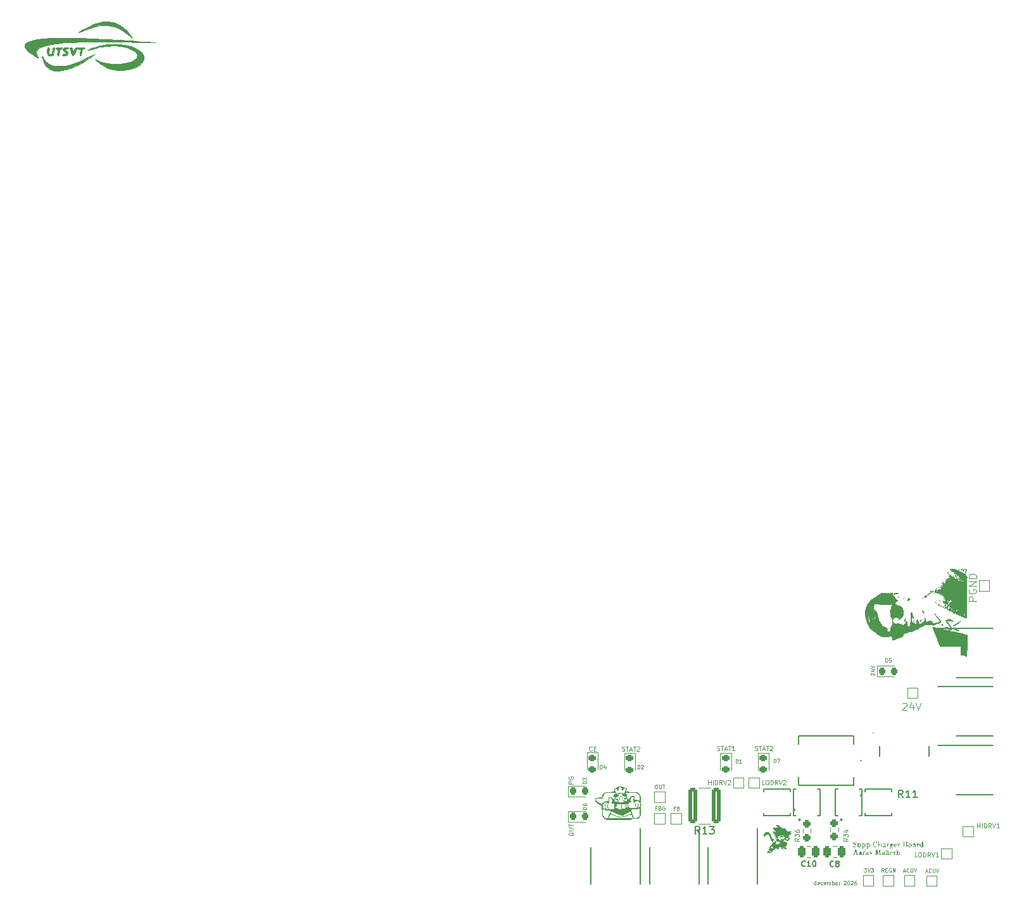
<source format=gbr>
%TF.GenerationSoftware,KiCad,Pcbnew,9.0.0*%
%TF.CreationDate,2026-01-13T23:39:09-06:00*%
%TF.ProjectId,SuppChargerPCB,53757070-4368-4617-9267-65725043422e,rev?*%
%TF.SameCoordinates,Original*%
%TF.FileFunction,Legend,Top*%
%TF.FilePolarity,Positive*%
%FSLAX46Y46*%
G04 Gerber Fmt 4.6, Leading zero omitted, Abs format (unit mm)*
G04 Created by KiCad (PCBNEW 9.0.0) date 2026-01-13 23:39:09*
%MOMM*%
%LPD*%
G01*
G04 APERTURE LIST*
G04 Aperture macros list*
%AMRoundRect*
0 Rectangle with rounded corners*
0 $1 Rounding radius*
0 $2 $3 $4 $5 $6 $7 $8 $9 X,Y pos of 4 corners*
0 Add a 4 corners polygon primitive as box body*
4,1,4,$2,$3,$4,$5,$6,$7,$8,$9,$2,$3,0*
0 Add four circle primitives for the rounded corners*
1,1,$1+$1,$2,$3*
1,1,$1+$1,$4,$5*
1,1,$1+$1,$6,$7*
1,1,$1+$1,$8,$9*
0 Add four rect primitives between the rounded corners*
20,1,$1+$1,$2,$3,$4,$5,0*
20,1,$1+$1,$4,$5,$6,$7,0*
20,1,$1+$1,$6,$7,$8,$9,0*
20,1,$1+$1,$8,$9,$2,$3,0*%
G04 Aperture macros list end*
%ADD10C,0.062500*%
%ADD11C,0.100000*%
%ADD12C,0.150000*%
%ADD13C,0.010000*%
%ADD14C,0.120000*%
%ADD15C,0.000000*%
%ADD16C,0.200000*%
%ADD17C,0.152400*%
%ADD18C,3.600000*%
%ADD19C,6.400000*%
%ADD20C,0.850000*%
%ADD21RoundRect,0.250000X0.362500X2.125000X-0.362500X2.125000X-0.362500X-2.125000X0.362500X-2.125000X0*%
%ADD22R,1.800000X3.150000*%
%ADD23R,0.900000X2.900000*%
%ADD24R,5.600000X2.900000*%
%ADD25R,0.431800X0.304800*%
%ADD26R,0.406400X0.304800*%
%ADD27R,1.808902X1.978890*%
%ADD28R,2.200900X0.304800*%
%ADD29R,1.000000X1.000000*%
%ADD30RoundRect,0.237500X-0.237500X0.250000X-0.237500X-0.250000X0.237500X-0.250000X0.237500X0.250000X0*%
%ADD31RoundRect,0.218750X-0.256250X0.218750X-0.256250X-0.218750X0.256250X-0.218750X0.256250X0.218750X0*%
%ADD32R,3.150000X1.800000*%
%ADD33RoundRect,0.250000X0.250000X0.475000X-0.250000X0.475000X-0.250000X-0.475000X0.250000X-0.475000X0*%
%ADD34R,0.304800X0.431800*%
%ADD35R,0.304800X0.406400*%
%ADD36R,1.978890X1.808902*%
%ADD37R,0.304800X2.200900*%
%ADD38RoundRect,0.250000X-0.250000X-0.475000X0.250000X-0.475000X0.250000X0.475000X-0.250000X0.475000X0*%
%ADD39RoundRect,0.218750X-0.218750X-0.256250X0.218750X-0.256250X0.218750X0.256250X-0.218750X0.256250X0*%
%ADD40R,2.350000X3.500000*%
%ADD41RoundRect,0.237500X0.237500X-0.250000X0.237500X0.250000X-0.237500X0.250000X-0.237500X-0.250000X0*%
G04 APERTURE END LIST*
D10*
X105814451Y-115535559D02*
X105814451Y-115035559D01*
X105814451Y-115511750D02*
X105766832Y-115535559D01*
X105766832Y-115535559D02*
X105671594Y-115535559D01*
X105671594Y-115535559D02*
X105623975Y-115511750D01*
X105623975Y-115511750D02*
X105600165Y-115487940D01*
X105600165Y-115487940D02*
X105576356Y-115440321D01*
X105576356Y-115440321D02*
X105576356Y-115297464D01*
X105576356Y-115297464D02*
X105600165Y-115249845D01*
X105600165Y-115249845D02*
X105623975Y-115226035D01*
X105623975Y-115226035D02*
X105671594Y-115202226D01*
X105671594Y-115202226D02*
X105766832Y-115202226D01*
X105766832Y-115202226D02*
X105814451Y-115226035D01*
X106243022Y-115511750D02*
X106195403Y-115535559D01*
X106195403Y-115535559D02*
X106100165Y-115535559D01*
X106100165Y-115535559D02*
X106052546Y-115511750D01*
X106052546Y-115511750D02*
X106028737Y-115464130D01*
X106028737Y-115464130D02*
X106028737Y-115273654D01*
X106028737Y-115273654D02*
X106052546Y-115226035D01*
X106052546Y-115226035D02*
X106100165Y-115202226D01*
X106100165Y-115202226D02*
X106195403Y-115202226D01*
X106195403Y-115202226D02*
X106243022Y-115226035D01*
X106243022Y-115226035D02*
X106266832Y-115273654D01*
X106266832Y-115273654D02*
X106266832Y-115321273D01*
X106266832Y-115321273D02*
X106028737Y-115368892D01*
X106695403Y-115511750D02*
X106647784Y-115535559D01*
X106647784Y-115535559D02*
X106552546Y-115535559D01*
X106552546Y-115535559D02*
X106504927Y-115511750D01*
X106504927Y-115511750D02*
X106481117Y-115487940D01*
X106481117Y-115487940D02*
X106457308Y-115440321D01*
X106457308Y-115440321D02*
X106457308Y-115297464D01*
X106457308Y-115297464D02*
X106481117Y-115249845D01*
X106481117Y-115249845D02*
X106504927Y-115226035D01*
X106504927Y-115226035D02*
X106552546Y-115202226D01*
X106552546Y-115202226D02*
X106647784Y-115202226D01*
X106647784Y-115202226D02*
X106695403Y-115226035D01*
X107100164Y-115511750D02*
X107052545Y-115535559D01*
X107052545Y-115535559D02*
X106957307Y-115535559D01*
X106957307Y-115535559D02*
X106909688Y-115511750D01*
X106909688Y-115511750D02*
X106885879Y-115464130D01*
X106885879Y-115464130D02*
X106885879Y-115273654D01*
X106885879Y-115273654D02*
X106909688Y-115226035D01*
X106909688Y-115226035D02*
X106957307Y-115202226D01*
X106957307Y-115202226D02*
X107052545Y-115202226D01*
X107052545Y-115202226D02*
X107100164Y-115226035D01*
X107100164Y-115226035D02*
X107123974Y-115273654D01*
X107123974Y-115273654D02*
X107123974Y-115321273D01*
X107123974Y-115321273D02*
X106885879Y-115368892D01*
X107338259Y-115535559D02*
X107338259Y-115202226D01*
X107338259Y-115249845D02*
X107362069Y-115226035D01*
X107362069Y-115226035D02*
X107409688Y-115202226D01*
X107409688Y-115202226D02*
X107481116Y-115202226D01*
X107481116Y-115202226D02*
X107528735Y-115226035D01*
X107528735Y-115226035D02*
X107552545Y-115273654D01*
X107552545Y-115273654D02*
X107552545Y-115535559D01*
X107552545Y-115273654D02*
X107576354Y-115226035D01*
X107576354Y-115226035D02*
X107623973Y-115202226D01*
X107623973Y-115202226D02*
X107695402Y-115202226D01*
X107695402Y-115202226D02*
X107743021Y-115226035D01*
X107743021Y-115226035D02*
X107766831Y-115273654D01*
X107766831Y-115273654D02*
X107766831Y-115535559D01*
X108004926Y-115535559D02*
X108004926Y-115035559D01*
X108004926Y-115226035D02*
X108052545Y-115202226D01*
X108052545Y-115202226D02*
X108147783Y-115202226D01*
X108147783Y-115202226D02*
X108195402Y-115226035D01*
X108195402Y-115226035D02*
X108219212Y-115249845D01*
X108219212Y-115249845D02*
X108243021Y-115297464D01*
X108243021Y-115297464D02*
X108243021Y-115440321D01*
X108243021Y-115440321D02*
X108219212Y-115487940D01*
X108219212Y-115487940D02*
X108195402Y-115511750D01*
X108195402Y-115511750D02*
X108147783Y-115535559D01*
X108147783Y-115535559D02*
X108052545Y-115535559D01*
X108052545Y-115535559D02*
X108004926Y-115511750D01*
X108647783Y-115511750D02*
X108600164Y-115535559D01*
X108600164Y-115535559D02*
X108504926Y-115535559D01*
X108504926Y-115535559D02*
X108457307Y-115511750D01*
X108457307Y-115511750D02*
X108433498Y-115464130D01*
X108433498Y-115464130D02*
X108433498Y-115273654D01*
X108433498Y-115273654D02*
X108457307Y-115226035D01*
X108457307Y-115226035D02*
X108504926Y-115202226D01*
X108504926Y-115202226D02*
X108600164Y-115202226D01*
X108600164Y-115202226D02*
X108647783Y-115226035D01*
X108647783Y-115226035D02*
X108671593Y-115273654D01*
X108671593Y-115273654D02*
X108671593Y-115321273D01*
X108671593Y-115321273D02*
X108433498Y-115368892D01*
X108885878Y-115535559D02*
X108885878Y-115202226D01*
X108885878Y-115297464D02*
X108909688Y-115249845D01*
X108909688Y-115249845D02*
X108933497Y-115226035D01*
X108933497Y-115226035D02*
X108981116Y-115202226D01*
X108981116Y-115202226D02*
X109028735Y-115202226D01*
X109552545Y-115083178D02*
X109576354Y-115059369D01*
X109576354Y-115059369D02*
X109623973Y-115035559D01*
X109623973Y-115035559D02*
X109743021Y-115035559D01*
X109743021Y-115035559D02*
X109790640Y-115059369D01*
X109790640Y-115059369D02*
X109814449Y-115083178D01*
X109814449Y-115083178D02*
X109838259Y-115130797D01*
X109838259Y-115130797D02*
X109838259Y-115178416D01*
X109838259Y-115178416D02*
X109814449Y-115249845D01*
X109814449Y-115249845D02*
X109528735Y-115535559D01*
X109528735Y-115535559D02*
X109838259Y-115535559D01*
X110147782Y-115035559D02*
X110195401Y-115035559D01*
X110195401Y-115035559D02*
X110243020Y-115059369D01*
X110243020Y-115059369D02*
X110266830Y-115083178D01*
X110266830Y-115083178D02*
X110290639Y-115130797D01*
X110290639Y-115130797D02*
X110314449Y-115226035D01*
X110314449Y-115226035D02*
X110314449Y-115345083D01*
X110314449Y-115345083D02*
X110290639Y-115440321D01*
X110290639Y-115440321D02*
X110266830Y-115487940D01*
X110266830Y-115487940D02*
X110243020Y-115511750D01*
X110243020Y-115511750D02*
X110195401Y-115535559D01*
X110195401Y-115535559D02*
X110147782Y-115535559D01*
X110147782Y-115535559D02*
X110100163Y-115511750D01*
X110100163Y-115511750D02*
X110076354Y-115487940D01*
X110076354Y-115487940D02*
X110052544Y-115440321D01*
X110052544Y-115440321D02*
X110028735Y-115345083D01*
X110028735Y-115345083D02*
X110028735Y-115226035D01*
X110028735Y-115226035D02*
X110052544Y-115130797D01*
X110052544Y-115130797D02*
X110076354Y-115083178D01*
X110076354Y-115083178D02*
X110100163Y-115059369D01*
X110100163Y-115059369D02*
X110147782Y-115035559D01*
X110504925Y-115083178D02*
X110528734Y-115059369D01*
X110528734Y-115059369D02*
X110576353Y-115035559D01*
X110576353Y-115035559D02*
X110695401Y-115035559D01*
X110695401Y-115035559D02*
X110743020Y-115059369D01*
X110743020Y-115059369D02*
X110766829Y-115083178D01*
X110766829Y-115083178D02*
X110790639Y-115130797D01*
X110790639Y-115130797D02*
X110790639Y-115178416D01*
X110790639Y-115178416D02*
X110766829Y-115249845D01*
X110766829Y-115249845D02*
X110481115Y-115535559D01*
X110481115Y-115535559D02*
X110790639Y-115535559D01*
X111219210Y-115035559D02*
X111123972Y-115035559D01*
X111123972Y-115035559D02*
X111076353Y-115059369D01*
X111076353Y-115059369D02*
X111052543Y-115083178D01*
X111052543Y-115083178D02*
X111004924Y-115154607D01*
X111004924Y-115154607D02*
X110981115Y-115249845D01*
X110981115Y-115249845D02*
X110981115Y-115440321D01*
X110981115Y-115440321D02*
X111004924Y-115487940D01*
X111004924Y-115487940D02*
X111028734Y-115511750D01*
X111028734Y-115511750D02*
X111076353Y-115535559D01*
X111076353Y-115535559D02*
X111171591Y-115535559D01*
X111171591Y-115535559D02*
X111219210Y-115511750D01*
X111219210Y-115511750D02*
X111243019Y-115487940D01*
X111243019Y-115487940D02*
X111266829Y-115440321D01*
X111266829Y-115440321D02*
X111266829Y-115321273D01*
X111266829Y-115321273D02*
X111243019Y-115273654D01*
X111243019Y-115273654D02*
X111219210Y-115249845D01*
X111219210Y-115249845D02*
X111171591Y-115226035D01*
X111171591Y-115226035D02*
X111076353Y-115226035D01*
X111076353Y-115226035D02*
X111028734Y-115249845D01*
X111028734Y-115249845D02*
X111004924Y-115273654D01*
X111004924Y-115273654D02*
X110981115Y-115321273D01*
D11*
X127262419Y-77546115D02*
X126262419Y-77546115D01*
X126262419Y-77546115D02*
X126262419Y-77165163D01*
X126262419Y-77165163D02*
X126310038Y-77069925D01*
X126310038Y-77069925D02*
X126357657Y-77022306D01*
X126357657Y-77022306D02*
X126452895Y-76974687D01*
X126452895Y-76974687D02*
X126595752Y-76974687D01*
X126595752Y-76974687D02*
X126690990Y-77022306D01*
X126690990Y-77022306D02*
X126738609Y-77069925D01*
X126738609Y-77069925D02*
X126786228Y-77165163D01*
X126786228Y-77165163D02*
X126786228Y-77546115D01*
X126310038Y-76022306D02*
X126262419Y-76117544D01*
X126262419Y-76117544D02*
X126262419Y-76260401D01*
X126262419Y-76260401D02*
X126310038Y-76403258D01*
X126310038Y-76403258D02*
X126405276Y-76498496D01*
X126405276Y-76498496D02*
X126500514Y-76546115D01*
X126500514Y-76546115D02*
X126690990Y-76593734D01*
X126690990Y-76593734D02*
X126833847Y-76593734D01*
X126833847Y-76593734D02*
X127024323Y-76546115D01*
X127024323Y-76546115D02*
X127119561Y-76498496D01*
X127119561Y-76498496D02*
X127214800Y-76403258D01*
X127214800Y-76403258D02*
X127262419Y-76260401D01*
X127262419Y-76260401D02*
X127262419Y-76165163D01*
X127262419Y-76165163D02*
X127214800Y-76022306D01*
X127214800Y-76022306D02*
X127167180Y-75974687D01*
X127167180Y-75974687D02*
X126833847Y-75974687D01*
X126833847Y-75974687D02*
X126833847Y-76165163D01*
X127262419Y-75546115D02*
X126262419Y-75546115D01*
X126262419Y-75546115D02*
X127262419Y-74974687D01*
X127262419Y-74974687D02*
X126262419Y-74974687D01*
X127262419Y-74498496D02*
X126262419Y-74498496D01*
X126262419Y-74498496D02*
X126262419Y-74260401D01*
X126262419Y-74260401D02*
X126310038Y-74117544D01*
X126310038Y-74117544D02*
X126405276Y-74022306D01*
X126405276Y-74022306D02*
X126500514Y-73974687D01*
X126500514Y-73974687D02*
X126690990Y-73927068D01*
X126690990Y-73927068D02*
X126833847Y-73927068D01*
X126833847Y-73927068D02*
X127024323Y-73974687D01*
X127024323Y-73974687D02*
X127119561Y-74022306D01*
X127119561Y-74022306D02*
X127214800Y-74117544D01*
X127214800Y-74117544D02*
X127262419Y-74260401D01*
X127262419Y-74260401D02*
X127262419Y-74498496D01*
X119334360Y-111781371D02*
X119048646Y-111781371D01*
X119048646Y-111781371D02*
X119048646Y-111181371D01*
X119648645Y-111181371D02*
X119762931Y-111181371D01*
X119762931Y-111181371D02*
X119820074Y-111209942D01*
X119820074Y-111209942D02*
X119877217Y-111267085D01*
X119877217Y-111267085D02*
X119905788Y-111381371D01*
X119905788Y-111381371D02*
X119905788Y-111581371D01*
X119905788Y-111581371D02*
X119877217Y-111695657D01*
X119877217Y-111695657D02*
X119820074Y-111752800D01*
X119820074Y-111752800D02*
X119762931Y-111781371D01*
X119762931Y-111781371D02*
X119648645Y-111781371D01*
X119648645Y-111781371D02*
X119591503Y-111752800D01*
X119591503Y-111752800D02*
X119534360Y-111695657D01*
X119534360Y-111695657D02*
X119505788Y-111581371D01*
X119505788Y-111581371D02*
X119505788Y-111381371D01*
X119505788Y-111381371D02*
X119534360Y-111267085D01*
X119534360Y-111267085D02*
X119591503Y-111209942D01*
X119591503Y-111209942D02*
X119648645Y-111181371D01*
X120162931Y-111781371D02*
X120162931Y-111181371D01*
X120162931Y-111181371D02*
X120305788Y-111181371D01*
X120305788Y-111181371D02*
X120391502Y-111209942D01*
X120391502Y-111209942D02*
X120448645Y-111267085D01*
X120448645Y-111267085D02*
X120477216Y-111324228D01*
X120477216Y-111324228D02*
X120505788Y-111438514D01*
X120505788Y-111438514D02*
X120505788Y-111524228D01*
X120505788Y-111524228D02*
X120477216Y-111638514D01*
X120477216Y-111638514D02*
X120448645Y-111695657D01*
X120448645Y-111695657D02*
X120391502Y-111752800D01*
X120391502Y-111752800D02*
X120305788Y-111781371D01*
X120305788Y-111781371D02*
X120162931Y-111781371D01*
X121105788Y-111781371D02*
X120905788Y-111495657D01*
X120762931Y-111781371D02*
X120762931Y-111181371D01*
X120762931Y-111181371D02*
X120991502Y-111181371D01*
X120991502Y-111181371D02*
X121048645Y-111209942D01*
X121048645Y-111209942D02*
X121077216Y-111238514D01*
X121077216Y-111238514D02*
X121105788Y-111295657D01*
X121105788Y-111295657D02*
X121105788Y-111381371D01*
X121105788Y-111381371D02*
X121077216Y-111438514D01*
X121077216Y-111438514D02*
X121048645Y-111467085D01*
X121048645Y-111467085D02*
X120991502Y-111495657D01*
X120991502Y-111495657D02*
X120762931Y-111495657D01*
X121277216Y-111181371D02*
X121477216Y-111781371D01*
X121477216Y-111781371D02*
X121677216Y-111181371D01*
X122191502Y-111781371D02*
X121848645Y-111781371D01*
X122020074Y-111781371D02*
X122020074Y-111181371D01*
X122020074Y-111181371D02*
X121962931Y-111267085D01*
X121962931Y-111267085D02*
X121905788Y-111324228D01*
X121905788Y-111324228D02*
X121848645Y-111352800D01*
X84551503Y-105261704D02*
X84384836Y-105261704D01*
X84384836Y-105523609D02*
X84384836Y-105023609D01*
X84384836Y-105023609D02*
X84622931Y-105023609D01*
X84980074Y-105261704D02*
X85051502Y-105285514D01*
X85051502Y-105285514D02*
X85075312Y-105309323D01*
X85075312Y-105309323D02*
X85099121Y-105356942D01*
X85099121Y-105356942D02*
X85099121Y-105428371D01*
X85099121Y-105428371D02*
X85075312Y-105475990D01*
X85075312Y-105475990D02*
X85051502Y-105499800D01*
X85051502Y-105499800D02*
X85003883Y-105523609D01*
X85003883Y-105523609D02*
X84813407Y-105523609D01*
X84813407Y-105523609D02*
X84813407Y-105023609D01*
X84813407Y-105023609D02*
X84980074Y-105023609D01*
X84980074Y-105023609D02*
X85027693Y-105047419D01*
X85027693Y-105047419D02*
X85051502Y-105071228D01*
X85051502Y-105071228D02*
X85075312Y-105118847D01*
X85075312Y-105118847D02*
X85075312Y-105166466D01*
X85075312Y-105166466D02*
X85051502Y-105214085D01*
X85051502Y-105214085D02*
X85027693Y-105237895D01*
X85027693Y-105237895D02*
X84980074Y-105261704D01*
X84980074Y-105261704D02*
X84813407Y-105261704D01*
X85575312Y-105047419D02*
X85527693Y-105023609D01*
X85527693Y-105023609D02*
X85456264Y-105023609D01*
X85456264Y-105023609D02*
X85384836Y-105047419D01*
X85384836Y-105047419D02*
X85337217Y-105095038D01*
X85337217Y-105095038D02*
X85313407Y-105142657D01*
X85313407Y-105142657D02*
X85289598Y-105237895D01*
X85289598Y-105237895D02*
X85289598Y-105309323D01*
X85289598Y-105309323D02*
X85313407Y-105404561D01*
X85313407Y-105404561D02*
X85337217Y-105452180D01*
X85337217Y-105452180D02*
X85384836Y-105499800D01*
X85384836Y-105499800D02*
X85456264Y-105523609D01*
X85456264Y-105523609D02*
X85503883Y-105523609D01*
X85503883Y-105523609D02*
X85575312Y-105499800D01*
X85575312Y-105499800D02*
X85599121Y-105475990D01*
X85599121Y-105475990D02*
X85599121Y-105309323D01*
X85599121Y-105309323D02*
X85503883Y-105309323D01*
X75861503Y-97574228D02*
X75832931Y-97602800D01*
X75832931Y-97602800D02*
X75747217Y-97631371D01*
X75747217Y-97631371D02*
X75690074Y-97631371D01*
X75690074Y-97631371D02*
X75604360Y-97602800D01*
X75604360Y-97602800D02*
X75547217Y-97545657D01*
X75547217Y-97545657D02*
X75518646Y-97488514D01*
X75518646Y-97488514D02*
X75490074Y-97374228D01*
X75490074Y-97374228D02*
X75490074Y-97288514D01*
X75490074Y-97288514D02*
X75518646Y-97174228D01*
X75518646Y-97174228D02*
X75547217Y-97117085D01*
X75547217Y-97117085D02*
X75604360Y-97059942D01*
X75604360Y-97059942D02*
X75690074Y-97031371D01*
X75690074Y-97031371D02*
X75747217Y-97031371D01*
X75747217Y-97031371D02*
X75832931Y-97059942D01*
X75832931Y-97059942D02*
X75861503Y-97088514D01*
X76118646Y-97317085D02*
X76318646Y-97317085D01*
X76404360Y-97631371D02*
X76118646Y-97631371D01*
X76118646Y-97631371D02*
X76118646Y-97031371D01*
X76118646Y-97031371D02*
X76404360Y-97031371D01*
X113191228Y-87478972D02*
X113167419Y-87455163D01*
X113167419Y-87455163D02*
X113143609Y-87407544D01*
X113143609Y-87407544D02*
X113143609Y-87288496D01*
X113143609Y-87288496D02*
X113167419Y-87240877D01*
X113167419Y-87240877D02*
X113191228Y-87217068D01*
X113191228Y-87217068D02*
X113238847Y-87193258D01*
X113238847Y-87193258D02*
X113286466Y-87193258D01*
X113286466Y-87193258D02*
X113357895Y-87217068D01*
X113357895Y-87217068D02*
X113643609Y-87502782D01*
X113643609Y-87502782D02*
X113643609Y-87193258D01*
X113310276Y-86764687D02*
X113643609Y-86764687D01*
X113119800Y-86883735D02*
X113476942Y-87002782D01*
X113476942Y-87002782D02*
X113476942Y-86693259D01*
X113143609Y-86574211D02*
X113643609Y-86407545D01*
X113643609Y-86407545D02*
X113143609Y-86240878D01*
X112247217Y-113303609D02*
X112556741Y-113303609D01*
X112556741Y-113303609D02*
X112390074Y-113494085D01*
X112390074Y-113494085D02*
X112461503Y-113494085D01*
X112461503Y-113494085D02*
X112509122Y-113517895D01*
X112509122Y-113517895D02*
X112532931Y-113541704D01*
X112532931Y-113541704D02*
X112556741Y-113589323D01*
X112556741Y-113589323D02*
X112556741Y-113708371D01*
X112556741Y-113708371D02*
X112532931Y-113755990D01*
X112532931Y-113755990D02*
X112509122Y-113779800D01*
X112509122Y-113779800D02*
X112461503Y-113803609D01*
X112461503Y-113803609D02*
X112318646Y-113803609D01*
X112318646Y-113803609D02*
X112271027Y-113779800D01*
X112271027Y-113779800D02*
X112247217Y-113755990D01*
X112699598Y-113303609D02*
X112866264Y-113803609D01*
X112866264Y-113803609D02*
X113032931Y-113303609D01*
X113151978Y-113303609D02*
X113461502Y-113303609D01*
X113461502Y-113303609D02*
X113294835Y-113494085D01*
X113294835Y-113494085D02*
X113366264Y-113494085D01*
X113366264Y-113494085D02*
X113413883Y-113517895D01*
X113413883Y-113517895D02*
X113437692Y-113541704D01*
X113437692Y-113541704D02*
X113461502Y-113589323D01*
X113461502Y-113589323D02*
X113461502Y-113708371D01*
X113461502Y-113708371D02*
X113437692Y-113755990D01*
X113437692Y-113755990D02*
X113413883Y-113779800D01*
X113413883Y-113779800D02*
X113366264Y-113803609D01*
X113366264Y-113803609D02*
X113223407Y-113803609D01*
X113223407Y-113803609D02*
X113175788Y-113779800D01*
X113175788Y-113779800D02*
X113151978Y-113755990D01*
X114920550Y-113823609D02*
X114753884Y-113585514D01*
X114634836Y-113823609D02*
X114634836Y-113323609D01*
X114634836Y-113323609D02*
X114825312Y-113323609D01*
X114825312Y-113323609D02*
X114872931Y-113347419D01*
X114872931Y-113347419D02*
X114896741Y-113371228D01*
X114896741Y-113371228D02*
X114920550Y-113418847D01*
X114920550Y-113418847D02*
X114920550Y-113490276D01*
X114920550Y-113490276D02*
X114896741Y-113537895D01*
X114896741Y-113537895D02*
X114872931Y-113561704D01*
X114872931Y-113561704D02*
X114825312Y-113585514D01*
X114825312Y-113585514D02*
X114634836Y-113585514D01*
X115134836Y-113561704D02*
X115301503Y-113561704D01*
X115372931Y-113823609D02*
X115134836Y-113823609D01*
X115134836Y-113823609D02*
X115134836Y-113323609D01*
X115134836Y-113323609D02*
X115372931Y-113323609D01*
X115849122Y-113347419D02*
X115801503Y-113323609D01*
X115801503Y-113323609D02*
X115730074Y-113323609D01*
X115730074Y-113323609D02*
X115658646Y-113347419D01*
X115658646Y-113347419D02*
X115611027Y-113395038D01*
X115611027Y-113395038D02*
X115587217Y-113442657D01*
X115587217Y-113442657D02*
X115563408Y-113537895D01*
X115563408Y-113537895D02*
X115563408Y-113609323D01*
X115563408Y-113609323D02*
X115587217Y-113704561D01*
X115587217Y-113704561D02*
X115611027Y-113752180D01*
X115611027Y-113752180D02*
X115658646Y-113799800D01*
X115658646Y-113799800D02*
X115730074Y-113823609D01*
X115730074Y-113823609D02*
X115777693Y-113823609D01*
X115777693Y-113823609D02*
X115849122Y-113799800D01*
X115849122Y-113799800D02*
X115872931Y-113775990D01*
X115872931Y-113775990D02*
X115872931Y-113609323D01*
X115872931Y-113609323D02*
X115777693Y-113609323D01*
X116087217Y-113823609D02*
X116087217Y-113323609D01*
X116087217Y-113323609D02*
X116372931Y-113823609D01*
X116372931Y-113823609D02*
X116372931Y-113323609D01*
X92610074Y-97572800D02*
X92695789Y-97601371D01*
X92695789Y-97601371D02*
X92838646Y-97601371D01*
X92838646Y-97601371D02*
X92895789Y-97572800D01*
X92895789Y-97572800D02*
X92924360Y-97544228D01*
X92924360Y-97544228D02*
X92952931Y-97487085D01*
X92952931Y-97487085D02*
X92952931Y-97429942D01*
X92952931Y-97429942D02*
X92924360Y-97372800D01*
X92924360Y-97372800D02*
X92895789Y-97344228D01*
X92895789Y-97344228D02*
X92838646Y-97315657D01*
X92838646Y-97315657D02*
X92724360Y-97287085D01*
X92724360Y-97287085D02*
X92667217Y-97258514D01*
X92667217Y-97258514D02*
X92638646Y-97229942D01*
X92638646Y-97229942D02*
X92610074Y-97172800D01*
X92610074Y-97172800D02*
X92610074Y-97115657D01*
X92610074Y-97115657D02*
X92638646Y-97058514D01*
X92638646Y-97058514D02*
X92667217Y-97029942D01*
X92667217Y-97029942D02*
X92724360Y-97001371D01*
X92724360Y-97001371D02*
X92867217Y-97001371D01*
X92867217Y-97001371D02*
X92952931Y-97029942D01*
X93124360Y-97001371D02*
X93467218Y-97001371D01*
X93295789Y-97601371D02*
X93295789Y-97001371D01*
X93638646Y-97429942D02*
X93924361Y-97429942D01*
X93581503Y-97601371D02*
X93781503Y-97001371D01*
X93781503Y-97001371D02*
X93981503Y-97601371D01*
X94095789Y-97001371D02*
X94438647Y-97001371D01*
X94267218Y-97601371D02*
X94267218Y-97001371D01*
X94952932Y-97601371D02*
X94610075Y-97601371D01*
X94781504Y-97601371D02*
X94781504Y-97001371D01*
X94781504Y-97001371D02*
X94724361Y-97087085D01*
X94724361Y-97087085D02*
X94667218Y-97144228D01*
X94667218Y-97144228D02*
X94610075Y-97172800D01*
X127388646Y-107931371D02*
X127388646Y-107331371D01*
X127388646Y-107617085D02*
X127731503Y-107617085D01*
X127731503Y-107931371D02*
X127731503Y-107331371D01*
X128017217Y-107931371D02*
X128017217Y-107331371D01*
X128302931Y-107931371D02*
X128302931Y-107331371D01*
X128302931Y-107331371D02*
X128445788Y-107331371D01*
X128445788Y-107331371D02*
X128531502Y-107359942D01*
X128531502Y-107359942D02*
X128588645Y-107417085D01*
X128588645Y-107417085D02*
X128617216Y-107474228D01*
X128617216Y-107474228D02*
X128645788Y-107588514D01*
X128645788Y-107588514D02*
X128645788Y-107674228D01*
X128645788Y-107674228D02*
X128617216Y-107788514D01*
X128617216Y-107788514D02*
X128588645Y-107845657D01*
X128588645Y-107845657D02*
X128531502Y-107902800D01*
X128531502Y-107902800D02*
X128445788Y-107931371D01*
X128445788Y-107931371D02*
X128302931Y-107931371D01*
X129245788Y-107931371D02*
X129045788Y-107645657D01*
X128902931Y-107931371D02*
X128902931Y-107331371D01*
X128902931Y-107331371D02*
X129131502Y-107331371D01*
X129131502Y-107331371D02*
X129188645Y-107359942D01*
X129188645Y-107359942D02*
X129217216Y-107388514D01*
X129217216Y-107388514D02*
X129245788Y-107445657D01*
X129245788Y-107445657D02*
X129245788Y-107531371D01*
X129245788Y-107531371D02*
X129217216Y-107588514D01*
X129217216Y-107588514D02*
X129188645Y-107617085D01*
X129188645Y-107617085D02*
X129131502Y-107645657D01*
X129131502Y-107645657D02*
X128902931Y-107645657D01*
X129417216Y-107331371D02*
X129617216Y-107931371D01*
X129617216Y-107931371D02*
X129817216Y-107331371D01*
X130331502Y-107931371D02*
X129988645Y-107931371D01*
X130160074Y-107931371D02*
X130160074Y-107331371D01*
X130160074Y-107331371D02*
X130102931Y-107417085D01*
X130102931Y-107417085D02*
X130045788Y-107474228D01*
X130045788Y-107474228D02*
X129988645Y-107502800D01*
G36*
X111410696Y-111486121D02*
G01*
X111502928Y-111486121D01*
X111502928Y-111512500D01*
X111175536Y-111512500D01*
X111175536Y-111486121D01*
X111286681Y-111486121D01*
X111219591Y-111298543D01*
X111001329Y-111298543D01*
X110931125Y-111486121D01*
X111058207Y-111486121D01*
X111058207Y-111512500D01*
X110809217Y-111512500D01*
X110809217Y-111486121D01*
X110903968Y-111486121D01*
X110983145Y-111272165D01*
X111011084Y-111272165D01*
X111210386Y-111272165D01*
X111113528Y-110996567D01*
X111111468Y-110996567D01*
X111011084Y-111272165D01*
X110983145Y-111272165D01*
X111154515Y-110809080D01*
X111170406Y-110809080D01*
X111410696Y-111486121D01*
G37*
G36*
X111832371Y-111104399D02*
G01*
X111864756Y-111110132D01*
X111886740Y-111118200D01*
X111913352Y-111137068D01*
X111925941Y-111157905D01*
X111931224Y-111184111D01*
X111933360Y-111224995D01*
X111933360Y-111414909D01*
X111935330Y-111452774D01*
X111939222Y-111467025D01*
X111946687Y-111474727D01*
X111957448Y-111477329D01*
X111968383Y-111474712D01*
X111980109Y-111465877D01*
X111993306Y-111448019D01*
X112005625Y-111448019D01*
X111994532Y-111482644D01*
X111976868Y-111505449D01*
X111952333Y-111519229D01*
X111918522Y-111524223D01*
X111886521Y-111519089D01*
X111862701Y-111504651D01*
X111844995Y-111480111D01*
X111833480Y-111441974D01*
X111800219Y-111479838D01*
X111766181Y-111504947D01*
X111730811Y-111519414D01*
X111693117Y-111524223D01*
X111658680Y-111520725D01*
X111630786Y-111510927D01*
X111608029Y-111495235D01*
X111590255Y-111474228D01*
X111579838Y-111450833D01*
X111576292Y-111424160D01*
X111578677Y-111406208D01*
X111678233Y-111406208D01*
X111683092Y-111437114D01*
X111696414Y-111458690D01*
X111716214Y-111472788D01*
X111738179Y-111477329D01*
X111766792Y-111472398D01*
X111792722Y-111457407D01*
X111813821Y-111436461D01*
X111825283Y-111417336D01*
X111831160Y-111395125D01*
X111833480Y-111361832D01*
X111833480Y-111307336D01*
X111769719Y-111313216D01*
X111730622Y-111323219D01*
X111708458Y-111335362D01*
X111691985Y-111353605D01*
X111681857Y-111376712D01*
X111678233Y-111406208D01*
X111578677Y-111406208D01*
X111580467Y-111392735D01*
X111592644Y-111365694D01*
X111613362Y-111341869D01*
X111644473Y-111320813D01*
X111688903Y-111302861D01*
X111750422Y-111289044D01*
X111833480Y-111280957D01*
X111833480Y-111229987D01*
X111830092Y-111172968D01*
X111822947Y-111148059D01*
X111813819Y-111138352D01*
X111796446Y-111131412D01*
X111766344Y-111128550D01*
X111722030Y-111131654D01*
X111698094Y-111138870D01*
X111686782Y-111148126D01*
X111683362Y-111159370D01*
X111684935Y-111168285D01*
X111690277Y-111178971D01*
X111695409Y-111190382D01*
X111697192Y-111204067D01*
X111693591Y-111222337D01*
X111683362Y-111235116D01*
X111668625Y-111243119D01*
X111652084Y-111245786D01*
X111631678Y-111242096D01*
X111617233Y-111231727D01*
X111608039Y-111216482D01*
X111604960Y-111198754D01*
X111609813Y-111174043D01*
X111624856Y-111151464D01*
X111652862Y-111130015D01*
X111686040Y-111115473D01*
X111729639Y-111105774D01*
X111786311Y-111102172D01*
X111832371Y-111104399D01*
G37*
G36*
X112140356Y-111486121D02*
G01*
X112140356Y-111137342D01*
X112057329Y-111137342D01*
X112057329Y-111110964D01*
X112141363Y-111110964D01*
X112202090Y-111108404D01*
X112239732Y-111102172D01*
X112239732Y-111199029D01*
X112241793Y-111199029D01*
X112264293Y-111152802D01*
X112289246Y-111123740D01*
X112316682Y-111107548D01*
X112347855Y-111102172D01*
X112376037Y-111107079D01*
X112397269Y-111121085D01*
X112411303Y-111141968D01*
X112415999Y-111166926D01*
X112412077Y-111189778D01*
X112400887Y-111207089D01*
X112383822Y-111218412D01*
X112361686Y-111222339D01*
X112341735Y-111219295D01*
X112328715Y-111211180D01*
X112320669Y-111197913D01*
X112317630Y-111177414D01*
X112319645Y-111154928D01*
X112316875Y-111146015D01*
X112308883Y-111143159D01*
X112299212Y-111146409D01*
X112285565Y-111159259D01*
X112265836Y-111188862D01*
X112252527Y-111220591D01*
X112243279Y-111265782D01*
X112239732Y-111328493D01*
X112239732Y-111486121D01*
X112324774Y-111486121D01*
X112324774Y-111512500D01*
X112057329Y-111512500D01*
X112057329Y-111486121D01*
X112140356Y-111486121D01*
G37*
G36*
X112740222Y-111104399D02*
G01*
X112772607Y-111110132D01*
X112794591Y-111118200D01*
X112821202Y-111137068D01*
X112833792Y-111157905D01*
X112839075Y-111184111D01*
X112841211Y-111224995D01*
X112841211Y-111414909D01*
X112843180Y-111452774D01*
X112847073Y-111467025D01*
X112854537Y-111474727D01*
X112865299Y-111477329D01*
X112876234Y-111474712D01*
X112887959Y-111465877D01*
X112901157Y-111448019D01*
X112913476Y-111448019D01*
X112902383Y-111482644D01*
X112884718Y-111505449D01*
X112860184Y-111519229D01*
X112826373Y-111524223D01*
X112794372Y-111519089D01*
X112770551Y-111504651D01*
X112752845Y-111480111D01*
X112741331Y-111441974D01*
X112708070Y-111479838D01*
X112674032Y-111504947D01*
X112638662Y-111519414D01*
X112600967Y-111524223D01*
X112566531Y-111520725D01*
X112538636Y-111510927D01*
X112515879Y-111495235D01*
X112498106Y-111474228D01*
X112487689Y-111450833D01*
X112484143Y-111424160D01*
X112486527Y-111406208D01*
X112586084Y-111406208D01*
X112590943Y-111437114D01*
X112604265Y-111458690D01*
X112624064Y-111472788D01*
X112646030Y-111477329D01*
X112674643Y-111472398D01*
X112700573Y-111457407D01*
X112721671Y-111436461D01*
X112733133Y-111417336D01*
X112739010Y-111395125D01*
X112741331Y-111361832D01*
X112741331Y-111307336D01*
X112677570Y-111313216D01*
X112638473Y-111323219D01*
X112616309Y-111335362D01*
X112599836Y-111353605D01*
X112589707Y-111376712D01*
X112586084Y-111406208D01*
X112486527Y-111406208D01*
X112488317Y-111392735D01*
X112500494Y-111365694D01*
X112521213Y-111341869D01*
X112552323Y-111320813D01*
X112596753Y-111302861D01*
X112658272Y-111289044D01*
X112741331Y-111280957D01*
X112741331Y-111229987D01*
X112737943Y-111172968D01*
X112730798Y-111148059D01*
X112721670Y-111138352D01*
X112704297Y-111131412D01*
X112674194Y-111128550D01*
X112629881Y-111131654D01*
X112605944Y-111138870D01*
X112594633Y-111148126D01*
X112591213Y-111159370D01*
X112592786Y-111168285D01*
X112598128Y-111178971D01*
X112603259Y-111190382D01*
X112605043Y-111204067D01*
X112601442Y-111222337D01*
X112591213Y-111235116D01*
X112576476Y-111243119D01*
X112559935Y-111245786D01*
X112539529Y-111242096D01*
X112525084Y-111231727D01*
X112515890Y-111216482D01*
X112512811Y-111198754D01*
X112517664Y-111174043D01*
X112532707Y-111151464D01*
X112560713Y-111130015D01*
X112593891Y-111115473D01*
X112637490Y-111105774D01*
X112694161Y-111102172D01*
X112740222Y-111104399D01*
G37*
G36*
X113407747Y-111137342D02*
G01*
X113213574Y-111527154D01*
X113200248Y-111527154D01*
X113003006Y-111137342D01*
X112940999Y-111137342D01*
X112940999Y-111110964D01*
X113192554Y-111110964D01*
X113192554Y-111137342D01*
X113115205Y-111137342D01*
X113249432Y-111407261D01*
X113381644Y-111137342D01*
X113304249Y-111137342D01*
X113304249Y-111110964D01*
X113470762Y-111110964D01*
X113470762Y-111137342D01*
X113407747Y-111137342D01*
G37*
G36*
X113768753Y-110826666D02*
G01*
X114015179Y-110826666D01*
X114162229Y-111311137D01*
X114164289Y-111311137D01*
X114312346Y-110826666D01*
X114552636Y-110826666D01*
X114552636Y-110853044D01*
X114450649Y-110853044D01*
X114450649Y-111486121D01*
X114552636Y-111486121D01*
X114552636Y-111512500D01*
X114229319Y-111512500D01*
X114229319Y-111486121D01*
X114334374Y-111486121D01*
X114334374Y-110841137D01*
X114332313Y-110841137D01*
X114127882Y-111512500D01*
X114104343Y-111512500D01*
X113899912Y-110841137D01*
X113897851Y-110841137D01*
X113897851Y-111486121D01*
X114002906Y-111486121D01*
X114002906Y-111512500D01*
X113768753Y-111512500D01*
X113768753Y-111486121D01*
X113871748Y-111486121D01*
X113871748Y-110853044D01*
X113768753Y-110853044D01*
X113768753Y-110826666D01*
G37*
G36*
X114916426Y-111104399D02*
G01*
X114948811Y-111110132D01*
X114970795Y-111118200D01*
X114997406Y-111137068D01*
X115009996Y-111157905D01*
X115015278Y-111184111D01*
X115017414Y-111224995D01*
X115017414Y-111414909D01*
X115019384Y-111452774D01*
X115023276Y-111467025D01*
X115030741Y-111474727D01*
X115041503Y-111477329D01*
X115052437Y-111474712D01*
X115064163Y-111465877D01*
X115077361Y-111448019D01*
X115089680Y-111448019D01*
X115078586Y-111482644D01*
X115060922Y-111505449D01*
X115036388Y-111519229D01*
X115002577Y-111524223D01*
X114970576Y-111519089D01*
X114946755Y-111504651D01*
X114929049Y-111480111D01*
X114917534Y-111441974D01*
X114884274Y-111479838D01*
X114850235Y-111504947D01*
X114814865Y-111519414D01*
X114777171Y-111524223D01*
X114742734Y-111520725D01*
X114714840Y-111510927D01*
X114692083Y-111495235D01*
X114674309Y-111474228D01*
X114663893Y-111450833D01*
X114660347Y-111424160D01*
X114662731Y-111406208D01*
X114762288Y-111406208D01*
X114767147Y-111437114D01*
X114780468Y-111458690D01*
X114800268Y-111472788D01*
X114822234Y-111477329D01*
X114850847Y-111472398D01*
X114876776Y-111457407D01*
X114897875Y-111436461D01*
X114909337Y-111417336D01*
X114915214Y-111395125D01*
X114917534Y-111361832D01*
X114917534Y-111307336D01*
X114853774Y-111313216D01*
X114814677Y-111323219D01*
X114792513Y-111335362D01*
X114776040Y-111353605D01*
X114765911Y-111376712D01*
X114762288Y-111406208D01*
X114662731Y-111406208D01*
X114664521Y-111392735D01*
X114676698Y-111365694D01*
X114697417Y-111341869D01*
X114728527Y-111320813D01*
X114772957Y-111302861D01*
X114834476Y-111289044D01*
X114917534Y-111280957D01*
X114917534Y-111229987D01*
X114914147Y-111172968D01*
X114907001Y-111148059D01*
X114897873Y-111138352D01*
X114880501Y-111131412D01*
X114850398Y-111128550D01*
X114806085Y-111131654D01*
X114782148Y-111138870D01*
X114770837Y-111148126D01*
X114767417Y-111159370D01*
X114768990Y-111168285D01*
X114774332Y-111178971D01*
X114779463Y-111190382D01*
X114781247Y-111204067D01*
X114777646Y-111222337D01*
X114767417Y-111235116D01*
X114752680Y-111243119D01*
X114736138Y-111245786D01*
X114715732Y-111242096D01*
X114701288Y-111231727D01*
X114692093Y-111216482D01*
X114689015Y-111198754D01*
X114693868Y-111174043D01*
X114708910Y-111151464D01*
X114736917Y-111130015D01*
X114770094Y-111115473D01*
X114813693Y-111105774D01*
X114870365Y-111102172D01*
X114916426Y-111104399D01*
G37*
G36*
X115232608Y-111486121D02*
G01*
X115232608Y-110853044D01*
X115152649Y-110853044D01*
X115152649Y-110826666D01*
X115229494Y-110826666D01*
X115294215Y-110823207D01*
X115332488Y-110814942D01*
X115332488Y-111199258D01*
X115334549Y-111199258D01*
X115358172Y-111162366D01*
X115383993Y-111135495D01*
X115412144Y-111117006D01*
X115443171Y-111105953D01*
X115477980Y-111102172D01*
X115514550Y-111106905D01*
X115550749Y-111121451D01*
X115571841Y-111136447D01*
X115586699Y-111154669D01*
X115596087Y-111176635D01*
X115603074Y-111217925D01*
X115606070Y-111291582D01*
X115606070Y-111486121D01*
X115672199Y-111486121D01*
X115672199Y-111512500D01*
X115440611Y-111512500D01*
X115440611Y-111486121D01*
X115506694Y-111486121D01*
X115506694Y-111281919D01*
X115505287Y-111204862D01*
X115502069Y-111163721D01*
X115495024Y-111144342D01*
X115480592Y-111132897D01*
X115455952Y-111128550D01*
X115428038Y-111132721D01*
X115403351Y-111145121D01*
X115380894Y-111166743D01*
X115355363Y-111206167D01*
X115341464Y-111244596D01*
X115335200Y-111290632D01*
X115332488Y-111374701D01*
X115332488Y-111486121D01*
X115398571Y-111486121D01*
X115398571Y-111512500D01*
X115160342Y-111512500D01*
X115160342Y-111486121D01*
X115232608Y-111486121D01*
G37*
G36*
X115982334Y-111104679D02*
G01*
X116021967Y-111120774D01*
X116058622Y-111148242D01*
X116080809Y-111174250D01*
X116097436Y-111204910D01*
X116108552Y-111241075D01*
X116113714Y-111283888D01*
X115854465Y-111283888D01*
X115855553Y-111384538D01*
X115862339Y-111438778D01*
X115871364Y-111464002D01*
X115887749Y-111482161D01*
X115911300Y-111493596D01*
X115944637Y-111497845D01*
X115985124Y-111492961D01*
X116018928Y-111478979D01*
X116047615Y-111455813D01*
X116071930Y-111421970D01*
X116091686Y-111374747D01*
X116113714Y-111374747D01*
X116098148Y-111423487D01*
X116076691Y-111460397D01*
X116049692Y-111487770D01*
X116016782Y-111508162D01*
X115982030Y-111520179D01*
X115944637Y-111524223D01*
X115904685Y-111520416D01*
X115867931Y-111509207D01*
X115833616Y-111490468D01*
X115801205Y-111463498D01*
X115774608Y-111431267D01*
X115755753Y-111395576D01*
X115744235Y-111355722D01*
X115740251Y-111310724D01*
X115744120Y-111267001D01*
X115755352Y-111227901D01*
X115771996Y-111196007D01*
X115854465Y-111196007D01*
X115854465Y-111257510D01*
X116003575Y-111257510D01*
X116007697Y-111204341D01*
X116004276Y-111174188D01*
X115995174Y-111152978D01*
X115981071Y-111138307D01*
X115961165Y-111129050D01*
X115933371Y-111125619D01*
X115899476Y-111130690D01*
X115875485Y-111144578D01*
X115863973Y-111158423D01*
X115856948Y-111175265D01*
X115854465Y-111196007D01*
X115771996Y-111196007D01*
X115773810Y-111192530D01*
X115799923Y-111160240D01*
X115831770Y-111132981D01*
X115865106Y-111114183D01*
X115900439Y-111103014D01*
X115938500Y-111099241D01*
X115982334Y-111104679D01*
G37*
G36*
X116468171Y-111105102D02*
G01*
X116468171Y-111219408D01*
X116447197Y-111219408D01*
X116434272Y-111184077D01*
X116416682Y-111158469D01*
X116394526Y-111140605D01*
X116366981Y-111129562D01*
X116332433Y-111125619D01*
X116295493Y-111130837D01*
X116266579Y-111145586D01*
X116251303Y-111160312D01*
X116242918Y-111175323D01*
X116240201Y-111191198D01*
X116244823Y-111210501D01*
X116258886Y-111225453D01*
X116284191Y-111235564D01*
X116347271Y-111247160D01*
X116399073Y-111257680D01*
X116437403Y-111273584D01*
X116465171Y-111293961D01*
X116484455Y-111318744D01*
X116496276Y-111348731D01*
X116500457Y-111385463D01*
X116495906Y-111423443D01*
X116482738Y-111456054D01*
X116460752Y-111484564D01*
X116432227Y-111506550D01*
X116399759Y-111519691D01*
X116362109Y-111524223D01*
X116325042Y-111519477D01*
X116287957Y-111504830D01*
X116249910Y-111478840D01*
X116214052Y-111509569D01*
X116196146Y-111509569D01*
X116196146Y-111357161D01*
X116214052Y-111357161D01*
X116236688Y-111412923D01*
X116262774Y-111451850D01*
X116291902Y-111477647D01*
X116324565Y-111492712D01*
X116362109Y-111497845D01*
X116387609Y-111495172D01*
X116411340Y-111487236D01*
X116433825Y-111473802D01*
X116452432Y-111455973D01*
X116462739Y-111437395D01*
X116466110Y-111417336D01*
X116461127Y-111393272D01*
X116446876Y-111376578D01*
X116419313Y-111365521D01*
X116343149Y-111351711D01*
X116294050Y-111340024D01*
X116257830Y-111324037D01*
X116231762Y-111304518D01*
X116213847Y-111281559D01*
X116203005Y-111254545D01*
X116199214Y-111222247D01*
X116203564Y-111189044D01*
X116216281Y-111160204D01*
X116237865Y-111134595D01*
X116265400Y-111115042D01*
X116296547Y-111103294D01*
X116332387Y-111099241D01*
X116370252Y-111103466D01*
X116402812Y-111115654D01*
X116431260Y-111135831D01*
X116452280Y-111105102D01*
X116468171Y-111105102D01*
G37*
G36*
X116652636Y-111486121D02*
G01*
X116652636Y-110853044D01*
X116572677Y-110853044D01*
X116572677Y-110826666D01*
X116649521Y-110826666D01*
X116714243Y-110823207D01*
X116752516Y-110814942D01*
X116752516Y-111199258D01*
X116754576Y-111199258D01*
X116778200Y-111162366D01*
X116804021Y-111135495D01*
X116832172Y-111117006D01*
X116863199Y-111105953D01*
X116898008Y-111102172D01*
X116934578Y-111106905D01*
X116970777Y-111121451D01*
X116991869Y-111136447D01*
X117006727Y-111154669D01*
X117016115Y-111176635D01*
X117023102Y-111217925D01*
X117026098Y-111291582D01*
X117026098Y-111486121D01*
X117092227Y-111486121D01*
X117092227Y-111512500D01*
X116860639Y-111512500D01*
X116860639Y-111486121D01*
X116926722Y-111486121D01*
X116926722Y-111281919D01*
X116925315Y-111204862D01*
X116922096Y-111163721D01*
X116915052Y-111144342D01*
X116900619Y-111132897D01*
X116875980Y-111128550D01*
X116848066Y-111132721D01*
X116823379Y-111145121D01*
X116800922Y-111166743D01*
X116775391Y-111206167D01*
X116761492Y-111244596D01*
X116755228Y-111290632D01*
X116752516Y-111374701D01*
X116752516Y-111486121D01*
X116818599Y-111486121D01*
X116818599Y-111512500D01*
X116580370Y-111512500D01*
X116580370Y-111486121D01*
X116652636Y-111486121D01*
G37*
X117521027Y-113700752D02*
X117759122Y-113700752D01*
X117473408Y-113843609D02*
X117640074Y-113343609D01*
X117640074Y-113343609D02*
X117806741Y-113843609D01*
X118259121Y-113795990D02*
X118235312Y-113819800D01*
X118235312Y-113819800D02*
X118163883Y-113843609D01*
X118163883Y-113843609D02*
X118116264Y-113843609D01*
X118116264Y-113843609D02*
X118044836Y-113819800D01*
X118044836Y-113819800D02*
X117997217Y-113772180D01*
X117997217Y-113772180D02*
X117973407Y-113724561D01*
X117973407Y-113724561D02*
X117949598Y-113629323D01*
X117949598Y-113629323D02*
X117949598Y-113557895D01*
X117949598Y-113557895D02*
X117973407Y-113462657D01*
X117973407Y-113462657D02*
X117997217Y-113415038D01*
X117997217Y-113415038D02*
X118044836Y-113367419D01*
X118044836Y-113367419D02*
X118116264Y-113343609D01*
X118116264Y-113343609D02*
X118163883Y-113343609D01*
X118163883Y-113343609D02*
X118235312Y-113367419D01*
X118235312Y-113367419D02*
X118259121Y-113391228D01*
X118568645Y-113343609D02*
X118663883Y-113343609D01*
X118663883Y-113343609D02*
X118711502Y-113367419D01*
X118711502Y-113367419D02*
X118759121Y-113415038D01*
X118759121Y-113415038D02*
X118782931Y-113510276D01*
X118782931Y-113510276D02*
X118782931Y-113676942D01*
X118782931Y-113676942D02*
X118759121Y-113772180D01*
X118759121Y-113772180D02*
X118711502Y-113819800D01*
X118711502Y-113819800D02*
X118663883Y-113843609D01*
X118663883Y-113843609D02*
X118568645Y-113843609D01*
X118568645Y-113843609D02*
X118521026Y-113819800D01*
X118521026Y-113819800D02*
X118473407Y-113772180D01*
X118473407Y-113772180D02*
X118449598Y-113676942D01*
X118449598Y-113676942D02*
X118449598Y-113510276D01*
X118449598Y-113510276D02*
X118473407Y-113415038D01*
X118473407Y-113415038D02*
X118521026Y-113367419D01*
X118521026Y-113367419D02*
X118568645Y-113343609D01*
X118925789Y-113343609D02*
X119092455Y-113843609D01*
X119092455Y-113843609D02*
X119259122Y-113343609D01*
X79890074Y-97602800D02*
X79975789Y-97631371D01*
X79975789Y-97631371D02*
X80118646Y-97631371D01*
X80118646Y-97631371D02*
X80175789Y-97602800D01*
X80175789Y-97602800D02*
X80204360Y-97574228D01*
X80204360Y-97574228D02*
X80232931Y-97517085D01*
X80232931Y-97517085D02*
X80232931Y-97459942D01*
X80232931Y-97459942D02*
X80204360Y-97402800D01*
X80204360Y-97402800D02*
X80175789Y-97374228D01*
X80175789Y-97374228D02*
X80118646Y-97345657D01*
X80118646Y-97345657D02*
X80004360Y-97317085D01*
X80004360Y-97317085D02*
X79947217Y-97288514D01*
X79947217Y-97288514D02*
X79918646Y-97259942D01*
X79918646Y-97259942D02*
X79890074Y-97202800D01*
X79890074Y-97202800D02*
X79890074Y-97145657D01*
X79890074Y-97145657D02*
X79918646Y-97088514D01*
X79918646Y-97088514D02*
X79947217Y-97059942D01*
X79947217Y-97059942D02*
X80004360Y-97031371D01*
X80004360Y-97031371D02*
X80147217Y-97031371D01*
X80147217Y-97031371D02*
X80232931Y-97059942D01*
X80404360Y-97031371D02*
X80747218Y-97031371D01*
X80575789Y-97631371D02*
X80575789Y-97031371D01*
X80918646Y-97459942D02*
X81204361Y-97459942D01*
X80861503Y-97631371D02*
X81061503Y-97031371D01*
X81061503Y-97031371D02*
X81261503Y-97631371D01*
X81375789Y-97031371D02*
X81718647Y-97031371D01*
X81547218Y-97631371D02*
X81547218Y-97031371D01*
X81890075Y-97088514D02*
X81918647Y-97059942D01*
X81918647Y-97059942D02*
X81975790Y-97031371D01*
X81975790Y-97031371D02*
X82118647Y-97031371D01*
X82118647Y-97031371D02*
X82175790Y-97059942D01*
X82175790Y-97059942D02*
X82204361Y-97088514D01*
X82204361Y-97088514D02*
X82232932Y-97145657D01*
X82232932Y-97145657D02*
X82232932Y-97202800D01*
X82232932Y-97202800D02*
X82204361Y-97288514D01*
X82204361Y-97288514D02*
X81861504Y-97631371D01*
X81861504Y-97631371D02*
X82232932Y-97631371D01*
X98924360Y-102121371D02*
X98638646Y-102121371D01*
X98638646Y-102121371D02*
X98638646Y-101521371D01*
X99238645Y-101521371D02*
X99352931Y-101521371D01*
X99352931Y-101521371D02*
X99410074Y-101549942D01*
X99410074Y-101549942D02*
X99467217Y-101607085D01*
X99467217Y-101607085D02*
X99495788Y-101721371D01*
X99495788Y-101721371D02*
X99495788Y-101921371D01*
X99495788Y-101921371D02*
X99467217Y-102035657D01*
X99467217Y-102035657D02*
X99410074Y-102092800D01*
X99410074Y-102092800D02*
X99352931Y-102121371D01*
X99352931Y-102121371D02*
X99238645Y-102121371D01*
X99238645Y-102121371D02*
X99181503Y-102092800D01*
X99181503Y-102092800D02*
X99124360Y-102035657D01*
X99124360Y-102035657D02*
X99095788Y-101921371D01*
X99095788Y-101921371D02*
X99095788Y-101721371D01*
X99095788Y-101721371D02*
X99124360Y-101607085D01*
X99124360Y-101607085D02*
X99181503Y-101549942D01*
X99181503Y-101549942D02*
X99238645Y-101521371D01*
X99752931Y-102121371D02*
X99752931Y-101521371D01*
X99752931Y-101521371D02*
X99895788Y-101521371D01*
X99895788Y-101521371D02*
X99981502Y-101549942D01*
X99981502Y-101549942D02*
X100038645Y-101607085D01*
X100038645Y-101607085D02*
X100067216Y-101664228D01*
X100067216Y-101664228D02*
X100095788Y-101778514D01*
X100095788Y-101778514D02*
X100095788Y-101864228D01*
X100095788Y-101864228D02*
X100067216Y-101978514D01*
X100067216Y-101978514D02*
X100038645Y-102035657D01*
X100038645Y-102035657D02*
X99981502Y-102092800D01*
X99981502Y-102092800D02*
X99895788Y-102121371D01*
X99895788Y-102121371D02*
X99752931Y-102121371D01*
X100695788Y-102121371D02*
X100495788Y-101835657D01*
X100352931Y-102121371D02*
X100352931Y-101521371D01*
X100352931Y-101521371D02*
X100581502Y-101521371D01*
X100581502Y-101521371D02*
X100638645Y-101549942D01*
X100638645Y-101549942D02*
X100667216Y-101578514D01*
X100667216Y-101578514D02*
X100695788Y-101635657D01*
X100695788Y-101635657D02*
X100695788Y-101721371D01*
X100695788Y-101721371D02*
X100667216Y-101778514D01*
X100667216Y-101778514D02*
X100638645Y-101807085D01*
X100638645Y-101807085D02*
X100581502Y-101835657D01*
X100581502Y-101835657D02*
X100352931Y-101835657D01*
X100867216Y-101521371D02*
X101067216Y-102121371D01*
X101067216Y-102121371D02*
X101267216Y-101521371D01*
X101438645Y-101578514D02*
X101467217Y-101549942D01*
X101467217Y-101549942D02*
X101524360Y-101521371D01*
X101524360Y-101521371D02*
X101667217Y-101521371D01*
X101667217Y-101521371D02*
X101724360Y-101549942D01*
X101724360Y-101549942D02*
X101752931Y-101578514D01*
X101752931Y-101578514D02*
X101781502Y-101635657D01*
X101781502Y-101635657D02*
X101781502Y-101692800D01*
X101781502Y-101692800D02*
X101752931Y-101778514D01*
X101752931Y-101778514D02*
X101410074Y-102121371D01*
X101410074Y-102121371D02*
X101781502Y-102121371D01*
G36*
X111203872Y-109733064D02*
G01*
X111207145Y-109923769D01*
X111181451Y-109923769D01*
X111158520Y-109866342D01*
X111131930Y-109823123D01*
X111102079Y-109791503D01*
X111068797Y-109769595D01*
X111031357Y-109756382D01*
X110988548Y-109751822D01*
X110939241Y-109756985D01*
X110900411Y-109771301D01*
X110869699Y-109794076D01*
X110845154Y-109824157D01*
X110831658Y-109853005D01*
X110827348Y-109881564D01*
X110831196Y-109907966D01*
X110842646Y-109931486D01*
X110862568Y-109953030D01*
X110888062Y-109969010D01*
X110929083Y-109984378D01*
X110991284Y-109998214D01*
X111078739Y-110017298D01*
X111133628Y-110037244D01*
X111163849Y-110055612D01*
X111191291Y-110081045D01*
X111216182Y-110114572D01*
X111234662Y-110151913D01*
X111245917Y-110193000D01*
X111249790Y-110238696D01*
X111245195Y-110291435D01*
X111231905Y-110338204D01*
X111210166Y-110380127D01*
X111179546Y-110418019D01*
X111142219Y-110449435D01*
X111101330Y-110471566D01*
X111056116Y-110485005D01*
X111005498Y-110489631D01*
X110964586Y-110486036D01*
X110923168Y-110475049D01*
X110880681Y-110456061D01*
X110836629Y-110428082D01*
X110785240Y-110474000D01*
X110766140Y-110474000D01*
X110766140Y-110267663D01*
X110789637Y-110267663D01*
X110815465Y-110329634D01*
X110845635Y-110377215D01*
X110879811Y-110412890D01*
X110920483Y-110440331D01*
X110962395Y-110456216D01*
X111006573Y-110461494D01*
X111050613Y-110456558D01*
X111092111Y-110441787D01*
X111132016Y-110416505D01*
X111157513Y-110391912D01*
X111175056Y-110365157D01*
X111185537Y-110335729D01*
X111189120Y-110302785D01*
X111184618Y-110265901D01*
X111171517Y-110233862D01*
X111149504Y-110205479D01*
X111120584Y-110183524D01*
X111079013Y-110165020D01*
X111021081Y-110150915D01*
X110937734Y-110133424D01*
X110884696Y-110115988D01*
X110855158Y-110099865D01*
X110828104Y-110077064D01*
X110803265Y-110046672D01*
X110784416Y-110012433D01*
X110773203Y-109976167D01*
X110769413Y-109937154D01*
X110773082Y-109896871D01*
X110783948Y-109859155D01*
X110802176Y-109823344D01*
X110828422Y-109788947D01*
X110860003Y-109760788D01*
X110896503Y-109740601D01*
X110938894Y-109728082D01*
X110988548Y-109723685D01*
X111043287Y-109729604D01*
X111095569Y-109747382D01*
X111146475Y-109777859D01*
X111165197Y-109757281D01*
X111181451Y-109733064D01*
X111203872Y-109733064D01*
G37*
G36*
X111809302Y-110045695D02*
G01*
X111809302Y-110445863D01*
X111883063Y-110445863D01*
X111883063Y-110474000D01*
X111809302Y-110474000D01*
X111731725Y-110476188D01*
X111701639Y-110480545D01*
X111701639Y-110378305D01*
X111699441Y-110378305D01*
X111676489Y-110416377D01*
X111650013Y-110444458D01*
X111619811Y-110464109D01*
X111585139Y-110476083D01*
X111544787Y-110480252D01*
X111505493Y-110476412D01*
X111473485Y-110465649D01*
X111447236Y-110448452D01*
X111433067Y-110431475D01*
X111421546Y-110405631D01*
X111413475Y-110367851D01*
X111410355Y-110314314D01*
X111410355Y-110073832D01*
X111331074Y-110073832D01*
X111331074Y-110045695D01*
X111516894Y-110045695D01*
X111516894Y-110332974D01*
X111519444Y-110395252D01*
X111525101Y-110426274D01*
X111533123Y-110440320D01*
X111546447Y-110448892D01*
X111567159Y-110452115D01*
X111598327Y-110446690D01*
X111628903Y-110429683D01*
X111660069Y-110398284D01*
X111677416Y-110370718D01*
X111690752Y-110335797D01*
X111699513Y-110291897D01*
X111702714Y-110237084D01*
X111702714Y-110073832D01*
X111615275Y-110073832D01*
X111615275Y-110045695D01*
X111809302Y-110045695D01*
G37*
G36*
X112309281Y-110037095D02*
G01*
X112343949Y-110048692D01*
X112376811Y-110068331D01*
X112408381Y-110097035D01*
X112434218Y-110130651D01*
X112452399Y-110166745D01*
X112463388Y-110205889D01*
X112467145Y-110248856D01*
X112463061Y-110294648D01*
X112451090Y-110336517D01*
X112431229Y-110375290D01*
X112402909Y-110411571D01*
X112368370Y-110442778D01*
X112333431Y-110463872D01*
X112297569Y-110476163D01*
X112260027Y-110480252D01*
X112221324Y-110475213D01*
X112187880Y-110460517D01*
X112158343Y-110435623D01*
X112132142Y-110398528D01*
X112129944Y-110398528D01*
X112129944Y-110733483D01*
X112218506Y-110733483D01*
X112218506Y-110761620D01*
X111950181Y-110761620D01*
X111950181Y-110733483D01*
X112023942Y-110733483D01*
X112023942Y-110261459D01*
X112129944Y-110261459D01*
X112132597Y-110322374D01*
X112139225Y-110362478D01*
X112148038Y-110385291D01*
X112162610Y-110406223D01*
X112183775Y-110425639D01*
X112208350Y-110440436D01*
X112234293Y-110449173D01*
X112262177Y-110452115D01*
X112289824Y-110447790D01*
X112310559Y-110435629D01*
X112326120Y-110415088D01*
X112335204Y-110388668D01*
X112342312Y-110340702D01*
X112345268Y-110261264D01*
X112343434Y-110169729D01*
X112339504Y-110127712D01*
X112329621Y-110097377D01*
X112313272Y-110077593D01*
X112291522Y-110065354D01*
X112267648Y-110061327D01*
X112233534Y-110065482D01*
X112205405Y-110077329D01*
X112181870Y-110096889D01*
X112154397Y-110133374D01*
X112139762Y-110166302D01*
X112132767Y-110203606D01*
X112129944Y-110261459D01*
X112023942Y-110261459D01*
X112023942Y-110073832D01*
X111943049Y-110073832D01*
X111943049Y-110045695D01*
X112004794Y-110045695D01*
X112071202Y-110043256D01*
X112129944Y-110036316D01*
X112129944Y-110129666D01*
X112132142Y-110129666D01*
X112153434Y-110093289D01*
X112177701Y-110066678D01*
X112205066Y-110048217D01*
X112236158Y-110037055D01*
X112272044Y-110033190D01*
X112309281Y-110037095D01*
G37*
G36*
X112915785Y-110037095D02*
G01*
X112950453Y-110048692D01*
X112983315Y-110068331D01*
X113014884Y-110097035D01*
X113040722Y-110130651D01*
X113058903Y-110166745D01*
X113069892Y-110205889D01*
X113073649Y-110248856D01*
X113069565Y-110294648D01*
X113057594Y-110336517D01*
X113037733Y-110375290D01*
X113009413Y-110411571D01*
X112974873Y-110442778D01*
X112939935Y-110463872D01*
X112904073Y-110476163D01*
X112866531Y-110480252D01*
X112827828Y-110475213D01*
X112794383Y-110460517D01*
X112764846Y-110435623D01*
X112738646Y-110398528D01*
X112736448Y-110398528D01*
X112736448Y-110733483D01*
X112825010Y-110733483D01*
X112825010Y-110761620D01*
X112556685Y-110761620D01*
X112556685Y-110733483D01*
X112630446Y-110733483D01*
X112630446Y-110261459D01*
X112736448Y-110261459D01*
X112739101Y-110322374D01*
X112745729Y-110362478D01*
X112754542Y-110385291D01*
X112769114Y-110406223D01*
X112790279Y-110425639D01*
X112814854Y-110440436D01*
X112840797Y-110449173D01*
X112868681Y-110452115D01*
X112896328Y-110447790D01*
X112917063Y-110435629D01*
X112932623Y-110415088D01*
X112941708Y-110388668D01*
X112948816Y-110340702D01*
X112951772Y-110261264D01*
X112949937Y-110169729D01*
X112946008Y-110127712D01*
X112936125Y-110097377D01*
X112919776Y-110077593D01*
X112898025Y-110065354D01*
X112874152Y-110061327D01*
X112840037Y-110065482D01*
X112811908Y-110077329D01*
X112788374Y-110096889D01*
X112760901Y-110133374D01*
X112746266Y-110166302D01*
X112739271Y-110203606D01*
X112736448Y-110261459D01*
X112630446Y-110261459D01*
X112630446Y-110073832D01*
X112549553Y-110073832D01*
X112549553Y-110045695D01*
X112611297Y-110045695D01*
X112677706Y-110043256D01*
X112736448Y-110036316D01*
X112736448Y-110129666D01*
X112738646Y-110129666D01*
X112759938Y-110093289D01*
X112784205Y-110066678D01*
X112811570Y-110048217D01*
X112842662Y-110037055D01*
X112878548Y-110033190D01*
X112915785Y-110037095D01*
G37*
G36*
X113993272Y-109733064D02*
G01*
X113993272Y-109951906D01*
X113969776Y-109951906D01*
X113951490Y-109884774D01*
X113927091Y-109834686D01*
X113897454Y-109798175D01*
X113862520Y-109772775D01*
X113821285Y-109757266D01*
X113771939Y-109751822D01*
X113730562Y-109756338D01*
X113696927Y-109769054D01*
X113669322Y-109789629D01*
X113646789Y-109818940D01*
X113632546Y-109851972D01*
X113620082Y-109904999D01*
X113611021Y-109985330D01*
X113607466Y-110101480D01*
X113610014Y-110221876D01*
X113616270Y-110298083D01*
X113624417Y-110342597D01*
X113639375Y-110382920D01*
X113659010Y-110412676D01*
X113683133Y-110433944D01*
X113712022Y-110449278D01*
X113742541Y-110458409D01*
X113775261Y-110461494D01*
X113817215Y-110456196D01*
X113857936Y-110440055D01*
X113898457Y-110411766D01*
X113931800Y-110375022D01*
X113961807Y-110323078D01*
X113987850Y-110252032D01*
X114013496Y-110252032D01*
X114004752Y-110477126D01*
X113982379Y-110477126D01*
X113966185Y-110444763D01*
X113943007Y-110418068D01*
X113897480Y-110450628D01*
X113853101Y-110472672D01*
X113809300Y-110485438D01*
X113765394Y-110489631D01*
X113721340Y-110485526D01*
X113678768Y-110473198D01*
X113636998Y-110452213D01*
X113595501Y-110421602D01*
X113553928Y-110379917D01*
X113519723Y-110334402D01*
X113493211Y-110285365D01*
X113474077Y-110232298D01*
X113462325Y-110174539D01*
X113458283Y-110111299D01*
X113462269Y-110046616D01*
X113473854Y-109987498D01*
X113492695Y-109933174D01*
X113518748Y-109882988D01*
X113552267Y-109836428D01*
X113593116Y-109793984D01*
X113634838Y-109762596D01*
X113677782Y-109740890D01*
X113722515Y-109728014D01*
X113769790Y-109723685D01*
X113815881Y-109727979D01*
X113858700Y-109740665D01*
X113899055Y-109761915D01*
X113937536Y-109792513D01*
X113969776Y-109733064D01*
X113993272Y-109733064D01*
G37*
G36*
X114184075Y-110445863D02*
G01*
X114184075Y-109770580D01*
X114098785Y-109770580D01*
X114098785Y-109742443D01*
X114180753Y-109742443D01*
X114249790Y-109738755D01*
X114290614Y-109729938D01*
X114290614Y-110139875D01*
X114292812Y-110139875D01*
X114318010Y-110100524D01*
X114345553Y-110071862D01*
X114375580Y-110052140D01*
X114408676Y-110040350D01*
X114445806Y-110036316D01*
X114484814Y-110041365D01*
X114523426Y-110056882D01*
X114545923Y-110072877D01*
X114561772Y-110092313D01*
X114571786Y-110115744D01*
X114579239Y-110159787D01*
X114582435Y-110238354D01*
X114582435Y-110445863D01*
X114652972Y-110445863D01*
X114652972Y-110474000D01*
X114405945Y-110474000D01*
X114405945Y-110445863D01*
X114476434Y-110445863D01*
X114476434Y-110228047D01*
X114474932Y-110145853D01*
X114471500Y-110101969D01*
X114463986Y-110081298D01*
X114448591Y-110069091D01*
X114422309Y-110064453D01*
X114392534Y-110068902D01*
X114366201Y-110082129D01*
X114342247Y-110105193D01*
X114315014Y-110147245D01*
X114300188Y-110188235D01*
X114293507Y-110237340D01*
X114290614Y-110327014D01*
X114290614Y-110445863D01*
X114361102Y-110445863D01*
X114361102Y-110474000D01*
X114106992Y-110474000D01*
X114106992Y-110445863D01*
X114184075Y-110445863D01*
G37*
G36*
X115012927Y-110038693D02*
G01*
X115047471Y-110044807D01*
X115070921Y-110053413D01*
X115099306Y-110073539D01*
X115112735Y-110095765D01*
X115118370Y-110123718D01*
X115120648Y-110167328D01*
X115120648Y-110369903D01*
X115122750Y-110410292D01*
X115126901Y-110425493D01*
X115134863Y-110433708D01*
X115146343Y-110436484D01*
X115158006Y-110433693D01*
X115170514Y-110424269D01*
X115184591Y-110405221D01*
X115197732Y-110405221D01*
X115185899Y-110442153D01*
X115167057Y-110466479D01*
X115140886Y-110481178D01*
X115104822Y-110486505D01*
X115070687Y-110481029D01*
X115045278Y-110465628D01*
X115026392Y-110439452D01*
X115014110Y-110398773D01*
X114978632Y-110439161D01*
X114942324Y-110465943D01*
X114904596Y-110481375D01*
X114864389Y-110486505D01*
X114827656Y-110482774D01*
X114797903Y-110472322D01*
X114773628Y-110455584D01*
X114754670Y-110433177D01*
X114743559Y-110408222D01*
X114739776Y-110379771D01*
X114742320Y-110360622D01*
X114848513Y-110360622D01*
X114853696Y-110393588D01*
X114867906Y-110416602D01*
X114889026Y-110431640D01*
X114912456Y-110436484D01*
X114942976Y-110431224D01*
X114970635Y-110415235D01*
X114993140Y-110392892D01*
X115005366Y-110372492D01*
X115011635Y-110348800D01*
X115014110Y-110313288D01*
X115014110Y-110255158D01*
X114946098Y-110261430D01*
X114904395Y-110272100D01*
X114880753Y-110285053D01*
X114863182Y-110304512D01*
X114852378Y-110329160D01*
X114848513Y-110360622D01*
X114742320Y-110360622D01*
X114744229Y-110346251D01*
X114757218Y-110317407D01*
X114779318Y-110291993D01*
X114812502Y-110269534D01*
X114859894Y-110250385D01*
X114925514Y-110235647D01*
X115014110Y-110227021D01*
X115014110Y-110172653D01*
X115010496Y-110111833D01*
X115002875Y-110085263D01*
X114993138Y-110074908D01*
X114974607Y-110067507D01*
X114942498Y-110064453D01*
X114895230Y-110067764D01*
X114869698Y-110075461D01*
X114857632Y-110085335D01*
X114853984Y-110097328D01*
X114855662Y-110106837D01*
X114861360Y-110118235D01*
X114866834Y-110130407D01*
X114868736Y-110145004D01*
X114864895Y-110164492D01*
X114853984Y-110178124D01*
X114838265Y-110186661D01*
X114820621Y-110189505D01*
X114798854Y-110185569D01*
X114783447Y-110174509D01*
X114773639Y-110158248D01*
X114770355Y-110139338D01*
X114775532Y-110112979D01*
X114791577Y-110088895D01*
X114821451Y-110066016D01*
X114856840Y-110050504D01*
X114903346Y-110040159D01*
X114963796Y-110036316D01*
X115012927Y-110038693D01*
G37*
G36*
X115341444Y-110445863D02*
G01*
X115341444Y-110073832D01*
X115252882Y-110073832D01*
X115252882Y-110045695D01*
X115342519Y-110045695D01*
X115407294Y-110042964D01*
X115447445Y-110036316D01*
X115447445Y-110139631D01*
X115449644Y-110139631D01*
X115473644Y-110090323D01*
X115500260Y-110059322D01*
X115529525Y-110042051D01*
X115562777Y-110036316D01*
X115592837Y-110041551D01*
X115615484Y-110056491D01*
X115630454Y-110078766D01*
X115635464Y-110105388D01*
X115631280Y-110129763D01*
X115619344Y-110148228D01*
X115601141Y-110160306D01*
X115577529Y-110164495D01*
X115556248Y-110161248D01*
X115542360Y-110152592D01*
X115533778Y-110138441D01*
X115530537Y-110116575D01*
X115532686Y-110092590D01*
X115529731Y-110083083D01*
X115521207Y-110080036D01*
X115510890Y-110083503D01*
X115496333Y-110097210D01*
X115475289Y-110128787D01*
X115461093Y-110162631D01*
X115451228Y-110210834D01*
X115447445Y-110277726D01*
X115447445Y-110445863D01*
X115538157Y-110445863D01*
X115538157Y-110474000D01*
X115252882Y-110474000D01*
X115252882Y-110445863D01*
X115341444Y-110445863D01*
G37*
G36*
X116151206Y-110036308D02*
G01*
X116166057Y-110045646D01*
X116176173Y-110060002D01*
X116179734Y-110079645D01*
X116176615Y-110096879D01*
X116167718Y-110109638D01*
X116154915Y-110118053D01*
X116141486Y-110120727D01*
X116123443Y-110116071D01*
X116110614Y-110101969D01*
X116099950Y-110086565D01*
X116093419Y-110083211D01*
X116080211Y-110087381D01*
X116062254Y-110103434D01*
X116080768Y-110134715D01*
X116091160Y-110164271D01*
X116094494Y-110192778D01*
X116090531Y-110228623D01*
X116079230Y-110258650D01*
X116060714Y-110284141D01*
X116034117Y-110305814D01*
X115992305Y-110329045D01*
X115960185Y-110340817D01*
X115935491Y-110344209D01*
X115908136Y-110345821D01*
X115856210Y-110342695D01*
X115821284Y-110339568D01*
X115799744Y-110343851D01*
X115771507Y-110359108D01*
X115754615Y-110373616D01*
X115745837Y-110387229D01*
X115743126Y-110400580D01*
X115746894Y-110417650D01*
X115757878Y-110429743D01*
X115778237Y-110436318D01*
X115831639Y-110439610D01*
X116018534Y-110433357D01*
X116055969Y-110437683D01*
X116087187Y-110450028D01*
X116113593Y-110470336D01*
X116133256Y-110497134D01*
X116145710Y-110531514D01*
X116150230Y-110575702D01*
X116146109Y-110613997D01*
X116134003Y-110648614D01*
X116113675Y-110680469D01*
X116084089Y-110710133D01*
X116049928Y-110732940D01*
X116008967Y-110749966D01*
X115959882Y-110760852D01*
X115901053Y-110764746D01*
X115841507Y-110760159D01*
X115794330Y-110747576D01*
X115757048Y-110728159D01*
X115726102Y-110700795D01*
X115709222Y-110672510D01*
X115703754Y-110642136D01*
X115704782Y-110635493D01*
X115776441Y-110635493D01*
X115781758Y-110671198D01*
X115796606Y-110697881D01*
X115821436Y-110717853D01*
X115859307Y-110731380D01*
X115915268Y-110736609D01*
X115973005Y-110731646D01*
X116021111Y-110717676D01*
X116061423Y-110695430D01*
X116094825Y-110664803D01*
X116113155Y-110633104D01*
X116119113Y-110599052D01*
X116115865Y-110578635D01*
X116106438Y-110561991D01*
X116090146Y-110548152D01*
X116059639Y-110534806D01*
X116025129Y-110530273D01*
X115961137Y-110533155D01*
X115887376Y-110536526D01*
X115828367Y-110538724D01*
X115805506Y-110557139D01*
X115789585Y-110578904D01*
X115779856Y-110604647D01*
X115776441Y-110635493D01*
X115704782Y-110635493D01*
X115708129Y-110613859D01*
X115720704Y-110591236D01*
X115743788Y-110570467D01*
X115796664Y-110536526D01*
X115754515Y-110520944D01*
X115727347Y-110499635D01*
X115711499Y-110472581D01*
X115705952Y-110437852D01*
X115710708Y-110399173D01*
X115723851Y-110369719D01*
X115745057Y-110347218D01*
X115775801Y-110330722D01*
X115819085Y-110320810D01*
X115819085Y-110318612D01*
X115779150Y-110293845D01*
X115752613Y-110265230D01*
X115737010Y-110232258D01*
X115731646Y-110193413D01*
X115733431Y-110176267D01*
X115832714Y-110176267D01*
X115836554Y-110257966D01*
X115844438Y-110291794D01*
X115855208Y-110304815D01*
X115875909Y-110313939D01*
X115911946Y-110317684D01*
X115948691Y-110313847D01*
X115969588Y-110304531D01*
X115980286Y-110291257D01*
X115987920Y-110255455D01*
X115991765Y-110162248D01*
X115988709Y-110119796D01*
X115981282Y-110094219D01*
X115971249Y-110079938D01*
X115947370Y-110066441D01*
X115910872Y-110061327D01*
X115876808Y-110065048D01*
X115856474Y-110074294D01*
X115845268Y-110087803D01*
X115836505Y-110118837D01*
X115832714Y-110176267D01*
X115733431Y-110176267D01*
X115735043Y-110160785D01*
X115744996Y-110131368D01*
X115761635Y-110104403D01*
X115785722Y-110079401D01*
X115823918Y-110053732D01*
X115865957Y-110038422D01*
X115913070Y-110033190D01*
X115952013Y-110036718D01*
X115986702Y-110046952D01*
X116017976Y-110063773D01*
X116046427Y-110087607D01*
X116075562Y-110055740D01*
X116104315Y-110038631D01*
X116133866Y-110033190D01*
X116151206Y-110036308D01*
G37*
G36*
X116495353Y-110038991D02*
G01*
X116537628Y-110056159D01*
X116576727Y-110085458D01*
X116600393Y-110113200D01*
X116618128Y-110145904D01*
X116629985Y-110184480D01*
X116635491Y-110230147D01*
X116358960Y-110230147D01*
X116360120Y-110337508D01*
X116367358Y-110395363D01*
X116376985Y-110422269D01*
X116394462Y-110441639D01*
X116419583Y-110453836D01*
X116455143Y-110458368D01*
X116498329Y-110453159D01*
X116534387Y-110438245D01*
X116564986Y-110413534D01*
X116590922Y-110377434D01*
X116611995Y-110327063D01*
X116635491Y-110327063D01*
X116618889Y-110379053D01*
X116596000Y-110418424D01*
X116567201Y-110447621D01*
X116532098Y-110469373D01*
X116495029Y-110482191D01*
X116455143Y-110486505D01*
X116412528Y-110482444D01*
X116373323Y-110470488D01*
X116336721Y-110450500D01*
X116302149Y-110421732D01*
X116273779Y-110387352D01*
X116253667Y-110349282D01*
X116241380Y-110306771D01*
X116237131Y-110258773D01*
X116241258Y-110212134D01*
X116253239Y-110170428D01*
X116270993Y-110136407D01*
X116358960Y-110136407D01*
X116358960Y-110202011D01*
X116518011Y-110202011D01*
X116522407Y-110145297D01*
X116518758Y-110113134D01*
X116509049Y-110090510D01*
X116494006Y-110074861D01*
X116472773Y-110064987D01*
X116443126Y-110061327D01*
X116406971Y-110066736D01*
X116381381Y-110081550D01*
X116369102Y-110096317D01*
X116361608Y-110114283D01*
X116358960Y-110136407D01*
X116270993Y-110136407D01*
X116272928Y-110132699D01*
X116300781Y-110098256D01*
X116334752Y-110069180D01*
X116370310Y-110049128D01*
X116407998Y-110037215D01*
X116448597Y-110033190D01*
X116495353Y-110038991D01*
G37*
G36*
X116776420Y-110445863D02*
G01*
X116776420Y-110073832D01*
X116687857Y-110073832D01*
X116687857Y-110045695D01*
X116777494Y-110045695D01*
X116842270Y-110042964D01*
X116882421Y-110036316D01*
X116882421Y-110139631D01*
X116884619Y-110139631D01*
X116908619Y-110090323D01*
X116935236Y-110059322D01*
X116964501Y-110042051D01*
X116997752Y-110036316D01*
X117027813Y-110041551D01*
X117050460Y-110056491D01*
X117065429Y-110078766D01*
X117070439Y-110105388D01*
X117066256Y-110129763D01*
X117054319Y-110148228D01*
X117036117Y-110160306D01*
X117012505Y-110164495D01*
X116991224Y-110161248D01*
X116977336Y-110152592D01*
X116968754Y-110138441D01*
X116965512Y-110116575D01*
X116967662Y-110092590D01*
X116964707Y-110083083D01*
X116956182Y-110080036D01*
X116945866Y-110083503D01*
X116931309Y-110097210D01*
X116910265Y-110128787D01*
X116896069Y-110162631D01*
X116886204Y-110210834D01*
X116882421Y-110277726D01*
X116882421Y-110445863D01*
X116973133Y-110445863D01*
X116973133Y-110474000D01*
X116687857Y-110474000D01*
X116687857Y-110445863D01*
X116776420Y-110445863D01*
G37*
G36*
X117852748Y-109744172D02*
G01*
X117897787Y-109748745D01*
X117939140Y-109759798D01*
X117979755Y-109781180D01*
X118013987Y-109810904D01*
X118036322Y-109845856D01*
X118049473Y-109884219D01*
X118053565Y-109918689D01*
X118048660Y-109957269D01*
X118034339Y-109990796D01*
X118010086Y-110020589D01*
X117973987Y-110047234D01*
X117922959Y-110070513D01*
X117852993Y-110089464D01*
X117852993Y-110092199D01*
X117931675Y-110110496D01*
X117989060Y-110134701D01*
X118029748Y-110163539D01*
X118057234Y-110196698D01*
X118073601Y-110234905D01*
X118079260Y-110279826D01*
X118074473Y-110316875D01*
X118059036Y-110358082D01*
X118043317Y-110383720D01*
X118022066Y-110407405D01*
X117994556Y-110429303D01*
X117949065Y-110453949D01*
X117904089Y-110466672D01*
X117854976Y-110471973D01*
X117787976Y-110474000D01*
X117414138Y-110474000D01*
X117414138Y-110445863D01*
X117527271Y-110445863D01*
X117657355Y-110445863D01*
X117760083Y-110445863D01*
X117814569Y-110443402D01*
X117851625Y-110437168D01*
X117872517Y-110428542D01*
X117891792Y-110413429D01*
X117909804Y-110390517D01*
X117922061Y-110363948D01*
X117930598Y-110325498D01*
X117933886Y-110271376D01*
X117929091Y-110214600D01*
X117916434Y-110173769D01*
X117897543Y-110144907D01*
X117878325Y-110129357D01*
X117850397Y-110116924D01*
X117811023Y-110108361D01*
X117756810Y-110105095D01*
X117657355Y-110105095D01*
X117657355Y-110445863D01*
X117527271Y-110445863D01*
X117527271Y-110076958D01*
X117657355Y-110076958D01*
X117757885Y-110076958D01*
X117811260Y-110073577D01*
X117848170Y-110064887D01*
X117872829Y-110052527D01*
X117888506Y-110037244D01*
X117903063Y-110009143D01*
X117913090Y-109968737D01*
X117916936Y-109912046D01*
X117914365Y-109867343D01*
X117907739Y-109835989D01*
X117898325Y-109814690D01*
X117876643Y-109789670D01*
X117851088Y-109777419D01*
X117819373Y-109772558D01*
X117769364Y-109770580D01*
X117657355Y-109770580D01*
X117657355Y-110076958D01*
X117527271Y-110076958D01*
X117527271Y-109770580D01*
X117414138Y-109770580D01*
X117414138Y-109742443D01*
X117792861Y-109742443D01*
X117852748Y-109744172D01*
G37*
G36*
X118463516Y-110037263D02*
G01*
X118504796Y-110049118D01*
X118542382Y-110068653D01*
X118576929Y-110096351D01*
X118605544Y-110129976D01*
X118625727Y-110167003D01*
X118638005Y-110208148D01*
X118642240Y-110254425D01*
X118637895Y-110301669D01*
X118625226Y-110344251D01*
X118604278Y-110383134D01*
X118574438Y-110418996D01*
X118538419Y-110448946D01*
X118500177Y-110469781D01*
X118459109Y-110482261D01*
X118414361Y-110486505D01*
X118370340Y-110482354D01*
X118330038Y-110470161D01*
X118292610Y-110449834D01*
X118257459Y-110420657D01*
X118228437Y-110385669D01*
X118208010Y-110347531D01*
X118195624Y-110305554D01*
X118191465Y-110259847D01*
X118314319Y-110259847D01*
X118316688Y-110350104D01*
X118321695Y-110390273D01*
X118333571Y-110418925D01*
X118353935Y-110440294D01*
X118381198Y-110453611D01*
X118416510Y-110458368D01*
X118452351Y-110453541D01*
X118480160Y-110440001D01*
X118500787Y-110418254D01*
X118512400Y-110388905D01*
X118517057Y-110348166D01*
X118519239Y-110258773D01*
X118517037Y-110169055D01*
X118512400Y-110129471D01*
X118501193Y-110101109D01*
X118481772Y-110079694D01*
X118454958Y-110066315D01*
X118416510Y-110061327D01*
X118379731Y-110066320D01*
X118351737Y-110080231D01*
X118331204Y-110102230D01*
X118320327Y-110130545D01*
X118316254Y-110170132D01*
X118314319Y-110259847D01*
X118191465Y-110259847D01*
X118191367Y-110258773D01*
X118195530Y-110213074D01*
X118207680Y-110171789D01*
X118227773Y-110134009D01*
X118256385Y-110099087D01*
X118290955Y-110070194D01*
X118328836Y-110049826D01*
X118370730Y-110037451D01*
X118417634Y-110033190D01*
X118463516Y-110037263D01*
G37*
G36*
X119020855Y-110038693D02*
G01*
X119055398Y-110044807D01*
X119078848Y-110053413D01*
X119107234Y-110073539D01*
X119120662Y-110095765D01*
X119126298Y-110123718D01*
X119128576Y-110167328D01*
X119128576Y-110369903D01*
X119130677Y-110410292D01*
X119134829Y-110425493D01*
X119142791Y-110433708D01*
X119154270Y-110436484D01*
X119165934Y-110433693D01*
X119178441Y-110424269D01*
X119192519Y-110405221D01*
X119205659Y-110405221D01*
X119193826Y-110442153D01*
X119174984Y-110466479D01*
X119148814Y-110481178D01*
X119112749Y-110486505D01*
X119078615Y-110481029D01*
X119053206Y-110465628D01*
X119034319Y-110439452D01*
X119022037Y-110398773D01*
X118986559Y-110439161D01*
X118950252Y-110465943D01*
X118912524Y-110481375D01*
X118872316Y-110486505D01*
X118835584Y-110482774D01*
X118805830Y-110472322D01*
X118781556Y-110455584D01*
X118762597Y-110433177D01*
X118751486Y-110408222D01*
X118747704Y-110379771D01*
X118750247Y-110360622D01*
X118856441Y-110360622D01*
X118861624Y-110393588D01*
X118875833Y-110416602D01*
X118896953Y-110431640D01*
X118920383Y-110436484D01*
X118950903Y-110431224D01*
X118978562Y-110415235D01*
X119001067Y-110392892D01*
X119013293Y-110372492D01*
X119019562Y-110348800D01*
X119022037Y-110313288D01*
X119022037Y-110255158D01*
X118954026Y-110261430D01*
X118912323Y-110272100D01*
X118888681Y-110285053D01*
X118871109Y-110304512D01*
X118860306Y-110329160D01*
X118856441Y-110360622D01*
X118750247Y-110360622D01*
X118752156Y-110346251D01*
X118765145Y-110317407D01*
X118787245Y-110291993D01*
X118820429Y-110269534D01*
X118867822Y-110250385D01*
X118933442Y-110235647D01*
X119022037Y-110227021D01*
X119022037Y-110172653D01*
X119018424Y-110111833D01*
X119010802Y-110085263D01*
X119001065Y-110074908D01*
X118982535Y-110067507D01*
X118950425Y-110064453D01*
X118903158Y-110067764D01*
X118877625Y-110075461D01*
X118865560Y-110085335D01*
X118861912Y-110097328D01*
X118863590Y-110106837D01*
X118869288Y-110118235D01*
X118874761Y-110130407D01*
X118876664Y-110145004D01*
X118872823Y-110164492D01*
X118861912Y-110178124D01*
X118846192Y-110186661D01*
X118828548Y-110189505D01*
X118806782Y-110185569D01*
X118791374Y-110174509D01*
X118781567Y-110158248D01*
X118778283Y-110139338D01*
X118783459Y-110112979D01*
X118799505Y-110088895D01*
X118829378Y-110066016D01*
X118864768Y-110050504D01*
X118911273Y-110040159D01*
X118971723Y-110036316D01*
X119020855Y-110038693D01*
G37*
G36*
X119349371Y-110445863D02*
G01*
X119349371Y-110073832D01*
X119260809Y-110073832D01*
X119260809Y-110045695D01*
X119350446Y-110045695D01*
X119415221Y-110042964D01*
X119455373Y-110036316D01*
X119455373Y-110139631D01*
X119457571Y-110139631D01*
X119481571Y-110090323D01*
X119508188Y-110059322D01*
X119537453Y-110042051D01*
X119570704Y-110036316D01*
X119600764Y-110041551D01*
X119623412Y-110056491D01*
X119638381Y-110078766D01*
X119643391Y-110105388D01*
X119639208Y-110129763D01*
X119627271Y-110148228D01*
X119609069Y-110160306D01*
X119585457Y-110164495D01*
X119564176Y-110161248D01*
X119550288Y-110152592D01*
X119541706Y-110138441D01*
X119538464Y-110116575D01*
X119540614Y-110092590D01*
X119537659Y-110083083D01*
X119529134Y-110080036D01*
X119518818Y-110083503D01*
X119504261Y-110097210D01*
X119483217Y-110128787D01*
X119469021Y-110162631D01*
X119459156Y-110210834D01*
X119455373Y-110277726D01*
X119455373Y-110445863D01*
X119546085Y-110445863D01*
X119546085Y-110474000D01*
X119260809Y-110474000D01*
X119260809Y-110445863D01*
X119349371Y-110445863D01*
G37*
G36*
X120152686Y-110445863D02*
G01*
X120226496Y-110445863D01*
X120226496Y-110474000D01*
X120165289Y-110474000D01*
X120106620Y-110475588D01*
X120042875Y-110480545D01*
X120042875Y-110390664D01*
X120040676Y-110390664D01*
X120020045Y-110426629D01*
X119996141Y-110453027D01*
X119968822Y-110471426D01*
X119937412Y-110482612D01*
X119900774Y-110486505D01*
X119864044Y-110482407D01*
X119829650Y-110470176D01*
X119796784Y-110449292D01*
X119764926Y-110418459D01*
X119738892Y-110382728D01*
X119720735Y-110345462D01*
X119709880Y-110306168D01*
X119707825Y-110282660D01*
X119828087Y-110282660D01*
X119831166Y-110361655D01*
X119838354Y-110406133D01*
X119847187Y-110428277D01*
X119862159Y-110444691D01*
X119882188Y-110454737D01*
X119908981Y-110458368D01*
X119938428Y-110454909D01*
X119965138Y-110444690D01*
X119989874Y-110427349D01*
X120019192Y-110393594D01*
X120035743Y-110356616D01*
X120043409Y-110311065D01*
X120046685Y-110230441D01*
X120042275Y-110176571D01*
X120030373Y-110135652D01*
X120012247Y-110104802D01*
X119986621Y-110080773D01*
X119955679Y-110066370D01*
X119917725Y-110061327D01*
X119888780Y-110064524D01*
X119867908Y-110073103D01*
X119853028Y-110086435D01*
X119843084Y-110105144D01*
X119832895Y-110160050D01*
X119828087Y-110282660D01*
X119707825Y-110282660D01*
X119706210Y-110264195D01*
X119710137Y-110219253D01*
X119721680Y-110177811D01*
X119740870Y-110139115D01*
X119768248Y-110102604D01*
X119801694Y-110071436D01*
X119836784Y-110050088D01*
X119874082Y-110037456D01*
X119914452Y-110033190D01*
X119954876Y-110038328D01*
X119988455Y-110053059D01*
X120016825Y-110077607D01*
X120040676Y-110113790D01*
X120042875Y-110113790D01*
X120042875Y-109770580D01*
X119943419Y-109770580D01*
X119943419Y-109742443D01*
X120042875Y-109742443D01*
X120097793Y-109739329D01*
X120152686Y-109729938D01*
X120152686Y-110445863D01*
G37*
X72731371Y-108787068D02*
X72731371Y-108672782D01*
X72731371Y-108672782D02*
X72759942Y-108615639D01*
X72759942Y-108615639D02*
X72817085Y-108558496D01*
X72817085Y-108558496D02*
X72931371Y-108529925D01*
X72931371Y-108529925D02*
X73131371Y-108529925D01*
X73131371Y-108529925D02*
X73245657Y-108558496D01*
X73245657Y-108558496D02*
X73302800Y-108615639D01*
X73302800Y-108615639D02*
X73331371Y-108672782D01*
X73331371Y-108672782D02*
X73331371Y-108787068D01*
X73331371Y-108787068D02*
X73302800Y-108844211D01*
X73302800Y-108844211D02*
X73245657Y-108901353D01*
X73245657Y-108901353D02*
X73131371Y-108929925D01*
X73131371Y-108929925D02*
X72931371Y-108929925D01*
X72931371Y-108929925D02*
X72817085Y-108901353D01*
X72817085Y-108901353D02*
X72759942Y-108844211D01*
X72759942Y-108844211D02*
X72731371Y-108787068D01*
X72731371Y-108272782D02*
X73217085Y-108272782D01*
X73217085Y-108272782D02*
X73274228Y-108244211D01*
X73274228Y-108244211D02*
X73302800Y-108215640D01*
X73302800Y-108215640D02*
X73331371Y-108158497D01*
X73331371Y-108158497D02*
X73331371Y-108044211D01*
X73331371Y-108044211D02*
X73302800Y-107987068D01*
X73302800Y-107987068D02*
X73274228Y-107958497D01*
X73274228Y-107958497D02*
X73217085Y-107929925D01*
X73217085Y-107929925D02*
X72731371Y-107929925D01*
X72731371Y-107729926D02*
X72731371Y-107387069D01*
X73331371Y-107558497D02*
X72731371Y-107558497D01*
X120481027Y-113720752D02*
X120719122Y-113720752D01*
X120433408Y-113863609D02*
X120600074Y-113363609D01*
X120600074Y-113363609D02*
X120766741Y-113863609D01*
X121219121Y-113815990D02*
X121195312Y-113839800D01*
X121195312Y-113839800D02*
X121123883Y-113863609D01*
X121123883Y-113863609D02*
X121076264Y-113863609D01*
X121076264Y-113863609D02*
X121004836Y-113839800D01*
X121004836Y-113839800D02*
X120957217Y-113792180D01*
X120957217Y-113792180D02*
X120933407Y-113744561D01*
X120933407Y-113744561D02*
X120909598Y-113649323D01*
X120909598Y-113649323D02*
X120909598Y-113577895D01*
X120909598Y-113577895D02*
X120933407Y-113482657D01*
X120933407Y-113482657D02*
X120957217Y-113435038D01*
X120957217Y-113435038D02*
X121004836Y-113387419D01*
X121004836Y-113387419D02*
X121076264Y-113363609D01*
X121076264Y-113363609D02*
X121123883Y-113363609D01*
X121123883Y-113363609D02*
X121195312Y-113387419D01*
X121195312Y-113387419D02*
X121219121Y-113411228D01*
X121433407Y-113363609D02*
X121433407Y-113768371D01*
X121433407Y-113768371D02*
X121457217Y-113815990D01*
X121457217Y-113815990D02*
X121481026Y-113839800D01*
X121481026Y-113839800D02*
X121528645Y-113863609D01*
X121528645Y-113863609D02*
X121623883Y-113863609D01*
X121623883Y-113863609D02*
X121671502Y-113839800D01*
X121671502Y-113839800D02*
X121695312Y-113815990D01*
X121695312Y-113815990D02*
X121719121Y-113768371D01*
X121719121Y-113768371D02*
X121719121Y-113363609D01*
X121885789Y-113363609D02*
X122052455Y-113863609D01*
X122052455Y-113863609D02*
X122219122Y-113363609D01*
X84420074Y-102153609D02*
X84515312Y-102153609D01*
X84515312Y-102153609D02*
X84562931Y-102177419D01*
X84562931Y-102177419D02*
X84610550Y-102225038D01*
X84610550Y-102225038D02*
X84634360Y-102320276D01*
X84634360Y-102320276D02*
X84634360Y-102486942D01*
X84634360Y-102486942D02*
X84610550Y-102582180D01*
X84610550Y-102582180D02*
X84562931Y-102629800D01*
X84562931Y-102629800D02*
X84515312Y-102653609D01*
X84515312Y-102653609D02*
X84420074Y-102653609D01*
X84420074Y-102653609D02*
X84372455Y-102629800D01*
X84372455Y-102629800D02*
X84324836Y-102582180D01*
X84324836Y-102582180D02*
X84301027Y-102486942D01*
X84301027Y-102486942D02*
X84301027Y-102320276D01*
X84301027Y-102320276D02*
X84324836Y-102225038D01*
X84324836Y-102225038D02*
X84372455Y-102177419D01*
X84372455Y-102177419D02*
X84420074Y-102153609D01*
X84848646Y-102153609D02*
X84848646Y-102558371D01*
X84848646Y-102558371D02*
X84872456Y-102605990D01*
X84872456Y-102605990D02*
X84896265Y-102629800D01*
X84896265Y-102629800D02*
X84943884Y-102653609D01*
X84943884Y-102653609D02*
X85039122Y-102653609D01*
X85039122Y-102653609D02*
X85086741Y-102629800D01*
X85086741Y-102629800D02*
X85110551Y-102605990D01*
X85110551Y-102605990D02*
X85134360Y-102558371D01*
X85134360Y-102558371D02*
X85134360Y-102153609D01*
X85301028Y-102153609D02*
X85586742Y-102153609D01*
X85443885Y-102653609D02*
X85443885Y-102153609D01*
X86991503Y-105301704D02*
X86824836Y-105301704D01*
X86824836Y-105563609D02*
X86824836Y-105063609D01*
X86824836Y-105063609D02*
X87062931Y-105063609D01*
X87420074Y-105301704D02*
X87491502Y-105325514D01*
X87491502Y-105325514D02*
X87515312Y-105349323D01*
X87515312Y-105349323D02*
X87539121Y-105396942D01*
X87539121Y-105396942D02*
X87539121Y-105468371D01*
X87539121Y-105468371D02*
X87515312Y-105515990D01*
X87515312Y-105515990D02*
X87491502Y-105539800D01*
X87491502Y-105539800D02*
X87443883Y-105563609D01*
X87443883Y-105563609D02*
X87253407Y-105563609D01*
X87253407Y-105563609D02*
X87253407Y-105063609D01*
X87253407Y-105063609D02*
X87420074Y-105063609D01*
X87420074Y-105063609D02*
X87467693Y-105087419D01*
X87467693Y-105087419D02*
X87491502Y-105111228D01*
X87491502Y-105111228D02*
X87515312Y-105158847D01*
X87515312Y-105158847D02*
X87515312Y-105206466D01*
X87515312Y-105206466D02*
X87491502Y-105254085D01*
X87491502Y-105254085D02*
X87467693Y-105277895D01*
X87467693Y-105277895D02*
X87420074Y-105301704D01*
X87420074Y-105301704D02*
X87253407Y-105301704D01*
X97680074Y-97552800D02*
X97765789Y-97581371D01*
X97765789Y-97581371D02*
X97908646Y-97581371D01*
X97908646Y-97581371D02*
X97965789Y-97552800D01*
X97965789Y-97552800D02*
X97994360Y-97524228D01*
X97994360Y-97524228D02*
X98022931Y-97467085D01*
X98022931Y-97467085D02*
X98022931Y-97409942D01*
X98022931Y-97409942D02*
X97994360Y-97352800D01*
X97994360Y-97352800D02*
X97965789Y-97324228D01*
X97965789Y-97324228D02*
X97908646Y-97295657D01*
X97908646Y-97295657D02*
X97794360Y-97267085D01*
X97794360Y-97267085D02*
X97737217Y-97238514D01*
X97737217Y-97238514D02*
X97708646Y-97209942D01*
X97708646Y-97209942D02*
X97680074Y-97152800D01*
X97680074Y-97152800D02*
X97680074Y-97095657D01*
X97680074Y-97095657D02*
X97708646Y-97038514D01*
X97708646Y-97038514D02*
X97737217Y-97009942D01*
X97737217Y-97009942D02*
X97794360Y-96981371D01*
X97794360Y-96981371D02*
X97937217Y-96981371D01*
X97937217Y-96981371D02*
X98022931Y-97009942D01*
X98194360Y-96981371D02*
X98537218Y-96981371D01*
X98365789Y-97581371D02*
X98365789Y-96981371D01*
X98708646Y-97409942D02*
X98994361Y-97409942D01*
X98651503Y-97581371D02*
X98851503Y-96981371D01*
X98851503Y-96981371D02*
X99051503Y-97581371D01*
X99165789Y-96981371D02*
X99508647Y-96981371D01*
X99337218Y-97581371D02*
X99337218Y-96981371D01*
X99680075Y-97038514D02*
X99708647Y-97009942D01*
X99708647Y-97009942D02*
X99765790Y-96981371D01*
X99765790Y-96981371D02*
X99908647Y-96981371D01*
X99908647Y-96981371D02*
X99965790Y-97009942D01*
X99965790Y-97009942D02*
X99994361Y-97038514D01*
X99994361Y-97038514D02*
X100022932Y-97095657D01*
X100022932Y-97095657D02*
X100022932Y-97152800D01*
X100022932Y-97152800D02*
X99994361Y-97238514D01*
X99994361Y-97238514D02*
X99651504Y-97581371D01*
X99651504Y-97581371D02*
X100022932Y-97581371D01*
X117386265Y-91267657D02*
X117433884Y-91220038D01*
X117433884Y-91220038D02*
X117529122Y-91172419D01*
X117529122Y-91172419D02*
X117767217Y-91172419D01*
X117767217Y-91172419D02*
X117862455Y-91220038D01*
X117862455Y-91220038D02*
X117910074Y-91267657D01*
X117910074Y-91267657D02*
X117957693Y-91362895D01*
X117957693Y-91362895D02*
X117957693Y-91458133D01*
X117957693Y-91458133D02*
X117910074Y-91600990D01*
X117910074Y-91600990D02*
X117338646Y-92172419D01*
X117338646Y-92172419D02*
X117957693Y-92172419D01*
X118814836Y-91505752D02*
X118814836Y-92172419D01*
X118576741Y-91124800D02*
X118338646Y-91839085D01*
X118338646Y-91839085D02*
X118957693Y-91839085D01*
X119195789Y-91172419D02*
X119529122Y-92172419D01*
X119529122Y-92172419D02*
X119862455Y-91172419D01*
X73351371Y-102011353D02*
X72751371Y-102011353D01*
X72751371Y-102011353D02*
X72751371Y-101782782D01*
X72751371Y-101782782D02*
X72779942Y-101725639D01*
X72779942Y-101725639D02*
X72808514Y-101697068D01*
X72808514Y-101697068D02*
X72865657Y-101668496D01*
X72865657Y-101668496D02*
X72951371Y-101668496D01*
X72951371Y-101668496D02*
X73008514Y-101697068D01*
X73008514Y-101697068D02*
X73037085Y-101725639D01*
X73037085Y-101725639D02*
X73065657Y-101782782D01*
X73065657Y-101782782D02*
X73065657Y-102011353D01*
X72779942Y-101097068D02*
X72751371Y-101154211D01*
X72751371Y-101154211D02*
X72751371Y-101239925D01*
X72751371Y-101239925D02*
X72779942Y-101325639D01*
X72779942Y-101325639D02*
X72837085Y-101382782D01*
X72837085Y-101382782D02*
X72894228Y-101411353D01*
X72894228Y-101411353D02*
X73008514Y-101439925D01*
X73008514Y-101439925D02*
X73094228Y-101439925D01*
X73094228Y-101439925D02*
X73208514Y-101411353D01*
X73208514Y-101411353D02*
X73265657Y-101382782D01*
X73265657Y-101382782D02*
X73322800Y-101325639D01*
X73322800Y-101325639D02*
X73351371Y-101239925D01*
X73351371Y-101239925D02*
X73351371Y-101182782D01*
X73351371Y-101182782D02*
X73322800Y-101097068D01*
X73322800Y-101097068D02*
X73294228Y-101068496D01*
X73294228Y-101068496D02*
X73094228Y-101068496D01*
X73094228Y-101068496D02*
X73094228Y-101182782D01*
X91438646Y-102111371D02*
X91438646Y-101511371D01*
X91438646Y-101797085D02*
X91781503Y-101797085D01*
X91781503Y-102111371D02*
X91781503Y-101511371D01*
X92067217Y-102111371D02*
X92067217Y-101511371D01*
X92352931Y-102111371D02*
X92352931Y-101511371D01*
X92352931Y-101511371D02*
X92495788Y-101511371D01*
X92495788Y-101511371D02*
X92581502Y-101539942D01*
X92581502Y-101539942D02*
X92638645Y-101597085D01*
X92638645Y-101597085D02*
X92667216Y-101654228D01*
X92667216Y-101654228D02*
X92695788Y-101768514D01*
X92695788Y-101768514D02*
X92695788Y-101854228D01*
X92695788Y-101854228D02*
X92667216Y-101968514D01*
X92667216Y-101968514D02*
X92638645Y-102025657D01*
X92638645Y-102025657D02*
X92581502Y-102082800D01*
X92581502Y-102082800D02*
X92495788Y-102111371D01*
X92495788Y-102111371D02*
X92352931Y-102111371D01*
X93295788Y-102111371D02*
X93095788Y-101825657D01*
X92952931Y-102111371D02*
X92952931Y-101511371D01*
X92952931Y-101511371D02*
X93181502Y-101511371D01*
X93181502Y-101511371D02*
X93238645Y-101539942D01*
X93238645Y-101539942D02*
X93267216Y-101568514D01*
X93267216Y-101568514D02*
X93295788Y-101625657D01*
X93295788Y-101625657D02*
X93295788Y-101711371D01*
X93295788Y-101711371D02*
X93267216Y-101768514D01*
X93267216Y-101768514D02*
X93238645Y-101797085D01*
X93238645Y-101797085D02*
X93181502Y-101825657D01*
X93181502Y-101825657D02*
X92952931Y-101825657D01*
X93467216Y-101511371D02*
X93667216Y-102111371D01*
X93667216Y-102111371D02*
X93867216Y-101511371D01*
X94038645Y-101568514D02*
X94067217Y-101539942D01*
X94067217Y-101539942D02*
X94124360Y-101511371D01*
X94124360Y-101511371D02*
X94267217Y-101511371D01*
X94267217Y-101511371D02*
X94324360Y-101539942D01*
X94324360Y-101539942D02*
X94352931Y-101568514D01*
X94352931Y-101568514D02*
X94381502Y-101625657D01*
X94381502Y-101625657D02*
X94381502Y-101682800D01*
X94381502Y-101682800D02*
X94352931Y-101768514D01*
X94352931Y-101768514D02*
X94010074Y-102111371D01*
X94010074Y-102111371D02*
X94381502Y-102111371D01*
D12*
X90302142Y-108724819D02*
X89968809Y-108248628D01*
X89730714Y-108724819D02*
X89730714Y-107724819D01*
X89730714Y-107724819D02*
X90111666Y-107724819D01*
X90111666Y-107724819D02*
X90206904Y-107772438D01*
X90206904Y-107772438D02*
X90254523Y-107820057D01*
X90254523Y-107820057D02*
X90302142Y-107915295D01*
X90302142Y-107915295D02*
X90302142Y-108058152D01*
X90302142Y-108058152D02*
X90254523Y-108153390D01*
X90254523Y-108153390D02*
X90206904Y-108201009D01*
X90206904Y-108201009D02*
X90111666Y-108248628D01*
X90111666Y-108248628D02*
X89730714Y-108248628D01*
X91254523Y-108724819D02*
X90683095Y-108724819D01*
X90968809Y-108724819D02*
X90968809Y-107724819D01*
X90968809Y-107724819D02*
X90873571Y-107867676D01*
X90873571Y-107867676D02*
X90778333Y-107962914D01*
X90778333Y-107962914D02*
X90683095Y-108010533D01*
X91587857Y-107724819D02*
X92206904Y-107724819D01*
X92206904Y-107724819D02*
X91873571Y-108105771D01*
X91873571Y-108105771D02*
X92016428Y-108105771D01*
X92016428Y-108105771D02*
X92111666Y-108153390D01*
X92111666Y-108153390D02*
X92159285Y-108201009D01*
X92159285Y-108201009D02*
X92206904Y-108296247D01*
X92206904Y-108296247D02*
X92206904Y-108534342D01*
X92206904Y-108534342D02*
X92159285Y-108629580D01*
X92159285Y-108629580D02*
X92111666Y-108677200D01*
X92111666Y-108677200D02*
X92016428Y-108724819D01*
X92016428Y-108724819D02*
X91730714Y-108724819D01*
X91730714Y-108724819D02*
X91635476Y-108677200D01*
X91635476Y-108677200D02*
X91587857Y-108629580D01*
X117477142Y-103854819D02*
X117143809Y-103378628D01*
X116905714Y-103854819D02*
X116905714Y-102854819D01*
X116905714Y-102854819D02*
X117286666Y-102854819D01*
X117286666Y-102854819D02*
X117381904Y-102902438D01*
X117381904Y-102902438D02*
X117429523Y-102950057D01*
X117429523Y-102950057D02*
X117477142Y-103045295D01*
X117477142Y-103045295D02*
X117477142Y-103188152D01*
X117477142Y-103188152D02*
X117429523Y-103283390D01*
X117429523Y-103283390D02*
X117381904Y-103331009D01*
X117381904Y-103331009D02*
X117286666Y-103378628D01*
X117286666Y-103378628D02*
X116905714Y-103378628D01*
X118429523Y-103854819D02*
X117858095Y-103854819D01*
X118143809Y-103854819D02*
X118143809Y-102854819D01*
X118143809Y-102854819D02*
X118048571Y-102997676D01*
X118048571Y-102997676D02*
X117953333Y-103092914D01*
X117953333Y-103092914D02*
X117858095Y-103140533D01*
X119381904Y-103854819D02*
X118810476Y-103854819D01*
X119096190Y-103854819D02*
X119096190Y-102854819D01*
X119096190Y-102854819D02*
X119000952Y-102997676D01*
X119000952Y-102997676D02*
X118905714Y-103092914D01*
X118905714Y-103092914D02*
X118810476Y-103140533D01*
D11*
X110102371Y-109305714D02*
X109816657Y-109505714D01*
X110102371Y-109648571D02*
X109502371Y-109648571D01*
X109502371Y-109648571D02*
X109502371Y-109420000D01*
X109502371Y-109420000D02*
X109530942Y-109362857D01*
X109530942Y-109362857D02*
X109559514Y-109334286D01*
X109559514Y-109334286D02*
X109616657Y-109305714D01*
X109616657Y-109305714D02*
X109702371Y-109305714D01*
X109702371Y-109305714D02*
X109759514Y-109334286D01*
X109759514Y-109334286D02*
X109788085Y-109362857D01*
X109788085Y-109362857D02*
X109816657Y-109420000D01*
X109816657Y-109420000D02*
X109816657Y-109648571D01*
X109502371Y-109105714D02*
X109502371Y-108734286D01*
X109502371Y-108734286D02*
X109730942Y-108934286D01*
X109730942Y-108934286D02*
X109730942Y-108848571D01*
X109730942Y-108848571D02*
X109759514Y-108791429D01*
X109759514Y-108791429D02*
X109788085Y-108762857D01*
X109788085Y-108762857D02*
X109845228Y-108734286D01*
X109845228Y-108734286D02*
X109988085Y-108734286D01*
X109988085Y-108734286D02*
X110045228Y-108762857D01*
X110045228Y-108762857D02*
X110073800Y-108791429D01*
X110073800Y-108791429D02*
X110102371Y-108848571D01*
X110102371Y-108848571D02*
X110102371Y-109020000D01*
X110102371Y-109020000D02*
X110073800Y-109077143D01*
X110073800Y-109077143D02*
X110045228Y-109105714D01*
X109702371Y-108220000D02*
X110102371Y-108220000D01*
X109473800Y-108362857D02*
X109902371Y-108505714D01*
X109902371Y-108505714D02*
X109902371Y-108134285D01*
X76940952Y-100006109D02*
X76940952Y-99506109D01*
X76940952Y-99506109D02*
X77060000Y-99506109D01*
X77060000Y-99506109D02*
X77131428Y-99529919D01*
X77131428Y-99529919D02*
X77179047Y-99577538D01*
X77179047Y-99577538D02*
X77202857Y-99625157D01*
X77202857Y-99625157D02*
X77226666Y-99720395D01*
X77226666Y-99720395D02*
X77226666Y-99791823D01*
X77226666Y-99791823D02*
X77202857Y-99887061D01*
X77202857Y-99887061D02*
X77179047Y-99934680D01*
X77179047Y-99934680D02*
X77131428Y-99982300D01*
X77131428Y-99982300D02*
X77060000Y-100006109D01*
X77060000Y-100006109D02*
X76940952Y-100006109D01*
X77655238Y-99672776D02*
X77655238Y-100006109D01*
X77536190Y-99482300D02*
X77417143Y-99839442D01*
X77417143Y-99839442D02*
X77726666Y-99839442D01*
D12*
X104397856Y-113007735D02*
X104362142Y-113043450D01*
X104362142Y-113043450D02*
X104254999Y-113079164D01*
X104254999Y-113079164D02*
X104183571Y-113079164D01*
X104183571Y-113079164D02*
X104076428Y-113043450D01*
X104076428Y-113043450D02*
X104004999Y-112972021D01*
X104004999Y-112972021D02*
X103969285Y-112900592D01*
X103969285Y-112900592D02*
X103933571Y-112757735D01*
X103933571Y-112757735D02*
X103933571Y-112650592D01*
X103933571Y-112650592D02*
X103969285Y-112507735D01*
X103969285Y-112507735D02*
X104004999Y-112436307D01*
X104004999Y-112436307D02*
X104076428Y-112364878D01*
X104076428Y-112364878D02*
X104183571Y-112329164D01*
X104183571Y-112329164D02*
X104254999Y-112329164D01*
X104254999Y-112329164D02*
X104362142Y-112364878D01*
X104362142Y-112364878D02*
X104397856Y-112400592D01*
X105112142Y-113079164D02*
X104683571Y-113079164D01*
X104897856Y-113079164D02*
X104897856Y-112329164D01*
X104897856Y-112329164D02*
X104826428Y-112436307D01*
X104826428Y-112436307D02*
X104754999Y-112507735D01*
X104754999Y-112507735D02*
X104683571Y-112543450D01*
X105576428Y-112329164D02*
X105647857Y-112329164D01*
X105647857Y-112329164D02*
X105719285Y-112364878D01*
X105719285Y-112364878D02*
X105755000Y-112400592D01*
X105755000Y-112400592D02*
X105790714Y-112472021D01*
X105790714Y-112472021D02*
X105826428Y-112614878D01*
X105826428Y-112614878D02*
X105826428Y-112793450D01*
X105826428Y-112793450D02*
X105790714Y-112936307D01*
X105790714Y-112936307D02*
X105755000Y-113007735D01*
X105755000Y-113007735D02*
X105719285Y-113043450D01*
X105719285Y-113043450D02*
X105647857Y-113079164D01*
X105647857Y-113079164D02*
X105576428Y-113079164D01*
X105576428Y-113079164D02*
X105505000Y-113043450D01*
X105505000Y-113043450D02*
X105469285Y-113007735D01*
X105469285Y-113007735D02*
X105433571Y-112936307D01*
X105433571Y-112936307D02*
X105397857Y-112793450D01*
X105397857Y-112793450D02*
X105397857Y-112614878D01*
X105397857Y-112614878D02*
X105433571Y-112472021D01*
X105433571Y-112472021D02*
X105469285Y-112400592D01*
X105469285Y-112400592D02*
X105505000Y-112364878D01*
X105505000Y-112364878D02*
X105576428Y-112329164D01*
D11*
X95080952Y-99231109D02*
X95080952Y-98731109D01*
X95080952Y-98731109D02*
X95200000Y-98731109D01*
X95200000Y-98731109D02*
X95271428Y-98754919D01*
X95271428Y-98754919D02*
X95319047Y-98802538D01*
X95319047Y-98802538D02*
X95342857Y-98850157D01*
X95342857Y-98850157D02*
X95366666Y-98945395D01*
X95366666Y-98945395D02*
X95366666Y-99016823D01*
X95366666Y-99016823D02*
X95342857Y-99112061D01*
X95342857Y-99112061D02*
X95319047Y-99159680D01*
X95319047Y-99159680D02*
X95271428Y-99207300D01*
X95271428Y-99207300D02*
X95200000Y-99231109D01*
X95200000Y-99231109D02*
X95080952Y-99231109D01*
X95842857Y-99231109D02*
X95557143Y-99231109D01*
X95700000Y-99231109D02*
X95700000Y-98731109D01*
X95700000Y-98731109D02*
X95652381Y-98802538D01*
X95652381Y-98802538D02*
X95604762Y-98850157D01*
X95604762Y-98850157D02*
X95557143Y-98873966D01*
D12*
X108174999Y-113027735D02*
X108139285Y-113063450D01*
X108139285Y-113063450D02*
X108032142Y-113099164D01*
X108032142Y-113099164D02*
X107960714Y-113099164D01*
X107960714Y-113099164D02*
X107853571Y-113063450D01*
X107853571Y-113063450D02*
X107782142Y-112992021D01*
X107782142Y-112992021D02*
X107746428Y-112920592D01*
X107746428Y-112920592D02*
X107710714Y-112777735D01*
X107710714Y-112777735D02*
X107710714Y-112670592D01*
X107710714Y-112670592D02*
X107746428Y-112527735D01*
X107746428Y-112527735D02*
X107782142Y-112456307D01*
X107782142Y-112456307D02*
X107853571Y-112384878D01*
X107853571Y-112384878D02*
X107960714Y-112349164D01*
X107960714Y-112349164D02*
X108032142Y-112349164D01*
X108032142Y-112349164D02*
X108139285Y-112384878D01*
X108139285Y-112384878D02*
X108174999Y-112420592D01*
X108603571Y-112670592D02*
X108532142Y-112634878D01*
X108532142Y-112634878D02*
X108496428Y-112599164D01*
X108496428Y-112599164D02*
X108460714Y-112527735D01*
X108460714Y-112527735D02*
X108460714Y-112492021D01*
X108460714Y-112492021D02*
X108496428Y-112420592D01*
X108496428Y-112420592D02*
X108532142Y-112384878D01*
X108532142Y-112384878D02*
X108603571Y-112349164D01*
X108603571Y-112349164D02*
X108746428Y-112349164D01*
X108746428Y-112349164D02*
X108817857Y-112384878D01*
X108817857Y-112384878D02*
X108853571Y-112420592D01*
X108853571Y-112420592D02*
X108889285Y-112492021D01*
X108889285Y-112492021D02*
X108889285Y-112527735D01*
X108889285Y-112527735D02*
X108853571Y-112599164D01*
X108853571Y-112599164D02*
X108817857Y-112634878D01*
X108817857Y-112634878D02*
X108746428Y-112670592D01*
X108746428Y-112670592D02*
X108603571Y-112670592D01*
X108603571Y-112670592D02*
X108532142Y-112706307D01*
X108532142Y-112706307D02*
X108496428Y-112742021D01*
X108496428Y-112742021D02*
X108460714Y-112813450D01*
X108460714Y-112813450D02*
X108460714Y-112956307D01*
X108460714Y-112956307D02*
X108496428Y-113027735D01*
X108496428Y-113027735D02*
X108532142Y-113063450D01*
X108532142Y-113063450D02*
X108603571Y-113099164D01*
X108603571Y-113099164D02*
X108746428Y-113099164D01*
X108746428Y-113099164D02*
X108817857Y-113063450D01*
X108817857Y-113063450D02*
X108853571Y-113027735D01*
X108853571Y-113027735D02*
X108889285Y-112956307D01*
X108889285Y-112956307D02*
X108889285Y-112813450D01*
X108889285Y-112813450D02*
X108853571Y-112742021D01*
X108853571Y-112742021D02*
X108817857Y-112706307D01*
X108817857Y-112706307D02*
X108746428Y-112670592D01*
D11*
X75166109Y-101989047D02*
X74666109Y-101989047D01*
X74666109Y-101989047D02*
X74666109Y-101869999D01*
X74666109Y-101869999D02*
X74689919Y-101798571D01*
X74689919Y-101798571D02*
X74737538Y-101750952D01*
X74737538Y-101750952D02*
X74785157Y-101727142D01*
X74785157Y-101727142D02*
X74880395Y-101703333D01*
X74880395Y-101703333D02*
X74951823Y-101703333D01*
X74951823Y-101703333D02*
X75047061Y-101727142D01*
X75047061Y-101727142D02*
X75094680Y-101750952D01*
X75094680Y-101750952D02*
X75142300Y-101798571D01*
X75142300Y-101798571D02*
X75166109Y-101869999D01*
X75166109Y-101869999D02*
X75166109Y-101989047D01*
X74666109Y-101536666D02*
X74666109Y-101227142D01*
X74666109Y-101227142D02*
X74856585Y-101393809D01*
X74856585Y-101393809D02*
X74856585Y-101322380D01*
X74856585Y-101322380D02*
X74880395Y-101274761D01*
X74880395Y-101274761D02*
X74904204Y-101250952D01*
X74904204Y-101250952D02*
X74951823Y-101227142D01*
X74951823Y-101227142D02*
X75070871Y-101227142D01*
X75070871Y-101227142D02*
X75118490Y-101250952D01*
X75118490Y-101250952D02*
X75142300Y-101274761D01*
X75142300Y-101274761D02*
X75166109Y-101322380D01*
X75166109Y-101322380D02*
X75166109Y-101465237D01*
X75166109Y-101465237D02*
X75142300Y-101512856D01*
X75142300Y-101512856D02*
X75118490Y-101536666D01*
X100190952Y-99196109D02*
X100190952Y-98696109D01*
X100190952Y-98696109D02*
X100310000Y-98696109D01*
X100310000Y-98696109D02*
X100381428Y-98719919D01*
X100381428Y-98719919D02*
X100429047Y-98767538D01*
X100429047Y-98767538D02*
X100452857Y-98815157D01*
X100452857Y-98815157D02*
X100476666Y-98910395D01*
X100476666Y-98910395D02*
X100476666Y-98981823D01*
X100476666Y-98981823D02*
X100452857Y-99077061D01*
X100452857Y-99077061D02*
X100429047Y-99124680D01*
X100429047Y-99124680D02*
X100381428Y-99172300D01*
X100381428Y-99172300D02*
X100310000Y-99196109D01*
X100310000Y-99196109D02*
X100190952Y-99196109D01*
X100643333Y-98696109D02*
X100976666Y-98696109D01*
X100976666Y-98696109D02*
X100762381Y-99196109D01*
X75156109Y-105429047D02*
X74656109Y-105429047D01*
X74656109Y-105429047D02*
X74656109Y-105309999D01*
X74656109Y-105309999D02*
X74679919Y-105238571D01*
X74679919Y-105238571D02*
X74727538Y-105190952D01*
X74727538Y-105190952D02*
X74775157Y-105167142D01*
X74775157Y-105167142D02*
X74870395Y-105143333D01*
X74870395Y-105143333D02*
X74941823Y-105143333D01*
X74941823Y-105143333D02*
X75037061Y-105167142D01*
X75037061Y-105167142D02*
X75084680Y-105190952D01*
X75084680Y-105190952D02*
X75132300Y-105238571D01*
X75132300Y-105238571D02*
X75156109Y-105309999D01*
X75156109Y-105309999D02*
X75156109Y-105429047D01*
X74656109Y-104714761D02*
X74656109Y-104809999D01*
X74656109Y-104809999D02*
X74679919Y-104857618D01*
X74679919Y-104857618D02*
X74703728Y-104881428D01*
X74703728Y-104881428D02*
X74775157Y-104929047D01*
X74775157Y-104929047D02*
X74870395Y-104952856D01*
X74870395Y-104952856D02*
X75060871Y-104952856D01*
X75060871Y-104952856D02*
X75108490Y-104929047D01*
X75108490Y-104929047D02*
X75132300Y-104905237D01*
X75132300Y-104905237D02*
X75156109Y-104857618D01*
X75156109Y-104857618D02*
X75156109Y-104762380D01*
X75156109Y-104762380D02*
X75132300Y-104714761D01*
X75132300Y-104714761D02*
X75108490Y-104690952D01*
X75108490Y-104690952D02*
X75060871Y-104667142D01*
X75060871Y-104667142D02*
X74941823Y-104667142D01*
X74941823Y-104667142D02*
X74894204Y-104690952D01*
X74894204Y-104690952D02*
X74870395Y-104714761D01*
X74870395Y-104714761D02*
X74846585Y-104762380D01*
X74846585Y-104762380D02*
X74846585Y-104857618D01*
X74846585Y-104857618D02*
X74870395Y-104905237D01*
X74870395Y-104905237D02*
X74894204Y-104929047D01*
X74894204Y-104929047D02*
X74941823Y-104952856D01*
X81960952Y-100006109D02*
X81960952Y-99506109D01*
X81960952Y-99506109D02*
X82080000Y-99506109D01*
X82080000Y-99506109D02*
X82151428Y-99529919D01*
X82151428Y-99529919D02*
X82199047Y-99577538D01*
X82199047Y-99577538D02*
X82222857Y-99625157D01*
X82222857Y-99625157D02*
X82246666Y-99720395D01*
X82246666Y-99720395D02*
X82246666Y-99791823D01*
X82246666Y-99791823D02*
X82222857Y-99887061D01*
X82222857Y-99887061D02*
X82199047Y-99934680D01*
X82199047Y-99934680D02*
X82151428Y-99982300D01*
X82151428Y-99982300D02*
X82080000Y-100006109D01*
X82080000Y-100006109D02*
X81960952Y-100006109D01*
X82437143Y-99553728D02*
X82460952Y-99529919D01*
X82460952Y-99529919D02*
X82508571Y-99506109D01*
X82508571Y-99506109D02*
X82627619Y-99506109D01*
X82627619Y-99506109D02*
X82675238Y-99529919D01*
X82675238Y-99529919D02*
X82699047Y-99553728D01*
X82699047Y-99553728D02*
X82722857Y-99601347D01*
X82722857Y-99601347D02*
X82722857Y-99648966D01*
X82722857Y-99648966D02*
X82699047Y-99720395D01*
X82699047Y-99720395D02*
X82413333Y-100006109D01*
X82413333Y-100006109D02*
X82722857Y-100006109D01*
X103602371Y-109315714D02*
X103316657Y-109515714D01*
X103602371Y-109658571D02*
X103002371Y-109658571D01*
X103002371Y-109658571D02*
X103002371Y-109430000D01*
X103002371Y-109430000D02*
X103030942Y-109372857D01*
X103030942Y-109372857D02*
X103059514Y-109344286D01*
X103059514Y-109344286D02*
X103116657Y-109315714D01*
X103116657Y-109315714D02*
X103202371Y-109315714D01*
X103202371Y-109315714D02*
X103259514Y-109344286D01*
X103259514Y-109344286D02*
X103288085Y-109372857D01*
X103288085Y-109372857D02*
X103316657Y-109430000D01*
X103316657Y-109430000D02*
X103316657Y-109658571D01*
X103002371Y-109115714D02*
X103002371Y-108744286D01*
X103002371Y-108744286D02*
X103230942Y-108944286D01*
X103230942Y-108944286D02*
X103230942Y-108858571D01*
X103230942Y-108858571D02*
X103259514Y-108801429D01*
X103259514Y-108801429D02*
X103288085Y-108772857D01*
X103288085Y-108772857D02*
X103345228Y-108744286D01*
X103345228Y-108744286D02*
X103488085Y-108744286D01*
X103488085Y-108744286D02*
X103545228Y-108772857D01*
X103545228Y-108772857D02*
X103573800Y-108801429D01*
X103573800Y-108801429D02*
X103602371Y-108858571D01*
X103602371Y-108858571D02*
X103602371Y-109030000D01*
X103602371Y-109030000D02*
X103573800Y-109087143D01*
X103573800Y-109087143D02*
X103545228Y-109115714D01*
X103002371Y-108230000D02*
X103002371Y-108344285D01*
X103002371Y-108344285D02*
X103030942Y-108401428D01*
X103030942Y-108401428D02*
X103059514Y-108430000D01*
X103059514Y-108430000D02*
X103145228Y-108487142D01*
X103145228Y-108487142D02*
X103259514Y-108515714D01*
X103259514Y-108515714D02*
X103488085Y-108515714D01*
X103488085Y-108515714D02*
X103545228Y-108487142D01*
X103545228Y-108487142D02*
X103573800Y-108458571D01*
X103573800Y-108458571D02*
X103602371Y-108401428D01*
X103602371Y-108401428D02*
X103602371Y-108287142D01*
X103602371Y-108287142D02*
X103573800Y-108230000D01*
X103573800Y-108230000D02*
X103545228Y-108201428D01*
X103545228Y-108201428D02*
X103488085Y-108172857D01*
X103488085Y-108172857D02*
X103345228Y-108172857D01*
X103345228Y-108172857D02*
X103288085Y-108201428D01*
X103288085Y-108201428D02*
X103259514Y-108230000D01*
X103259514Y-108230000D02*
X103230942Y-108287142D01*
X103230942Y-108287142D02*
X103230942Y-108401428D01*
X103230942Y-108401428D02*
X103259514Y-108458571D01*
X103259514Y-108458571D02*
X103288085Y-108487142D01*
X103288085Y-108487142D02*
X103345228Y-108515714D01*
X115133452Y-85736109D02*
X115133452Y-85236109D01*
X115133452Y-85236109D02*
X115252500Y-85236109D01*
X115252500Y-85236109D02*
X115323928Y-85259919D01*
X115323928Y-85259919D02*
X115371547Y-85307538D01*
X115371547Y-85307538D02*
X115395357Y-85355157D01*
X115395357Y-85355157D02*
X115419166Y-85450395D01*
X115419166Y-85450395D02*
X115419166Y-85521823D01*
X115419166Y-85521823D02*
X115395357Y-85617061D01*
X115395357Y-85617061D02*
X115371547Y-85664680D01*
X115371547Y-85664680D02*
X115323928Y-85712300D01*
X115323928Y-85712300D02*
X115252500Y-85736109D01*
X115252500Y-85736109D02*
X115133452Y-85736109D01*
X115871547Y-85236109D02*
X115633452Y-85236109D01*
X115633452Y-85236109D02*
X115609643Y-85474204D01*
X115609643Y-85474204D02*
X115633452Y-85450395D01*
X115633452Y-85450395D02*
X115681071Y-85426585D01*
X115681071Y-85426585D02*
X115800119Y-85426585D01*
X115800119Y-85426585D02*
X115847738Y-85450395D01*
X115847738Y-85450395D02*
X115871547Y-85474204D01*
X115871547Y-85474204D02*
X115895357Y-85521823D01*
X115895357Y-85521823D02*
X115895357Y-85640871D01*
X115895357Y-85640871D02*
X115871547Y-85688490D01*
X115871547Y-85688490D02*
X115847738Y-85712300D01*
X115847738Y-85712300D02*
X115800119Y-85736109D01*
X115800119Y-85736109D02*
X115681071Y-85736109D01*
X115681071Y-85736109D02*
X115633452Y-85712300D01*
X115633452Y-85712300D02*
X115609643Y-85688490D01*
D13*
%TO.C,LOGO1*%
X11715130Y-83176D02*
X12022776Y-165455D01*
X12649350Y-439619D01*
X13253618Y-859412D01*
X13802453Y-1401478D01*
X13841878Y-1448112D01*
X14054540Y-1713458D01*
X14224920Y-1945362D01*
X14332651Y-2113990D01*
X14357368Y-2189507D01*
X14348587Y-2190439D01*
X14277406Y-2137124D01*
X14109024Y-2000176D01*
X13875277Y-1805616D01*
X13789667Y-1733579D01*
X13077241Y-1205010D01*
X12360003Y-824570D01*
X11623534Y-590975D01*
X10853417Y-502944D01*
X10035235Y-559194D01*
X9154571Y-758445D01*
X8197005Y-1099413D01*
X7930422Y-1212537D01*
X7561625Y-1367510D01*
X7336523Y-1448694D01*
X7248963Y-1461160D01*
X7292791Y-1409979D01*
X7461854Y-1300222D01*
X7749998Y-1136961D01*
X8151070Y-925267D01*
X8482442Y-757595D01*
X9261572Y-400740D01*
X9947766Y-159326D01*
X10567663Y-28897D01*
X11147905Y-5000D01*
X11715130Y-83176D01*
G36*
X11715130Y-83176D02*
G01*
X12022776Y-165455D01*
X12649350Y-439619D01*
X13253618Y-859412D01*
X13802453Y-1401478D01*
X13841878Y-1448112D01*
X14054540Y-1713458D01*
X14224920Y-1945362D01*
X14332651Y-2113990D01*
X14357368Y-2189507D01*
X14348587Y-2190439D01*
X14277406Y-2137124D01*
X14109024Y-2000176D01*
X13875277Y-1805616D01*
X13789667Y-1733579D01*
X13077241Y-1205010D01*
X12360003Y-824570D01*
X11623534Y-590975D01*
X10853417Y-502944D01*
X10035235Y-559194D01*
X9154571Y-758445D01*
X8197005Y-1099413D01*
X7930422Y-1212537D01*
X7561625Y-1367510D01*
X7336523Y-1448694D01*
X7248963Y-1461160D01*
X7292791Y-1409979D01*
X7461854Y-1300222D01*
X7749998Y-1136961D01*
X8151070Y-925267D01*
X8482442Y-757595D01*
X9261572Y-400740D01*
X9947766Y-159326D01*
X10567663Y-28897D01*
X11147905Y-5000D01*
X11715130Y-83176D01*
G37*
X7828108Y-3474308D02*
X8018652Y-3501361D01*
X8083083Y-3551110D01*
X8080699Y-3571971D01*
X7977997Y-3667984D01*
X7861976Y-3704859D01*
X7718472Y-3776953D01*
X7676952Y-3958859D01*
X7647621Y-4273724D01*
X7571181Y-4487429D01*
X7459540Y-4566800D01*
X7458683Y-4566804D01*
X7398321Y-4541757D01*
X7377067Y-4446555D01*
X7395145Y-4251110D01*
X7452781Y-3925330D01*
X7463883Y-3868304D01*
X7431652Y-3743879D01*
X7338571Y-3720137D01*
X7192466Y-3674952D01*
X7152392Y-3624654D01*
X7101277Y-3644664D01*
X6996253Y-3786413D01*
X6859010Y-4020121D01*
X6844038Y-4047988D01*
X6690426Y-4306943D01*
X6550376Y-4492897D01*
X6453488Y-4566730D01*
X6451484Y-4566804D01*
X6361938Y-4490052D01*
X6261536Y-4285433D01*
X6202449Y-4109273D01*
X6113767Y-3786988D01*
X6078468Y-3593639D01*
X6096175Y-3497586D01*
X6166514Y-3467191D01*
X6194828Y-3466137D01*
X6301750Y-3539080D01*
X6371233Y-3698971D01*
X6438029Y-3969135D01*
X6497205Y-4080173D01*
X6568588Y-4040051D01*
X6672005Y-3856736D01*
X6687275Y-3825971D01*
X6864802Y-3466137D01*
X7490177Y-3466137D01*
X7828108Y-3474308D01*
G36*
X7828108Y-3474308D02*
G01*
X8018652Y-3501361D01*
X8083083Y-3551110D01*
X8080699Y-3571971D01*
X7977997Y-3667984D01*
X7861976Y-3704859D01*
X7718472Y-3776953D01*
X7676952Y-3958859D01*
X7647621Y-4273724D01*
X7571181Y-4487429D01*
X7459540Y-4566800D01*
X7458683Y-4566804D01*
X7398321Y-4541757D01*
X7377067Y-4446555D01*
X7395145Y-4251110D01*
X7452781Y-3925330D01*
X7463883Y-3868304D01*
X7431652Y-3743879D01*
X7338571Y-3720137D01*
X7192466Y-3674952D01*
X7152392Y-3624654D01*
X7101277Y-3644664D01*
X6996253Y-3786413D01*
X6859010Y-4020121D01*
X6844038Y-4047988D01*
X6690426Y-4306943D01*
X6550376Y-4492897D01*
X6453488Y-4566730D01*
X6451484Y-4566804D01*
X6361938Y-4490052D01*
X6261536Y-4285433D01*
X6202449Y-4109273D01*
X6113767Y-3786988D01*
X6078468Y-3593639D01*
X6096175Y-3497586D01*
X6166514Y-3467191D01*
X6194828Y-3466137D01*
X6301750Y-3539080D01*
X6371233Y-3698971D01*
X6438029Y-3969135D01*
X6497205Y-4080173D01*
X6568588Y-4040051D01*
X6672005Y-3856736D01*
X6687275Y-3825971D01*
X6864802Y-3466137D01*
X7490177Y-3466137D01*
X7828108Y-3474308D01*
G37*
X4896327Y-3479733D02*
X5026352Y-3526805D01*
X5053442Y-3593137D01*
X4983158Y-3696646D01*
X4887024Y-3720137D01*
X4781303Y-3751312D01*
X4715104Y-3870813D01*
X4667942Y-4117602D01*
X4664450Y-4143471D01*
X4604974Y-4429312D01*
X4521290Y-4557347D01*
X4484256Y-4566804D01*
X4413361Y-4534835D01*
X4392201Y-4414355D01*
X4415044Y-4168503D01*
X4418442Y-4143471D01*
X4445058Y-3889338D01*
X4429289Y-3761644D01*
X4364034Y-3721213D01*
X4341720Y-3720137D01*
X4224451Y-3655781D01*
X4206775Y-3593137D01*
X4252094Y-3513272D01*
X4409002Y-3474264D01*
X4630108Y-3466137D01*
X4896327Y-3479733D01*
G36*
X4896327Y-3479733D02*
G01*
X5026352Y-3526805D01*
X5053442Y-3593137D01*
X4983158Y-3696646D01*
X4887024Y-3720137D01*
X4781303Y-3751312D01*
X4715104Y-3870813D01*
X4667942Y-4117602D01*
X4664450Y-4143471D01*
X4604974Y-4429312D01*
X4521290Y-4557347D01*
X4484256Y-4566804D01*
X4413361Y-4534835D01*
X4392201Y-4414355D01*
X4415044Y-4168503D01*
X4418442Y-4143471D01*
X4445058Y-3889338D01*
X4429289Y-3761644D01*
X4364034Y-3721213D01*
X4341720Y-3720137D01*
X4224451Y-3655781D01*
X4206775Y-3593137D01*
X4252094Y-3513272D01*
X4409002Y-3474264D01*
X4630108Y-3466137D01*
X4896327Y-3479733D01*
G37*
X5857243Y-3509833D02*
X5878520Y-3571971D01*
X5776079Y-3654756D01*
X5646108Y-3677804D01*
X5464027Y-3718119D01*
X5429379Y-3814564D01*
X5548009Y-3930384D01*
X5601582Y-3957733D01*
X5775717Y-4105456D01*
X5800451Y-4294627D01*
X5673877Y-4483509D01*
X5627269Y-4519670D01*
X5416191Y-4633681D01*
X5245027Y-4625407D01*
X5148428Y-4574973D01*
X5067791Y-4473584D01*
X5123034Y-4393547D01*
X5281100Y-4367802D01*
X5347754Y-4376362D01*
X5515826Y-4366768D01*
X5561990Y-4281306D01*
X5482338Y-4165557D01*
X5371436Y-4100047D01*
X5195157Y-3951077D01*
X5152541Y-3750448D01*
X5226150Y-3589070D01*
X5354946Y-3510909D01*
X5542035Y-3470628D01*
X5728955Y-3469758D01*
X5857243Y-3509833D01*
G36*
X5857243Y-3509833D02*
G01*
X5878520Y-3571971D01*
X5776079Y-3654756D01*
X5646108Y-3677804D01*
X5464027Y-3718119D01*
X5429379Y-3814564D01*
X5548009Y-3930384D01*
X5601582Y-3957733D01*
X5775717Y-4105456D01*
X5800451Y-4294627D01*
X5673877Y-4483509D01*
X5627269Y-4519670D01*
X5416191Y-4633681D01*
X5245027Y-4625407D01*
X5148428Y-4574973D01*
X5067791Y-4473584D01*
X5123034Y-4393547D01*
X5281100Y-4367802D01*
X5347754Y-4376362D01*
X5515826Y-4366768D01*
X5561990Y-4281306D01*
X5482338Y-4165557D01*
X5371436Y-4100047D01*
X5195157Y-3951077D01*
X5152541Y-3750448D01*
X5226150Y-3589070D01*
X5354946Y-3510909D01*
X5542035Y-3470628D01*
X5728955Y-3469758D01*
X5857243Y-3509833D01*
G37*
X4018725Y-3535452D02*
X4035422Y-3614304D01*
X4011664Y-3828931D01*
X3956514Y-4088608D01*
X3887216Y-4326260D01*
X3821015Y-4474813D01*
X3811190Y-4486498D01*
X3621117Y-4581138D01*
X3372439Y-4609814D01*
X3169608Y-4562069D01*
X3070967Y-4426722D01*
X3020509Y-4202949D01*
X3015455Y-3942948D01*
X3053027Y-3698919D01*
X3130443Y-3523060D01*
X3227966Y-3466137D01*
X3287634Y-3524246D01*
X3304818Y-3712230D01*
X3292481Y-3939146D01*
X3274282Y-4206926D01*
X3286373Y-4344585D01*
X3342791Y-4390552D01*
X3454848Y-4383646D01*
X3579101Y-4341420D01*
X3657329Y-4229899D01*
X3714906Y-4005750D01*
X3731849Y-3910637D01*
X3801503Y-3624292D01*
X3885873Y-3479827D01*
X3922349Y-3466137D01*
X4018725Y-3535452D01*
G36*
X4018725Y-3535452D02*
G01*
X4035422Y-3614304D01*
X4011664Y-3828931D01*
X3956514Y-4088608D01*
X3887216Y-4326260D01*
X3821015Y-4474813D01*
X3811190Y-4486498D01*
X3621117Y-4581138D01*
X3372439Y-4609814D01*
X3169608Y-4562069D01*
X3070967Y-4426722D01*
X3020509Y-4202949D01*
X3015455Y-3942948D01*
X3053027Y-3698919D01*
X3130443Y-3523060D01*
X3227966Y-3466137D01*
X3287634Y-3524246D01*
X3304818Y-3712230D01*
X3292481Y-3939146D01*
X3274282Y-4206926D01*
X3286373Y-4344585D01*
X3342791Y-4390552D01*
X3454848Y-4383646D01*
X3579101Y-4341420D01*
X3657329Y-4229899D01*
X3714906Y-4005750D01*
X3731849Y-3910637D01*
X3801503Y-3624292D01*
X3885873Y-3479827D01*
X3922349Y-3466137D01*
X4018725Y-3535452D01*
G37*
X7444051Y-2221799D02*
X9058409Y-2275974D01*
X10826329Y-2361950D01*
X12746637Y-2479810D01*
X13012108Y-2497800D01*
X13665054Y-2543817D01*
X14355664Y-2594739D01*
X15033441Y-2646690D01*
X15647886Y-2695792D01*
X16148501Y-2738167D01*
X16187108Y-2741595D01*
X17457108Y-2854938D01*
X15552108Y-2800704D01*
X14735188Y-2780869D01*
X13849161Y-2765461D01*
X12913990Y-2754371D01*
X11949635Y-2747494D01*
X10976058Y-2744722D01*
X10013221Y-2745948D01*
X9081086Y-2751064D01*
X8199615Y-2759965D01*
X7388768Y-2772541D01*
X6668509Y-2788688D01*
X6058798Y-2808296D01*
X5579597Y-2831260D01*
X5265108Y-2855904D01*
X4290548Y-2975562D01*
X3477854Y-3108341D01*
X2819888Y-3256781D01*
X2309514Y-3423420D01*
X1939595Y-3610798D01*
X1702994Y-3821455D01*
X1592575Y-4057930D01*
X1582108Y-4166326D01*
X1632033Y-4408961D01*
X1752608Y-4653024D01*
X1757207Y-4659567D01*
X1855371Y-4811691D01*
X1865833Y-4879771D01*
X1775384Y-4861140D01*
X1570813Y-4753134D01*
X1243442Y-4555882D01*
X814734Y-4266075D01*
X450900Y-3971319D01*
X178393Y-3696069D01*
X23667Y-3464780D01*
X5000Y-3411015D01*
X19087Y-3151707D01*
X198490Y-2923377D01*
X542034Y-2726105D01*
X1048543Y-2559976D01*
X1716842Y-2425071D01*
X2545755Y-2321473D01*
X3534108Y-2249264D01*
X4680726Y-2208527D01*
X5984431Y-2199345D01*
X7444051Y-2221799D01*
G36*
X7444051Y-2221799D02*
G01*
X9058409Y-2275974D01*
X10826329Y-2361950D01*
X12746637Y-2479810D01*
X13012108Y-2497800D01*
X13665054Y-2543817D01*
X14355664Y-2594739D01*
X15033441Y-2646690D01*
X15647886Y-2695792D01*
X16148501Y-2738167D01*
X16187108Y-2741595D01*
X17457108Y-2854938D01*
X15552108Y-2800704D01*
X14735188Y-2780869D01*
X13849161Y-2765461D01*
X12913990Y-2754371D01*
X11949635Y-2747494D01*
X10976058Y-2744722D01*
X10013221Y-2745948D01*
X9081086Y-2751064D01*
X8199615Y-2759965D01*
X7388768Y-2772541D01*
X6668509Y-2788688D01*
X6058798Y-2808296D01*
X5579597Y-2831260D01*
X5265108Y-2855904D01*
X4290548Y-2975562D01*
X3477854Y-3108341D01*
X2819888Y-3256781D01*
X2309514Y-3423420D01*
X1939595Y-3610798D01*
X1702994Y-3821455D01*
X1592575Y-4057930D01*
X1582108Y-4166326D01*
X1632033Y-4408961D01*
X1752608Y-4653024D01*
X1757207Y-4659567D01*
X1855371Y-4811691D01*
X1865833Y-4879771D01*
X1775384Y-4861140D01*
X1570813Y-4753134D01*
X1243442Y-4555882D01*
X814734Y-4266075D01*
X450900Y-3971319D01*
X178393Y-3696069D01*
X23667Y-3464780D01*
X5000Y-3411015D01*
X19087Y-3151707D01*
X198490Y-2923377D01*
X542034Y-2726105D01*
X1048543Y-2559976D01*
X1716842Y-2425071D01*
X2545755Y-2321473D01*
X3534108Y-2249264D01*
X4680726Y-2208527D01*
X5984431Y-2199345D01*
X7444051Y-2221799D01*
G37*
X12666724Y-3061021D02*
X13433203Y-3142836D01*
X14104429Y-3287276D01*
X14239775Y-3329126D01*
X14876387Y-3586110D01*
X15371774Y-3884112D01*
X15721483Y-4214501D01*
X15921060Y-4568648D01*
X15966052Y-4937923D01*
X15852005Y-5313697D01*
X15574465Y-5687340D01*
X15496167Y-5763638D01*
X15036814Y-6085937D01*
X14454436Y-6327882D01*
X13778542Y-6482655D01*
X13038639Y-6543442D01*
X12283830Y-6505714D01*
X11891367Y-6441756D01*
X11485222Y-6346287D01*
X11213150Y-6260863D01*
X10844352Y-6097045D01*
X10442850Y-5877722D01*
X10059272Y-5634431D01*
X9744246Y-5398707D01*
X9583108Y-5245495D01*
X9413775Y-5051638D01*
X9667775Y-5180823D01*
X10322863Y-5443549D01*
X11066238Y-5623440D01*
X11855556Y-5718716D01*
X12648474Y-5727596D01*
X13402650Y-5648300D01*
X14075740Y-5479046D01*
X14332247Y-5377007D01*
X14758626Y-5134196D01*
X15020322Y-4874362D01*
X15120117Y-4605562D01*
X15060794Y-4335854D01*
X14845135Y-4073297D01*
X14475923Y-3825947D01*
X13955939Y-3601863D01*
X13689442Y-3515487D01*
X12873311Y-3341366D01*
X11970506Y-3268880D01*
X11028802Y-3296724D01*
X10095974Y-3423590D01*
X9254997Y-3636738D01*
X8922718Y-3740090D01*
X8657239Y-3816050D01*
X8495082Y-3854519D01*
X8462866Y-3855784D01*
X8505113Y-3801587D01*
X8678683Y-3714874D01*
X8951343Y-3606981D01*
X9290860Y-3489248D01*
X9665002Y-3373013D01*
X10041536Y-3269615D01*
X10306765Y-3207171D01*
X11052405Y-3091604D01*
X11856091Y-3043416D01*
X12666724Y-3061021D01*
G36*
X12666724Y-3061021D02*
G01*
X13433203Y-3142836D01*
X14104429Y-3287276D01*
X14239775Y-3329126D01*
X14876387Y-3586110D01*
X15371774Y-3884112D01*
X15721483Y-4214501D01*
X15921060Y-4568648D01*
X15966052Y-4937923D01*
X15852005Y-5313697D01*
X15574465Y-5687340D01*
X15496167Y-5763638D01*
X15036814Y-6085937D01*
X14454436Y-6327882D01*
X13778542Y-6482655D01*
X13038639Y-6543442D01*
X12283830Y-6505714D01*
X11891367Y-6441756D01*
X11485222Y-6346287D01*
X11213150Y-6260863D01*
X10844352Y-6097045D01*
X10442850Y-5877722D01*
X10059272Y-5634431D01*
X9744246Y-5398707D01*
X9583108Y-5245495D01*
X9413775Y-5051638D01*
X9667775Y-5180823D01*
X10322863Y-5443549D01*
X11066238Y-5623440D01*
X11855556Y-5718716D01*
X12648474Y-5727596D01*
X13402650Y-5648300D01*
X14075740Y-5479046D01*
X14332247Y-5377007D01*
X14758626Y-5134196D01*
X15020322Y-4874362D01*
X15120117Y-4605562D01*
X15060794Y-4335854D01*
X14845135Y-4073297D01*
X14475923Y-3825947D01*
X13955939Y-3601863D01*
X13689442Y-3515487D01*
X12873311Y-3341366D01*
X11970506Y-3268880D01*
X11028802Y-3296724D01*
X10095974Y-3423590D01*
X9254997Y-3636738D01*
X8922718Y-3740090D01*
X8657239Y-3816050D01*
X8495082Y-3854519D01*
X8462866Y-3855784D01*
X8505113Y-3801587D01*
X8678683Y-3714874D01*
X8951343Y-3606981D01*
X9290860Y-3489248D01*
X9665002Y-3373013D01*
X10041536Y-3269615D01*
X10306765Y-3207171D01*
X11052405Y-3091604D01*
X11856091Y-3043416D01*
X12666724Y-3061021D01*
G37*
X9388525Y-4425450D02*
X9205098Y-4559764D01*
X8934816Y-4744185D01*
X8606666Y-4959897D01*
X8249634Y-5188085D01*
X7892707Y-5409932D01*
X7564873Y-5606623D01*
X7327729Y-5741626D01*
X6580516Y-6108777D01*
X5851074Y-6387175D01*
X5163058Y-6571281D01*
X4540120Y-6655561D01*
X4005915Y-6634476D01*
X3760451Y-6576606D01*
X3276977Y-6330414D01*
X2875567Y-5938342D01*
X2589659Y-5466566D01*
X2474611Y-5199557D01*
X2391935Y-4963982D01*
X2346033Y-4785110D01*
X2341307Y-4688211D01*
X2382158Y-4698555D01*
X2472987Y-4841411D01*
X2484557Y-4863137D01*
X2817748Y-5326979D01*
X3266496Y-5701067D01*
X3402442Y-5781058D01*
X3575533Y-5862585D01*
X3760123Y-5915555D01*
X3997113Y-5945513D01*
X4327404Y-5958006D01*
X4714775Y-5959024D01*
X5177021Y-5951207D01*
X5532385Y-5926651D01*
X5843167Y-5875798D01*
X6171666Y-5789092D01*
X6492775Y-5686262D01*
X6885800Y-5540921D01*
X7367843Y-5341078D01*
X7878901Y-5112648D01*
X8358971Y-4881545D01*
X8376608Y-4872649D01*
X8760448Y-4680808D01*
X9084142Y-4523165D01*
X9321035Y-4412377D01*
X9444472Y-4361101D01*
X9456108Y-4360060D01*
X9388525Y-4425450D01*
G36*
X9388525Y-4425450D02*
G01*
X9205098Y-4559764D01*
X8934816Y-4744185D01*
X8606666Y-4959897D01*
X8249634Y-5188085D01*
X7892707Y-5409932D01*
X7564873Y-5606623D01*
X7327729Y-5741626D01*
X6580516Y-6108777D01*
X5851074Y-6387175D01*
X5163058Y-6571281D01*
X4540120Y-6655561D01*
X4005915Y-6634476D01*
X3760451Y-6576606D01*
X3276977Y-6330414D01*
X2875567Y-5938342D01*
X2589659Y-5466566D01*
X2474611Y-5199557D01*
X2391935Y-4963982D01*
X2346033Y-4785110D01*
X2341307Y-4688211D01*
X2382158Y-4698555D01*
X2472987Y-4841411D01*
X2484557Y-4863137D01*
X2817748Y-5326979D01*
X3266496Y-5701067D01*
X3402442Y-5781058D01*
X3575533Y-5862585D01*
X3760123Y-5915555D01*
X3997113Y-5945513D01*
X4327404Y-5958006D01*
X4714775Y-5959024D01*
X5177021Y-5951207D01*
X5532385Y-5926651D01*
X5843167Y-5875798D01*
X6171666Y-5789092D01*
X6492775Y-5686262D01*
X6885800Y-5540921D01*
X7367843Y-5341078D01*
X7878901Y-5112648D01*
X8358971Y-4881545D01*
X8376608Y-4872649D01*
X8760448Y-4680808D01*
X9084142Y-4523165D01*
X9321035Y-4412377D01*
X9444472Y-4361101D01*
X9456108Y-4360060D01*
X9388525Y-4425450D01*
G37*
D14*
%TO.C,R13*%
X91722064Y-107360000D02*
X90167936Y-107360000D01*
X91722064Y-102540000D02*
X90167936Y-102540000D01*
D15*
%TO.C,G\u002A\u002A\u002A*%
G36*
X101029378Y-107536267D02*
G01*
X101052335Y-107556565D01*
X101081037Y-107585675D01*
X101111863Y-107619735D01*
X101141192Y-107654884D01*
X101165402Y-107687260D01*
X101167680Y-107690609D01*
X101190185Y-107727892D01*
X101210378Y-107767974D01*
X101226155Y-107805765D01*
X101235410Y-107836178D01*
X101236038Y-107854124D01*
X101235639Y-107854892D01*
X101236365Y-107869379D01*
X101245293Y-107894123D01*
X101249809Y-107903506D01*
X101269865Y-107942599D01*
X101389528Y-107944861D01*
X101513513Y-107954360D01*
X101623837Y-107977742D01*
X101719216Y-108014732D01*
X101721748Y-108016006D01*
X101787847Y-108059637D01*
X101849558Y-108119289D01*
X101903022Y-108189960D01*
X101944378Y-108266651D01*
X101967495Y-108334338D01*
X101976331Y-108365902D01*
X101984918Y-108388888D01*
X101988486Y-108394972D01*
X102003110Y-108397249D01*
X102030846Y-108391061D01*
X102046069Y-108385763D01*
X102080964Y-108375123D01*
X102099693Y-108375854D01*
X102101752Y-108377884D01*
X102114895Y-108381928D01*
X102147924Y-108384874D01*
X102199721Y-108386674D01*
X102269172Y-108387279D01*
X102313455Y-108387093D01*
X102403405Y-108386964D01*
X102473989Y-108388278D01*
X102526829Y-108391208D01*
X102563546Y-108395926D01*
X102585763Y-108402608D01*
X102595102Y-108411425D01*
X102595340Y-108417236D01*
X102585863Y-108430075D01*
X102562741Y-108452715D01*
X102529248Y-108482477D01*
X102488658Y-108516678D01*
X102444245Y-108552637D01*
X102399283Y-108587672D01*
X102357046Y-108619102D01*
X102320809Y-108644245D01*
X102308956Y-108651800D01*
X102276686Y-108671937D01*
X102260498Y-108683710D01*
X102258522Y-108689703D01*
X102268889Y-108692499D01*
X102278732Y-108693566D01*
X102306461Y-108692635D01*
X102344811Y-108686915D01*
X102376051Y-108679969D01*
X102428544Y-108668105D01*
X102478500Y-108659897D01*
X102521966Y-108655648D01*
X102554987Y-108655662D01*
X102573607Y-108660246D01*
X102576286Y-108664546D01*
X102566939Y-108684978D01*
X102538939Y-108714948D01*
X102492348Y-108754410D01*
X102427226Y-108803315D01*
X102343635Y-108861618D01*
X102241637Y-108929270D01*
X102189924Y-108962638D01*
X102155525Y-108985503D01*
X102129208Y-109004583D01*
X102115070Y-109016837D01*
X102113743Y-109019119D01*
X102122661Y-109027027D01*
X102145440Y-109038901D01*
X102163681Y-109046724D01*
X102201122Y-109064064D01*
X102236389Y-109084135D01*
X102247046Y-109091405D01*
X102271085Y-109107277D01*
X102288875Y-109115721D01*
X102291457Y-109116143D01*
X102304882Y-109125705D01*
X102319976Y-109151315D01*
X102334505Y-109188363D01*
X102345017Y-109226632D01*
X102348881Y-109287829D01*
X102336420Y-109354753D01*
X102309825Y-109423162D01*
X102271286Y-109488818D01*
X102222992Y-109547479D01*
X102167133Y-109594906D01*
X102148755Y-109606587D01*
X102094960Y-109629084D01*
X102035493Y-109639218D01*
X101975794Y-109637356D01*
X101921308Y-109623866D01*
X101890039Y-109606210D01*
X101936134Y-109606210D01*
X101940082Y-109614619D01*
X101955277Y-109613502D01*
X101969879Y-109603007D01*
X101969819Y-109593191D01*
X101961352Y-109583877D01*
X101949520Y-109590258D01*
X101936134Y-109606210D01*
X101890039Y-109606210D01*
X101877474Y-109599115D01*
X101865301Y-109587464D01*
X101852277Y-109572013D01*
X101854309Y-109568619D01*
X101869270Y-109572780D01*
X101887979Y-109574766D01*
X101892925Y-109564891D01*
X101884111Y-109550189D01*
X101871899Y-109544140D01*
X101855135Y-109543550D01*
X101850872Y-109548170D01*
X101842788Y-109557368D01*
X101839933Y-109557699D01*
X101824723Y-109563487D01*
X101802093Y-109577623D01*
X101799312Y-109579645D01*
X101770219Y-109594227D01*
X101742501Y-109597135D01*
X101722381Y-109588559D01*
X101716355Y-109577085D01*
X101716848Y-109566579D01*
X101724713Y-109566579D01*
X101727443Y-109575544D01*
X101737999Y-109569628D01*
X101747784Y-109560328D01*
X101761795Y-109542359D01*
X101764068Y-109530506D01*
X101763808Y-109530210D01*
X101751336Y-109529602D01*
X101736414Y-109541276D01*
X101726038Y-109558725D01*
X101724713Y-109566579D01*
X101716848Y-109566579D01*
X101717588Y-109550800D01*
X101726595Y-109513637D01*
X101740847Y-109473048D01*
X101757814Y-109436481D01*
X101771125Y-109415770D01*
X101791426Y-109394652D01*
X101802482Y-109392275D01*
X101803352Y-109408064D01*
X101796765Y-109431443D01*
X101790029Y-109456453D01*
X101793720Y-109471134D01*
X101804126Y-109480562D01*
X101820384Y-109489349D01*
X101830215Y-109482796D01*
X101832520Y-109478954D01*
X101848286Y-109465077D01*
X101856912Y-109463080D01*
X101872506Y-109454419D01*
X101882313Y-109439425D01*
X101898459Y-109409165D01*
X101916387Y-109387730D01*
X101931750Y-109380104D01*
X101933697Y-109380504D01*
X101933502Y-109390243D01*
X101923184Y-109412466D01*
X101904914Y-109442604D01*
X101902344Y-109446455D01*
X101880888Y-109479238D01*
X101870167Y-109499660D01*
X101868711Y-109512478D01*
X101875046Y-109522449D01*
X101877937Y-109525305D01*
X101892795Y-109535409D01*
X101900291Y-109528872D01*
X101909834Y-109521187D01*
X101925359Y-109526638D01*
X101939631Y-109530477D01*
X101955208Y-109523854D01*
X101977146Y-109504132D01*
X101985963Y-109495014D01*
X102010417Y-109471557D01*
X102030591Y-109456142D01*
X102039103Y-109452567D01*
X102046154Y-109455230D01*
X102043888Y-109465189D01*
X102030835Y-109485399D01*
X102007262Y-109516585D01*
X101989781Y-109540804D01*
X101984402Y-109556359D01*
X101989510Y-109570524D01*
X101993852Y-109577036D01*
X102011073Y-109595306D01*
X102024424Y-109598687D01*
X102029678Y-109586611D01*
X102037703Y-109573895D01*
X102057197Y-109558616D01*
X102081480Y-109544550D01*
X102103872Y-109535477D01*
X102117693Y-109535175D01*
X102118703Y-109536257D01*
X102114777Y-109547247D01*
X102096937Y-109560703D01*
X102094295Y-109562119D01*
X102068997Y-109579922D01*
X102056180Y-109598589D01*
X102058669Y-109613473D01*
X102061637Y-109615831D01*
X102078135Y-109615325D01*
X102104835Y-109604274D01*
X102136223Y-109586101D01*
X102166786Y-109564231D01*
X102191009Y-109542087D01*
X102200489Y-109529613D01*
X102212646Y-109504490D01*
X102213130Y-109483914D01*
X102204991Y-109460809D01*
X102188891Y-109434477D01*
X102162671Y-109403255D01*
X102140087Y-109381259D01*
X102112529Y-109355629D01*
X102098402Y-109337245D01*
X102094479Y-109320520D01*
X102096332Y-109305506D01*
X102099471Y-109281650D01*
X102094404Y-109275687D01*
X102079190Y-109287072D01*
X102068520Y-109297708D01*
X102052892Y-109310610D01*
X102033320Y-109317945D01*
X102003655Y-109321226D01*
X101970039Y-109321942D01*
X101927027Y-109323342D01*
X101897039Y-109328367D01*
X101872134Y-109339017D01*
X101852484Y-109351574D01*
X101811576Y-109373281D01*
X101762873Y-109384791D01*
X101745950Y-109386669D01*
X101709428Y-109390970D01*
X101687623Y-109397472D01*
X101674238Y-109409078D01*
X101665463Y-109423788D01*
X101647047Y-109455439D01*
X101622700Y-109492173D01*
X101596570Y-109528269D01*
X101572806Y-109558004D01*
X101555557Y-109575656D01*
X101555077Y-109576019D01*
X101542603Y-109594580D01*
X101542051Y-109607558D01*
X101536598Y-109627262D01*
X101515495Y-109643548D01*
X101494090Y-109660786D01*
X101470066Y-109687469D01*
X101448308Y-109717146D01*
X101433700Y-109743367D01*
X101430343Y-109756016D01*
X101439780Y-109767265D01*
X101465966Y-109771518D01*
X101505709Y-109768456D01*
X101523455Y-109765356D01*
X101584180Y-109760555D01*
X101653945Y-109766490D01*
X101724478Y-109781966D01*
X101780551Y-109802499D01*
X101838140Y-109837687D01*
X101891572Y-109886223D01*
X101933852Y-109941317D01*
X101945668Y-109962823D01*
X101959369Y-110003897D01*
X101965942Y-110051866D01*
X101965922Y-110101945D01*
X101959843Y-110149353D01*
X101948240Y-110189306D01*
X101931649Y-110217021D01*
X101916139Y-110226929D01*
X101900844Y-110239689D01*
X101884224Y-110267260D01*
X101876573Y-110284940D01*
X101860768Y-110316264D01*
X101835137Y-110356782D01*
X101803920Y-110400058D01*
X101785631Y-110423034D01*
X101750336Y-110467683D01*
X101729885Y-110498641D01*
X101723820Y-110516642D01*
X101725119Y-110520150D01*
X101740434Y-110531287D01*
X101767281Y-110545207D01*
X101779847Y-110550711D01*
X101838911Y-110576738D01*
X101880624Y-110599304D01*
X101907915Y-110620502D01*
X101923714Y-110642423D01*
X101929005Y-110657223D01*
X101927893Y-110683579D01*
X101915605Y-110710318D01*
X101896776Y-110730901D01*
X101876042Y-110738790D01*
X101871636Y-110738160D01*
X101852188Y-110737907D01*
X101819352Y-110742013D01*
X101780100Y-110749596D01*
X101778617Y-110749932D01*
X101731672Y-110758741D01*
X101683569Y-110764821D01*
X101649921Y-110766722D01*
X101620650Y-110767843D01*
X101603607Y-110770726D01*
X101601698Y-110773370D01*
X101615108Y-110776816D01*
X101642602Y-110778652D01*
X101666529Y-110778677D01*
X101698763Y-110779649D01*
X101719754Y-110783630D01*
X101724713Y-110787799D01*
X101714768Y-110792703D01*
X101687157Y-110796248D01*
X101645215Y-110798084D01*
X101624838Y-110798262D01*
X101576702Y-110797629D01*
X101546236Y-110795396D01*
X101530110Y-110791066D01*
X101524996Y-110784142D01*
X101524962Y-110783328D01*
X101520723Y-110773707D01*
X101506079Y-110766296D01*
X101478143Y-110760407D01*
X101434025Y-110755352D01*
X101393546Y-110752059D01*
X101319953Y-110746628D01*
X101367263Y-110760900D01*
X101414573Y-110775171D01*
X101372520Y-110776079D01*
X101328609Y-110772818D01*
X101279103Y-110762842D01*
X101232216Y-110748343D01*
X101196163Y-110731514D01*
X101190027Y-110727365D01*
X101174764Y-110708900D01*
X101188538Y-110708900D01*
X101193795Y-110714156D01*
X101199051Y-110708900D01*
X101193795Y-110703643D01*
X101188538Y-110708900D01*
X101174764Y-110708900D01*
X101169593Y-110702644D01*
X101161324Y-110678196D01*
X101165448Y-110643309D01*
X101181471Y-110603176D01*
X101195753Y-110581288D01*
X101252196Y-110581288D01*
X101261862Y-110600467D01*
X101282672Y-110624329D01*
X101312433Y-110645604D01*
X101350244Y-110663653D01*
X101364149Y-110668262D01*
X101409404Y-110676349D01*
X101462663Y-110678989D01*
X101516553Y-110676482D01*
X101563698Y-110669127D01*
X101593670Y-110658926D01*
X101622974Y-110636835D01*
X101642804Y-110608804D01*
X101649210Y-110581221D01*
X101647304Y-110572190D01*
X101641025Y-110562564D01*
X101629922Y-110564168D01*
X101608433Y-110577979D01*
X101606483Y-110579366D01*
X101567071Y-110597027D01*
X101513246Y-110606469D01*
X101449900Y-110607800D01*
X101381928Y-110601129D01*
X101314223Y-110586565D01*
X101270016Y-110571891D01*
X101254617Y-110570533D01*
X101252196Y-110581288D01*
X101195753Y-110581288D01*
X101205469Y-110566398D01*
X101218711Y-110552424D01*
X101232809Y-110535245D01*
X101234979Y-110523513D01*
X101218714Y-110515332D01*
X101189152Y-110515111D01*
X101152132Y-110522093D01*
X101113493Y-110535520D01*
X101102467Y-110540688D01*
X101072814Y-110555124D01*
X101051462Y-110564671D01*
X101044641Y-110566971D01*
X101042460Y-110557693D01*
X101044061Y-110533830D01*
X101048728Y-110501334D01*
X101055741Y-110466159D01*
X101057881Y-110457225D01*
X101065589Y-110426328D01*
X101026587Y-110449340D01*
X100987949Y-110465480D01*
X100948006Y-110472335D01*
X100946333Y-110472352D01*
X100918625Y-110474351D01*
X100904724Y-110483014D01*
X100898242Y-110499598D01*
X100896430Y-110523824D01*
X100898389Y-110560453D01*
X100903299Y-110598871D01*
X100911071Y-110648340D01*
X100914366Y-110681034D01*
X100912462Y-110700867D01*
X100904638Y-110711752D01*
X100890173Y-110717604D01*
X100881025Y-110719696D01*
X100854553Y-110727255D01*
X100816524Y-110740479D01*
X100774670Y-110756661D01*
X100770092Y-110758536D01*
X100733439Y-110772701D01*
X100704731Y-110782044D01*
X100689002Y-110784978D01*
X100687681Y-110784519D01*
X100678483Y-110764895D01*
X100671554Y-110730172D01*
X100667535Y-110686214D01*
X100667065Y-110638886D01*
X100668771Y-110611109D01*
X100675961Y-110534346D01*
X100635250Y-110557095D01*
X100573920Y-110594239D01*
X100511644Y-110636992D01*
X100453022Y-110681787D01*
X100402654Y-110725058D01*
X100365140Y-110763238D01*
X100357807Y-110772218D01*
X100320161Y-110815426D01*
X100287980Y-110839676D01*
X100259776Y-110845853D01*
X100242798Y-110840557D01*
X100230074Y-110837461D01*
X100216968Y-110845063D01*
X100199495Y-110866440D01*
X100188291Y-110882638D01*
X100155748Y-110922520D01*
X100116879Y-110950718D01*
X100095160Y-110961646D01*
X100053679Y-110981034D01*
X100027035Y-110995227D01*
X100010978Y-111007852D01*
X100001259Y-111022535D01*
X99993627Y-111042901D01*
X99991218Y-111050324D01*
X99977011Y-111080317D01*
X99955028Y-111112022D01*
X99929435Y-111140964D01*
X99904393Y-111162668D01*
X99884067Y-111172657D01*
X99877805Y-111172234D01*
X99861994Y-111175751D01*
X99850732Y-111187546D01*
X99834248Y-111204032D01*
X99821915Y-111208412D01*
X99804776Y-111213018D01*
X99775691Y-111224909D01*
X99744113Y-111239952D01*
X99682181Y-111271358D01*
X99492976Y-111271358D01*
X99303772Y-111271358D01*
X99310779Y-111211738D01*
X99318615Y-111168453D01*
X99330658Y-111125459D01*
X99337531Y-111107481D01*
X99349968Y-111084601D01*
X99449296Y-111084601D01*
X99454251Y-111087269D01*
X99469242Y-111084766D01*
X99489157Y-111078039D01*
X99495905Y-111071001D01*
X99489598Y-111058711D01*
X99473841Y-111061853D01*
X99461357Y-111071566D01*
X99449296Y-111084601D01*
X99349968Y-111084601D01*
X99367981Y-111051464D01*
X99373594Y-111043571D01*
X99425817Y-111043571D01*
X99427260Y-111049821D01*
X99432826Y-111050580D01*
X99441480Y-111046733D01*
X99439835Y-111043571D01*
X99427358Y-111042313D01*
X99425817Y-111043571D01*
X99373594Y-111043571D01*
X99408893Y-110993934D01*
X99428686Y-110971259D01*
X99475951Y-110971259D01*
X99477223Y-110984610D01*
X99486618Y-110987501D01*
X99493813Y-110995871D01*
X99492642Y-111009358D01*
X99491320Y-111024842D01*
X99501981Y-111024810D01*
X99504557Y-111023775D01*
X99530584Y-111014110D01*
X99551737Y-111011542D01*
X99572264Y-111017890D01*
X99596415Y-111034973D01*
X99628438Y-111064611D01*
X99650126Y-111086103D01*
X99684464Y-111118927D01*
X99714826Y-111145195D01*
X99737412Y-111161779D01*
X99747121Y-111165980D01*
X99765285Y-111161007D01*
X99794091Y-111148471D01*
X99816225Y-111137069D01*
X99849682Y-111114548D01*
X99879042Y-111087522D01*
X99900629Y-111060353D01*
X99910771Y-111037406D01*
X99909314Y-111026537D01*
X99898729Y-111025876D01*
X99881104Y-111040604D01*
X99878524Y-111043519D01*
X99861410Y-111059631D01*
X99850040Y-111063521D01*
X99848979Y-111062517D01*
X99836259Y-111056614D01*
X99809272Y-111050791D01*
X99784832Y-111047535D01*
X99713614Y-111029830D01*
X99647271Y-110992780D01*
X99592280Y-110941668D01*
X99654953Y-110941668D01*
X99660613Y-110948952D01*
X99677806Y-110955389D01*
X99689662Y-110946643D01*
X99685950Y-110937053D01*
X99674512Y-110931857D01*
X99656665Y-110931647D01*
X99654953Y-110941668D01*
X99592280Y-110941668D01*
X99588250Y-110937922D01*
X99566270Y-110909994D01*
X99556755Y-110899191D01*
X99546628Y-110898618D01*
X99530295Y-110909785D01*
X99513505Y-110924225D01*
X99488513Y-110950029D01*
X99475951Y-110971259D01*
X99428686Y-110971259D01*
X99455400Y-110940654D01*
X99502632Y-110897386D01*
X99524948Y-110881951D01*
X99638860Y-110881951D01*
X99643568Y-110893156D01*
X99651233Y-110899461D01*
X99669558Y-110911893D01*
X99673046Y-110910328D01*
X99665223Y-110899471D01*
X99658039Y-110878084D01*
X99659538Y-110865302D01*
X99663170Y-110851940D01*
X99658446Y-110854864D01*
X99649463Y-110865627D01*
X99638860Y-110881951D01*
X99524948Y-110881951D01*
X99532507Y-110876723D01*
X99544246Y-110867845D01*
X99545008Y-110856248D01*
X99535069Y-110834383D01*
X99534130Y-110832564D01*
X99520624Y-110797881D01*
X99517520Y-110769216D01*
X99525397Y-110752234D01*
X99525884Y-110751917D01*
X99534146Y-110757434D01*
X99544735Y-110777761D01*
X99549518Y-110790722D01*
X99564200Y-110835059D01*
X99567430Y-110778962D01*
X99570159Y-110751056D01*
X99603154Y-110751056D01*
X99604925Y-110758838D01*
X99608960Y-110784286D01*
X99611235Y-110818676D01*
X99611408Y-110829006D01*
X99611551Y-110875520D01*
X99636301Y-110852269D01*
X99640858Y-110845572D01*
X99682269Y-110845572D01*
X99688484Y-110879615D01*
X99700914Y-110895160D01*
X99719765Y-110909725D01*
X99732764Y-110911089D01*
X99749631Y-110900178D01*
X99750070Y-110899844D01*
X99761554Y-110888584D01*
X99755896Y-110879426D01*
X99746858Y-110873442D01*
X99731525Y-110856316D01*
X99728760Y-110842490D01*
X99726214Y-110825558D01*
X99767604Y-110825558D01*
X99777349Y-110848200D01*
X99792673Y-110864746D01*
X99807605Y-110871662D01*
X99816373Y-110867743D01*
X99815105Y-110856085D01*
X99804785Y-110842173D01*
X99799665Y-110840315D01*
X99793238Y-110832891D01*
X99876295Y-110832891D01*
X99879308Y-110848203D01*
X99894065Y-110850873D01*
X99916425Y-110842039D01*
X99942245Y-110822834D01*
X99953274Y-110811787D01*
X99975937Y-110784807D01*
X99983433Y-110770414D01*
X99975821Y-110769309D01*
X99953159Y-110782199D01*
X99950931Y-110783697D01*
X99923963Y-110799455D01*
X99900721Y-110809236D01*
X99881937Y-110821753D01*
X99876295Y-110832891D01*
X99793238Y-110832891D01*
X99792034Y-110831500D01*
X99790276Y-110819289D01*
X99786549Y-110803519D01*
X99832329Y-110803519D01*
X99838006Y-110817509D01*
X99842843Y-110819289D01*
X99852170Y-110810773D01*
X99853356Y-110803519D01*
X99847679Y-110789528D01*
X99842843Y-110787749D01*
X99833515Y-110796264D01*
X99832329Y-110803519D01*
X99786549Y-110803519D01*
X99786237Y-110802199D01*
X99780639Y-110798262D01*
X99768465Y-110806172D01*
X99767604Y-110825558D01*
X99726214Y-110825558D01*
X99725429Y-110820339D01*
X99716302Y-110800890D01*
X99702977Y-110782139D01*
X99694238Y-110777358D01*
X99688607Y-110788491D01*
X99684605Y-110817479D01*
X99682269Y-110845572D01*
X99640858Y-110845572D01*
X99655305Y-110824340D01*
X99656338Y-110804359D01*
X99657138Y-110782469D01*
X99662653Y-110773820D01*
X99868325Y-110773820D01*
X99876739Y-110785239D01*
X99885516Y-110787749D01*
X99895219Y-110780695D01*
X99895409Y-110778988D01*
X99888551Y-110763752D01*
X99874314Y-110761636D01*
X99872744Y-110762478D01*
X99868325Y-110773820D01*
X99662653Y-110773820D01*
X99663638Y-110772275D01*
X99669731Y-110760529D01*
X99660649Y-110747383D01*
X99641335Y-110737558D01*
X99624808Y-110735183D01*
X99606092Y-110738190D01*
X99603154Y-110751056D01*
X99570159Y-110751056D01*
X99570677Y-110745760D01*
X99576278Y-110730106D01*
X99585470Y-110728549D01*
X99585512Y-110728565D01*
X99602175Y-110728125D01*
X99606062Y-110724669D01*
X99674631Y-110724669D01*
X99678477Y-110733323D01*
X99681639Y-110731678D01*
X99681816Y-110729926D01*
X99916435Y-110729926D01*
X99921692Y-110735183D01*
X99926948Y-110729926D01*
X99921692Y-110724669D01*
X99916435Y-110729926D01*
X99681816Y-110729926D01*
X99682898Y-110719202D01*
X99681639Y-110717661D01*
X99675389Y-110719104D01*
X99674631Y-110724669D01*
X99606062Y-110724669D01*
X99606578Y-110724210D01*
X99620828Y-110716434D01*
X99638455Y-110714156D01*
X99655263Y-110711720D01*
X99658945Y-110705612D01*
X99944847Y-110705612D01*
X99945844Y-110722028D01*
X99951719Y-110728592D01*
X99969513Y-110733347D01*
X99974691Y-110723607D01*
X99974302Y-110712128D01*
X99968556Y-110692253D01*
X99961628Y-110685415D01*
X99950873Y-110690073D01*
X99944847Y-110705612D01*
X99658945Y-110705612D01*
X99662096Y-110700386D01*
X99662686Y-110674732D01*
X99660973Y-110653594D01*
X99658193Y-110652993D01*
X99656618Y-110659568D01*
X99648376Y-110677439D01*
X99636791Y-110677258D01*
X99625849Y-110660681D01*
X99621503Y-110644953D01*
X99617834Y-110628751D01*
X99613269Y-110625059D01*
X99605069Y-110635833D01*
X99590493Y-110663029D01*
X99587158Y-110669475D01*
X99570286Y-110698997D01*
X99555752Y-110719025D01*
X99548295Y-110724669D01*
X99538850Y-110718399D01*
X99546230Y-110699673D01*
X99554063Y-110688492D01*
X99566496Y-110662576D01*
X99569498Y-110644918D01*
X99572342Y-110624794D01*
X99884895Y-110624794D01*
X99890152Y-110630050D01*
X99895409Y-110624794D01*
X99890152Y-110619537D01*
X99884895Y-110624794D01*
X99572342Y-110624794D01*
X99574634Y-110608581D01*
X99588403Y-110560979D01*
X99596145Y-110540688D01*
X99611381Y-110540688D01*
X99611624Y-110568732D01*
X99627184Y-110589383D01*
X99628706Y-110590626D01*
X99653592Y-110606805D01*
X99668815Y-110606298D01*
X99675596Y-110587966D01*
X99675160Y-110550670D01*
X99674912Y-110547584D01*
X99676533Y-110529884D01*
X99689150Y-110527764D01*
X99694775Y-110529186D01*
X99723776Y-110537439D01*
X99737710Y-110541396D01*
X99754433Y-110541725D01*
X99758737Y-110536140D01*
X99749829Y-110527396D01*
X99734982Y-110524918D01*
X99716878Y-110518703D01*
X99705038Y-110509148D01*
X99716684Y-110509148D01*
X99721940Y-110514405D01*
X99727197Y-110509148D01*
X99721940Y-110503891D01*
X99716684Y-110509148D01*
X99705038Y-110509148D01*
X99698999Y-110504274D01*
X99687489Y-110487954D01*
X99687967Y-110476537D01*
X99699995Y-110475876D01*
X99720289Y-110481933D01*
X99740659Y-110491279D01*
X99752910Y-110500488D01*
X99753453Y-110503935D01*
X99757363Y-110508510D01*
X99769235Y-110506941D01*
X99784125Y-110506460D01*
X99789722Y-110519210D01*
X99790276Y-110533080D01*
X99794712Y-110557925D01*
X99810577Y-110571791D01*
X99841706Y-110577247D01*
X99856844Y-110577645D01*
X99889704Y-110581578D01*
X99909645Y-110591622D01*
X99912955Y-110605701D01*
X99911620Y-110608309D01*
X99911275Y-110625389D01*
X99917496Y-110636585D01*
X99928812Y-110646167D01*
X99939721Y-110640232D01*
X99948146Y-110629824D01*
X99961871Y-110614451D01*
X99972749Y-110615311D01*
X99982976Y-110624500D01*
X99997084Y-110646841D01*
X100000541Y-110662341D01*
X100005420Y-110679739D01*
X100019975Y-110678566D01*
X100044079Y-110658854D01*
X100053700Y-110648734D01*
X100075967Y-110621829D01*
X100083625Y-110606414D01*
X100076419Y-110603585D01*
X100062799Y-110609463D01*
X100035833Y-110617545D01*
X100018815Y-110607322D01*
X100011436Y-110578540D01*
X100011054Y-110566824D01*
X100011054Y-110523965D01*
X99975462Y-110530642D01*
X99945614Y-110532601D01*
X99933860Y-110525600D01*
X99940660Y-110512131D01*
X99966473Y-110494683D01*
X99968630Y-110493568D01*
X99992691Y-110480947D01*
X100226613Y-110480947D01*
X100232904Y-110490812D01*
X100249526Y-110488838D01*
X100273165Y-110483315D01*
X100280002Y-110482865D01*
X100291655Y-110473490D01*
X100294912Y-110453077D01*
X100292662Y-110426538D01*
X100284129Y-110418271D01*
X100266640Y-110427537D01*
X100251011Y-110440952D01*
X100232695Y-110462834D01*
X100226613Y-110480947D01*
X99992691Y-110480947D01*
X99995558Y-110479443D01*
X100007787Y-110469992D01*
X100009244Y-110460133D01*
X100004673Y-110446928D01*
X99993785Y-110432212D01*
X99977483Y-110435397D01*
X99957950Y-110451863D01*
X99932729Y-110467351D01*
X99916295Y-110467050D01*
X99891722Y-110466839D01*
X99872541Y-110473337D01*
X99848878Y-110486001D01*
X99873343Y-110495051D01*
X99889840Y-110503972D01*
X99888351Y-110515117D01*
X99884808Y-110519766D01*
X99864674Y-110532044D01*
X99845687Y-110535431D01*
X99827252Y-110532402D01*
X99825409Y-110520806D01*
X99826727Y-110517033D01*
X99834770Y-110491648D01*
X99832116Y-110481307D01*
X99821816Y-110481674D01*
X99787973Y-110489525D01*
X99769039Y-110490580D01*
X99759863Y-110484354D01*
X99756525Y-110475542D01*
X99742869Y-110458803D01*
X99735006Y-110454830D01*
X99772754Y-110454830D01*
X99774197Y-110461080D01*
X99779763Y-110461838D01*
X99788417Y-110457992D01*
X99786772Y-110454830D01*
X99774295Y-110453571D01*
X99772754Y-110454830D01*
X99735006Y-110454830D01*
X99714995Y-110444719D01*
X99711211Y-110443494D01*
X99683921Y-110436688D01*
X99668398Y-110438734D01*
X99657969Y-110449066D01*
X99651010Y-110465450D01*
X99653604Y-110472352D01*
X99654900Y-110483623D01*
X99646999Y-110498701D01*
X99632878Y-110512715D01*
X99624343Y-110514405D01*
X99617708Y-110519567D01*
X99611645Y-110539258D01*
X99611381Y-110540688D01*
X99596145Y-110540688D01*
X99608346Y-110508710D01*
X99632004Y-110458372D01*
X99651721Y-110424284D01*
X99656392Y-110417832D01*
X99697454Y-110417832D01*
X99700791Y-110428702D01*
X99710302Y-110430299D01*
X99726321Y-110421780D01*
X99731363Y-110413580D01*
X99734202Y-110393075D01*
X99726379Y-110384945D01*
X99712543Y-110393272D01*
X99710752Y-110395501D01*
X99697454Y-110417832D01*
X99656392Y-110417832D01*
X99676907Y-110389498D01*
X99689958Y-110373432D01*
X99748394Y-110373432D01*
X99749212Y-110383600D01*
X99757292Y-110397900D01*
X99758737Y-110409194D01*
X99767380Y-110426357D01*
X99787648Y-110433282D01*
X99822260Y-110437719D01*
X99843654Y-110437271D01*
X99859232Y-110431153D01*
X99868507Y-110424708D01*
X99880294Y-110411948D01*
X99872836Y-110407167D01*
X99859576Y-110408582D01*
X99845247Y-110401895D01*
X99835591Y-110378657D01*
X99832490Y-110348200D01*
X99829974Y-110326509D01*
X99824013Y-110318788D01*
X99822918Y-110319229D01*
X99812173Y-110317605D01*
X99808551Y-110307644D01*
X99867373Y-110307644D01*
X99868817Y-110313894D01*
X99874382Y-110314653D01*
X99883036Y-110310806D01*
X99881391Y-110307644D01*
X99868914Y-110306386D01*
X99867373Y-110307644D01*
X99808551Y-110307644D01*
X99806271Y-110301374D01*
X99806628Y-110290648D01*
X99864935Y-110290648D01*
X99875469Y-110288442D01*
X99877464Y-110287694D01*
X99890338Y-110279365D01*
X99890430Y-110274630D01*
X99879309Y-110275810D01*
X99871579Y-110281809D01*
X99864935Y-110290648D01*
X99806628Y-110290648D01*
X99807091Y-110276742D01*
X99808318Y-110270986D01*
X99809326Y-110264379D01*
X99911978Y-110264379D01*
X99915913Y-110274252D01*
X99918649Y-110277457D01*
X99936212Y-110291787D01*
X99946326Y-110288030D01*
X99947975Y-110277857D01*
X99939169Y-110265023D01*
X99926534Y-110262087D01*
X99911978Y-110264379D01*
X99809326Y-110264379D01*
X99810936Y-110253826D01*
X99805571Y-110255759D01*
X99792152Y-110276873D01*
X99770606Y-110317259D01*
X99770059Y-110318328D01*
X99755779Y-110349778D01*
X99748394Y-110373432D01*
X99689958Y-110373432D01*
X99711700Y-110346666D01*
X99750609Y-110302379D01*
X99773642Y-110277857D01*
X99836616Y-110211299D01*
X99890267Y-110151492D01*
X99932884Y-110100455D01*
X99962755Y-110060208D01*
X99974560Y-110040724D01*
X99989162Y-110019496D01*
X100002966Y-110009826D01*
X100003801Y-110009769D01*
X100017206Y-110001416D01*
X100033384Y-109980804D01*
X100036241Y-109976037D01*
X100463124Y-109976037D01*
X100464456Y-110012950D01*
X100470270Y-110036953D01*
X100483291Y-110056085D01*
X100493911Y-110066871D01*
X100513643Y-110082846D01*
X100536447Y-110093283D01*
X100568672Y-110100330D01*
X100606929Y-110105123D01*
X100655346Y-110112380D01*
X100703610Y-110123029D01*
X100741368Y-110134783D01*
X100741725Y-110134925D01*
X100777366Y-110148794D01*
X100797799Y-110154675D01*
X100807247Y-110152614D01*
X100809933Y-110142657D01*
X100810061Y-110135665D01*
X100802114Y-110117185D01*
X100780811Y-110108525D01*
X100750272Y-110097464D01*
X100725616Y-110082739D01*
X100699672Y-110062803D01*
X100725955Y-110062926D01*
X100751968Y-110067570D01*
X100784663Y-110079004D01*
X100794291Y-110083362D01*
X100830236Y-110098173D01*
X100854187Y-110102956D01*
X100864089Y-110098023D01*
X100857889Y-110083682D01*
X100850011Y-110074951D01*
X100843167Y-110064377D01*
X100849391Y-110062335D01*
X100865713Y-110070085D01*
X100867990Y-110073020D01*
X100881133Y-110078541D01*
X100885975Y-110076670D01*
X100900131Y-110078443D01*
X100911532Y-110089021D01*
X100922206Y-110101228D01*
X100925596Y-110096036D01*
X100925707Y-110091915D01*
X100919033Y-110070826D01*
X100903750Y-110059702D01*
X100886964Y-110063355D01*
X100885506Y-110064688D01*
X100875845Y-110070004D01*
X100873142Y-110056645D01*
X100873141Y-110056011D01*
X100866360Y-110039622D01*
X100855077Y-110031590D01*
X100925707Y-110031590D01*
X100933458Y-110036407D01*
X100941477Y-110034597D01*
X100955384Y-110024459D01*
X100957246Y-110019487D01*
X100949495Y-110014670D01*
X100941477Y-110016480D01*
X100927569Y-110026618D01*
X100925707Y-110031590D01*
X100855077Y-110031590D01*
X100843945Y-110023666D01*
X100820574Y-110012760D01*
X100791405Y-109998504D01*
X100772318Y-109985470D01*
X100768008Y-109979134D01*
X100772893Y-109969409D01*
X100788954Y-109970540D01*
X100818304Y-109983075D01*
X100850823Y-110000580D01*
X100885018Y-110018345D01*
X100904998Y-110024539D01*
X100913525Y-110019997D01*
X100913677Y-110019575D01*
X100916709Y-110014642D01*
X100983572Y-110014642D01*
X100990062Y-110012691D01*
X100990557Y-110012203D01*
X100997968Y-109994029D01*
X100997068Y-109987305D01*
X100991651Y-109984864D01*
X100985960Y-109998413D01*
X100983572Y-110014642D01*
X100916709Y-110014642D01*
X100923969Y-110002829D01*
X100942421Y-109981588D01*
X100943030Y-109980977D01*
X100967760Y-109956247D01*
X100943443Y-109933070D01*
X100916280Y-109911337D01*
X100885620Y-109891984D01*
X100859394Y-109871175D01*
X100852114Y-109851666D01*
X100853770Y-109840894D01*
X100861000Y-109840486D01*
X100877194Y-109851870D01*
X100900904Y-109872203D01*
X100936930Y-109900025D01*
X100966576Y-109913162D01*
X100983722Y-109915150D01*
X101017293Y-109910234D01*
X101028408Y-109899381D01*
X101802440Y-109899381D01*
X101803563Y-109904636D01*
X101818729Y-109914204D01*
X101825830Y-109915150D01*
X101836225Y-109909891D01*
X101835102Y-109904636D01*
X101819936Y-109895068D01*
X101812835Y-109894123D01*
X101802440Y-109899381D01*
X101028408Y-109899381D01*
X101033065Y-109894834D01*
X101032986Y-109893439D01*
X101842937Y-109893439D01*
X101844375Y-109894123D01*
X101853969Y-109886722D01*
X101856129Y-109883610D01*
X101858808Y-109873781D01*
X101857370Y-109873097D01*
X101847776Y-109880498D01*
X101845616Y-109883610D01*
X101842937Y-109893439D01*
X101032986Y-109893439D01*
X101031543Y-109867972D01*
X101029821Y-109863871D01*
X101766766Y-109863871D01*
X101769068Y-109879058D01*
X101778881Y-109876008D01*
X101782536Y-109873097D01*
X101795752Y-109857920D01*
X101798306Y-109850783D01*
X101789772Y-109842592D01*
X101782536Y-109841557D01*
X101769725Y-109850440D01*
X101766766Y-109863871D01*
X101029821Y-109863871D01*
X101021045Y-109842967D01*
X100984867Y-109792120D01*
X101272528Y-109792120D01*
X101277202Y-109807873D01*
X101282571Y-109810017D01*
X101296409Y-109803371D01*
X101316283Y-109787283D01*
X101317254Y-109786362D01*
X101329096Y-109774281D01*
X101327247Y-109774149D01*
X101324604Y-109776114D01*
X101308200Y-109783861D01*
X101294294Y-109773966D01*
X101293659Y-109773207D01*
X101287483Y-109760699D01*
X101289891Y-109743718D01*
X101302055Y-109716891D01*
X101358532Y-109716891D01*
X101360761Y-109722747D01*
X101371901Y-109731502D01*
X101392859Y-109744682D01*
X101405833Y-109741640D01*
X101417972Y-109720529D01*
X101418452Y-109719478D01*
X101423622Y-109695376D01*
X101418829Y-109675741D01*
X101406799Y-109666765D01*
X101396489Y-109669518D01*
X101393466Y-109679110D01*
X101399027Y-109683997D01*
X101406990Y-109696492D01*
X101398751Y-109708804D01*
X101378475Y-109715535D01*
X101374528Y-109715732D01*
X101358532Y-109716891D01*
X101302055Y-109716891D01*
X101302126Y-109716734D01*
X101309419Y-109703060D01*
X101322956Y-109675975D01*
X101328839Y-109659405D01*
X101326557Y-109656742D01*
X101310516Y-109673651D01*
X101295567Y-109700957D01*
X101283236Y-109733348D01*
X101275048Y-109765507D01*
X101272528Y-109792120D01*
X100984867Y-109792120D01*
X100984186Y-109791163D01*
X100936468Y-109756606D01*
X100880086Y-109740063D01*
X100817235Y-109742297D01*
X100770195Y-109755584D01*
X100714560Y-109776793D01*
X100721617Y-109754558D01*
X100719896Y-109747941D01*
X100705630Y-109755477D01*
X100678053Y-109777645D01*
X100662000Y-109791714D01*
X100631230Y-109817953D01*
X100606538Y-109836828D01*
X100591840Y-109845430D01*
X100589676Y-109845389D01*
X100593151Y-109835875D01*
X100608987Y-109819821D01*
X100612938Y-109816565D01*
X100635600Y-109795727D01*
X100639882Y-109784331D01*
X100625781Y-109782685D01*
X100613250Y-109785255D01*
X100555534Y-109810113D01*
X100506947Y-109851687D01*
X100490572Y-109873223D01*
X100472993Y-109905695D01*
X100464794Y-109939942D01*
X100463124Y-109976037D01*
X100036241Y-109976037D01*
X100036502Y-109975601D01*
X100055282Y-109948046D01*
X100081738Y-109915412D01*
X100097662Y-109897891D01*
X100123693Y-109866989D01*
X100133639Y-109844659D01*
X100132762Y-109834812D01*
X100121222Y-109820036D01*
X100096560Y-109798442D01*
X100063608Y-109774161D01*
X100055471Y-109768702D01*
X100002648Y-109731911D01*
X99960444Y-109698478D01*
X99931205Y-109670483D01*
X99917277Y-109650003D01*
X99916435Y-109645573D01*
X99907902Y-109632069D01*
X99888109Y-109618724D01*
X99862614Y-109596356D01*
X99839634Y-109554558D01*
X99836905Y-109547939D01*
X99820547Y-109512338D01*
X99803037Y-109482024D01*
X99793138Y-109469090D01*
X99774394Y-109442917D01*
X99764692Y-109421027D01*
X99755802Y-109397432D01*
X99740685Y-109363785D01*
X99727452Y-109336921D01*
X99707909Y-109292996D01*
X99689649Y-109242391D01*
X99680882Y-109212302D01*
X99662427Y-109148914D01*
X99638824Y-109082045D01*
X99612254Y-109016809D01*
X99584895Y-108958321D01*
X99558927Y-108911694D01*
X99543346Y-108889582D01*
X99502440Y-108848820D01*
X99457130Y-108818685D01*
X99413030Y-108802546D01*
X99395347Y-108800746D01*
X99368780Y-108805005D01*
X99334322Y-108818472D01*
X99290112Y-108842178D01*
X99234290Y-108877154D01*
X99164998Y-108924433D01*
X99138014Y-108943512D01*
X99087760Y-108979109D01*
X99050676Y-109004352D01*
X99022843Y-109021132D01*
X99000338Y-109031340D01*
X98979239Y-109036869D01*
X98955627Y-109039610D01*
X98936262Y-109040839D01*
X98898574Y-109042587D01*
X98876410Y-109041257D01*
X98864311Y-109035128D01*
X98856820Y-109022478D01*
X98853737Y-109014815D01*
X98845618Y-108975625D01*
X98844659Y-108923738D01*
X98850137Y-108865951D01*
X98861334Y-108809062D01*
X98877527Y-108759867D01*
X98881742Y-108750643D01*
X98923360Y-108685052D01*
X98981424Y-108621914D01*
X99051456Y-108565765D01*
X99085889Y-108543864D01*
X99140328Y-108513441D01*
X99184248Y-108493664D01*
X99224148Y-108482838D01*
X99266533Y-108479264D01*
X99317902Y-108481246D01*
X99324033Y-108481704D01*
X99377365Y-108484281D01*
X99413908Y-108482182D01*
X99437425Y-108475184D01*
X99437873Y-108474947D01*
X99454086Y-108468524D01*
X99470292Y-108469946D01*
X99492772Y-108480853D01*
X99516225Y-108495408D01*
X99568070Y-108535346D01*
X99623661Y-108589773D01*
X99678417Y-108653870D01*
X99717119Y-108706767D01*
X99758490Y-108774077D01*
X99802628Y-108857197D01*
X99847435Y-108951480D01*
X99890815Y-109052280D01*
X99930670Y-109154951D01*
X99964904Y-109254846D01*
X99965923Y-109258072D01*
X99980256Y-109301346D01*
X99994389Y-109340314D01*
X100005708Y-109367849D01*
X100007588Y-109371717D01*
X100024274Y-109398184D01*
X100047368Y-109427657D01*
X100072312Y-109455134D01*
X100094549Y-109475612D01*
X100109521Y-109484087D01*
X100109971Y-109484107D01*
X100119396Y-109475124D01*
X100134447Y-109451023D01*
X100152612Y-109416072D01*
X100162683Y-109394518D01*
X100180581Y-109356466D01*
X100196308Y-109325918D01*
X100208467Y-109304937D01*
X100215663Y-109295590D01*
X100216498Y-109299943D01*
X100209575Y-109320060D01*
X100204360Y-109332889D01*
X100187505Y-109384985D01*
X100173477Y-109450927D01*
X100163434Y-109523600D01*
X100158534Y-109595887D01*
X100158240Y-109616447D01*
X100157105Y-109658228D01*
X100154032Y-109688840D01*
X100149519Y-109703994D01*
X100147989Y-109704885D01*
X100142566Y-109713915D01*
X100143610Y-109736657D01*
X100144029Y-109739053D01*
X100164141Y-109804535D01*
X100197320Y-109863125D01*
X100222110Y-109891908D01*
X100257696Y-109926489D01*
X100270598Y-109856580D01*
X100282676Y-109806291D01*
X100297617Y-109767264D01*
X100313808Y-109742955D01*
X100326694Y-109736424D01*
X100335104Y-109727638D01*
X100336965Y-109715880D01*
X100345023Y-109699213D01*
X100365376Y-109676595D01*
X100392289Y-109652900D01*
X100420031Y-109632998D01*
X100442868Y-109621764D01*
X100448866Y-109620779D01*
X100462161Y-109624621D01*
X100457738Y-109634555D01*
X100437123Y-109648194D01*
X100428728Y-109652318D01*
X100402595Y-109670661D01*
X100393700Y-109689556D01*
X100387915Y-109715279D01*
X100378821Y-109736866D01*
X100373360Y-109749303D01*
X100377547Y-109750315D01*
X100393657Y-109738998D01*
X100413376Y-109723153D01*
X100445330Y-109699851D01*
X100464337Y-109692864D01*
X100469192Y-109695684D01*
X100467321Y-109710124D01*
X100453305Y-109725388D01*
X100437685Y-109739031D01*
X100438262Y-109748837D01*
X100448189Y-109758113D01*
X100471353Y-109767779D01*
X100505211Y-109770939D01*
X100544224Y-109768514D01*
X100582850Y-109761426D01*
X100615548Y-109750595D01*
X100636777Y-109736943D01*
X100641849Y-109725911D01*
X100632800Y-109713527D01*
X100610529Y-109700092D01*
X100582351Y-109689068D01*
X100555580Y-109683918D01*
X100553009Y-109683858D01*
X100531512Y-109678909D01*
X100527511Y-109668001D01*
X100542014Y-109657048D01*
X100548119Y-109655132D01*
X100562204Y-109648902D01*
X100560216Y-109645995D01*
X101448615Y-109645995D01*
X101448888Y-109646333D01*
X101461145Y-109646006D01*
X101478159Y-109629840D01*
X101496669Y-109601438D01*
X101505370Y-109583982D01*
X101519888Y-109545763D01*
X101522129Y-109531901D01*
X101549734Y-109531901D01*
X101550505Y-109536673D01*
X101558949Y-109528614D01*
X101567015Y-109515646D01*
X101573782Y-109499391D01*
X101573011Y-109494620D01*
X101564567Y-109502679D01*
X101556501Y-109515646D01*
X101549734Y-109531901D01*
X101522129Y-109531901D01*
X101524262Y-109518708D01*
X101518147Y-109505804D01*
X101514573Y-109505133D01*
X101506722Y-109514452D01*
X101499306Y-109537872D01*
X101497112Y-109549354D01*
X101486956Y-109583504D01*
X101470718Y-109612343D01*
X101466564Y-109617053D01*
X101452002Y-109634824D01*
X101448615Y-109645995D01*
X100560216Y-109645995D01*
X100556830Y-109641042D01*
X100556004Y-109640508D01*
X100534365Y-109633150D01*
X100518319Y-109631453D01*
X100499012Y-109626564D01*
X100497188Y-109620779D01*
X101419829Y-109620779D01*
X101423676Y-109629432D01*
X101426838Y-109627788D01*
X101428096Y-109615311D01*
X101426838Y-109613770D01*
X101420588Y-109615213D01*
X101419829Y-109620779D01*
X100497188Y-109620779D01*
X100495685Y-109616014D01*
X100507805Y-109606545D01*
X100512882Y-109598223D01*
X100500120Y-109584337D01*
X100486125Y-109572158D01*
X100489825Y-109569150D01*
X100504344Y-109570535D01*
X100523748Y-109568225D01*
X100535039Y-109551868D01*
X100538191Y-109541929D01*
X100550040Y-109473244D01*
X100549876Y-109401052D01*
X100538755Y-109330312D01*
X100517736Y-109265984D01*
X100495136Y-109225906D01*
X100526888Y-109225906D01*
X100549405Y-109249874D01*
X100570866Y-109268748D01*
X100585164Y-109273483D01*
X100589283Y-109265857D01*
X100581386Y-109254790D01*
X100567457Y-109244243D01*
X100552772Y-109231804D01*
X100555457Y-109219110D01*
X100559572Y-109213742D01*
X100567714Y-109202774D01*
X100561903Y-109204314D01*
X100550201Y-109211388D01*
X100526888Y-109225906D01*
X100495136Y-109225906D01*
X100487873Y-109213027D01*
X100463694Y-109186929D01*
X100510236Y-109186929D01*
X100511888Y-109194992D01*
X100519350Y-109208825D01*
X100522072Y-109210762D01*
X100525747Y-109202177D01*
X100526203Y-109194992D01*
X100520702Y-109180999D01*
X100516020Y-109179222D01*
X100510236Y-109186929D01*
X100463694Y-109186929D01*
X100462192Y-109185308D01*
X100432408Y-109166256D01*
X100397713Y-109158757D01*
X100380104Y-109158196D01*
X100347164Y-109160543D01*
X100321011Y-109170130D01*
X100292280Y-109190781D01*
X100284800Y-109197088D01*
X100261593Y-109215406D01*
X100249898Y-109221203D01*
X100250504Y-109215487D01*
X100276409Y-109178074D01*
X100311302Y-109139332D01*
X100460687Y-109139332D01*
X100464413Y-109148460D01*
X100471790Y-109154272D01*
X100491419Y-109160701D01*
X100502992Y-109151005D01*
X100501555Y-109132381D01*
X100493376Y-109121495D01*
X100478478Y-109126148D01*
X100474657Y-109128459D01*
X100460687Y-109139332D01*
X100311302Y-109139332D01*
X100313387Y-109137017D01*
X100340101Y-109112617D01*
X100464332Y-109112617D01*
X100468391Y-109112945D01*
X100482423Y-109106006D01*
X100498356Y-109094721D01*
X100500570Y-109087006D01*
X100489545Y-109088691D01*
X100476015Y-109099599D01*
X100464332Y-109112617D01*
X100340101Y-109112617D01*
X100354478Y-109099486D01*
X100377857Y-109082366D01*
X100410558Y-109082366D01*
X100418942Y-109090001D01*
X100436946Y-109091959D01*
X100453850Y-109087889D01*
X100458281Y-109083934D01*
X100454111Y-109076727D01*
X100437461Y-109074090D01*
X100417398Y-109076867D01*
X100410558Y-109082366D01*
X100377857Y-109082366D01*
X100384239Y-109077693D01*
X100410115Y-109059206D01*
X100414120Y-109055282D01*
X100631450Y-109055282D01*
X100634729Y-109069073D01*
X100642512Y-109094971D01*
X100652296Y-109125261D01*
X100661577Y-109152226D01*
X100667852Y-109168150D01*
X100668361Y-109169080D01*
X100677598Y-109178936D01*
X100680772Y-109168755D01*
X100677896Y-109138488D01*
X100677304Y-109134541D01*
X100668459Y-109101812D01*
X100654928Y-109075692D01*
X100650897Y-109071052D01*
X100636477Y-109058148D01*
X100631450Y-109055282D01*
X100414120Y-109055282D01*
X100425917Y-109043725D01*
X100428438Y-109037294D01*
X100652362Y-109037294D01*
X100657619Y-109042550D01*
X100662876Y-109037294D01*
X100657619Y-109032037D01*
X100652362Y-109037294D01*
X100428438Y-109037294D01*
X100418768Y-109027218D01*
X100395486Y-109009072D01*
X100364360Y-108987139D01*
X100620823Y-108987139D01*
X100623678Y-108997373D01*
X100635414Y-108990953D01*
X100636593Y-108989984D01*
X100649799Y-108974974D01*
X100652362Y-108968000D01*
X100644605Y-108963323D01*
X100636593Y-108965156D01*
X100622608Y-108979112D01*
X100620823Y-108987139D01*
X100364360Y-108987139D01*
X100362758Y-108986010D01*
X100345063Y-108974214D01*
X100309651Y-108950114D01*
X100299641Y-108942674D01*
X100621145Y-108942674D01*
X100625483Y-108944555D01*
X100626778Y-108942976D01*
X100688861Y-108942976D01*
X100694628Y-108958841D01*
X100701139Y-108985078D01*
X100699397Y-109001362D01*
X100697499Y-109019115D01*
X100696864Y-109053452D01*
X100697470Y-109099967D01*
X100699298Y-109154257D01*
X100700235Y-109174552D01*
X100707768Y-109326645D01*
X100790783Y-109392234D01*
X100829953Y-109421305D01*
X100866973Y-109445513D01*
X100896420Y-109461456D01*
X100907637Y-109465519D01*
X100939877Y-109469591D01*
X100983887Y-109470902D01*
X101033992Y-109469787D01*
X101084516Y-109466580D01*
X101129785Y-109461615D01*
X101164124Y-109455227D01*
X101179622Y-109449500D01*
X101205468Y-109439257D01*
X101238228Y-109433707D01*
X101270881Y-109433054D01*
X101296410Y-109437504D01*
X101307392Y-109445765D01*
X101303000Y-109456102D01*
X101281534Y-109468849D01*
X101241410Y-109484892D01*
X101230606Y-109488714D01*
X101155767Y-109509321D01*
X101084451Y-109516250D01*
X101009369Y-109509699D01*
X100947462Y-109496382D01*
X100908036Y-109487459D01*
X100888242Y-109485887D01*
X100888040Y-109491583D01*
X100907394Y-109504462D01*
X100946267Y-109524440D01*
X100963540Y-109532656D01*
X100997278Y-109550612D01*
X101025323Y-109569242D01*
X101036134Y-109578768D01*
X101054652Y-109593466D01*
X101077689Y-109598392D01*
X101085063Y-109597221D01*
X101382942Y-109597221D01*
X101384395Y-109599752D01*
X101398485Y-109592620D01*
X101416433Y-109576097D01*
X101435799Y-109552632D01*
X101447829Y-109534343D01*
X101449289Y-109526221D01*
X101448795Y-109526160D01*
X101439934Y-109533020D01*
X101421619Y-109550496D01*
X101409316Y-109562956D01*
X101390945Y-109583893D01*
X101382942Y-109597221D01*
X101085063Y-109597221D01*
X101109466Y-109593346D01*
X101154200Y-109578131D01*
X101168327Y-109572544D01*
X101207226Y-109554881D01*
X101241662Y-109535823D01*
X101262131Y-109521159D01*
X101287855Y-109501871D01*
X101312292Y-109489765D01*
X101331417Y-109479573D01*
X101360336Y-109459159D01*
X101377250Y-109445558D01*
X101591546Y-109445558D01*
X101592989Y-109451808D01*
X101598554Y-109452567D01*
X101607208Y-109448720D01*
X101605563Y-109445558D01*
X101593087Y-109444300D01*
X101591546Y-109445558D01*
X101377250Y-109445558D01*
X101393400Y-109432571D01*
X101399730Y-109427115D01*
X101432178Y-109399505D01*
X101454966Y-109383382D01*
X101474010Y-109376111D01*
X101495229Y-109375057D01*
X101513411Y-109376499D01*
X101548753Y-109375861D01*
X101583786Y-109368853D01*
X101612409Y-109357483D01*
X101628520Y-109343756D01*
X101630094Y-109338131D01*
X101636479Y-109326009D01*
X101652993Y-109303732D01*
X101666157Y-109287859D01*
X102043615Y-109287859D01*
X102045058Y-109294109D01*
X102050624Y-109294868D01*
X102059278Y-109291022D01*
X102057633Y-109287859D01*
X102045156Y-109286601D01*
X102043615Y-109287859D01*
X101666157Y-109287859D01*
X101670015Y-109283207D01*
X101701612Y-109237385D01*
X102072965Y-109237385D01*
X102084792Y-109245852D01*
X102104517Y-109251250D01*
X102114542Y-109243656D01*
X102117835Y-109236185D01*
X102123150Y-109219798D01*
X102117385Y-109215587D01*
X102097934Y-109218702D01*
X102076503Y-109226765D01*
X102072965Y-109237385D01*
X101701612Y-109237385D01*
X101706491Y-109230309D01*
X101957514Y-109230309D01*
X101965231Y-109231789D01*
X101978667Y-109224548D01*
X101988886Y-109214298D01*
X101997413Y-109202643D01*
X101991351Y-109203417D01*
X101979660Y-109209411D01*
X101959891Y-109222426D01*
X101957514Y-109230309D01*
X101706491Y-109230309D01*
X101707720Y-109228527D01*
X101726908Y-109170780D01*
X101730519Y-109121400D01*
X101729994Y-109112493D01*
X101970507Y-109112493D01*
X101977182Y-109115002D01*
X101995229Y-109114263D01*
X102027422Y-109110321D01*
X102076533Y-109103221D01*
X102101473Y-109099516D01*
X102136679Y-109097560D01*
X102157702Y-109103490D01*
X102158771Y-109104439D01*
X102162097Y-109113050D01*
X102147053Y-109116082D01*
X102142419Y-109116143D01*
X102122343Y-109119558D01*
X102120009Y-109130847D01*
X102120149Y-109131221D01*
X102115245Y-109146723D01*
X102090456Y-109164943D01*
X102085651Y-109167553D01*
X102045367Y-109188806D01*
X102076907Y-109190768D01*
X102126008Y-109194477D01*
X102160076Y-109199261D01*
X102185105Y-109206545D01*
X102207085Y-109217752D01*
X102216983Y-109224060D01*
X102248584Y-109247481D01*
X102277357Y-109272711D01*
X102281915Y-109277329D01*
X102299770Y-109295503D01*
X102310146Y-109304867D01*
X102310827Y-109305200D01*
X102312352Y-109295870D01*
X102313301Y-109271909D01*
X102313455Y-109254920D01*
X102303491Y-109197752D01*
X102275144Y-109146697D01*
X102230730Y-109104181D01*
X102172566Y-109072627D01*
X102125782Y-109058547D01*
X102086145Y-109056801D01*
X102042255Y-109064935D01*
X102002960Y-109080577D01*
X101980186Y-109097552D01*
X101972433Y-109106691D01*
X101970507Y-109112493D01*
X101729994Y-109112493D01*
X101728924Y-109094344D01*
X101721257Y-109081761D01*
X101701768Y-109077097D01*
X101690760Y-109076096D01*
X101667532Y-109076155D01*
X101647440Y-109082848D01*
X101624330Y-109099272D01*
X101598305Y-109122650D01*
X101570180Y-109148529D01*
X101552714Y-109161863D01*
X101541212Y-109164473D01*
X101530978Y-109158179D01*
X101524040Y-109151434D01*
X101512135Y-109138305D01*
X101509033Y-109126642D01*
X101515294Y-109109673D01*
X101529634Y-109083854D01*
X101544938Y-109055415D01*
X101554622Y-109034220D01*
X101556375Y-109027944D01*
X101547097Y-109023745D01*
X101523209Y-109023192D01*
X101503935Y-109024821D01*
X101474088Y-109026825D01*
X101455041Y-109025161D01*
X101451369Y-109022446D01*
X101457313Y-109009051D01*
X101471803Y-108987897D01*
X101473594Y-108985592D01*
X101488158Y-108962730D01*
X101486278Y-108950917D01*
X101467093Y-108949498D01*
X101435110Y-108956354D01*
X101388822Y-108966493D01*
X101358848Y-108967992D01*
X101346492Y-108960816D01*
X101346237Y-108958814D01*
X101354446Y-108946441D01*
X101367593Y-108937241D01*
X101387222Y-108921278D01*
X101410221Y-108895223D01*
X101431753Y-108865606D01*
X101446979Y-108838956D01*
X101451369Y-108824164D01*
X101448797Y-108814247D01*
X101437680Y-108820095D01*
X101434574Y-108822623D01*
X101409922Y-108835899D01*
X101395149Y-108839853D01*
X101367214Y-108850015D01*
X101330560Y-108871383D01*
X101290775Y-108899750D01*
X101253445Y-108930911D01*
X101224158Y-108960663D01*
X101211687Y-108977942D01*
X101195470Y-109007938D01*
X101190687Y-109023064D01*
X101198182Y-109026616D01*
X101218795Y-109021886D01*
X101222637Y-109020790D01*
X101251536Y-109015574D01*
X101291691Y-109012026D01*
X101325787Y-109011011D01*
X101367613Y-109012532D01*
X101394928Y-109018079D01*
X101414090Y-109029128D01*
X101417720Y-109032328D01*
X101439566Y-109061346D01*
X101448610Y-109092292D01*
X101443080Y-109118310D01*
X101440742Y-109121536D01*
X101425195Y-109133887D01*
X101404958Y-109135168D01*
X101375567Y-109124824D01*
X101346071Y-109109782D01*
X101313415Y-109093913D01*
X101291884Y-109089129D01*
X101276313Y-109093692D01*
X101263669Y-109102254D01*
X101270130Y-109105006D01*
X101280529Y-109105310D01*
X101294178Y-109107457D01*
X101301252Y-109116854D01*
X101303869Y-109138648D01*
X101304184Y-109162832D01*
X101302395Y-109195757D01*
X101297796Y-109219367D01*
X101293670Y-109226532D01*
X101286194Y-109222458D01*
X101283159Y-109202105D01*
X101283157Y-109201364D01*
X101276863Y-109159294D01*
X101259847Y-109127022D01*
X101234907Y-109109736D01*
X101233549Y-109109370D01*
X101195076Y-109107014D01*
X101142554Y-109114592D01*
X101080084Y-109131417D01*
X101059155Y-109138469D01*
X101014818Y-109151654D01*
X100986449Y-109153558D01*
X100972007Y-109143750D01*
X100969452Y-109121800D01*
X100969684Y-109119637D01*
X100973117Y-109103459D01*
X100982124Y-109094940D01*
X101002177Y-109091482D01*
X101030839Y-109090598D01*
X101086922Y-109082898D01*
X101129379Y-109062571D01*
X101156281Y-109030951D01*
X101165379Y-108997544D01*
X101166402Y-108971949D01*
X101161390Y-108962231D01*
X101146525Y-108963357D01*
X101140540Y-108964813D01*
X101112577Y-108971831D01*
X101118713Y-108926220D01*
X101222655Y-108926220D01*
X101224093Y-108926905D01*
X101233688Y-108919503D01*
X101235847Y-108916391D01*
X101238526Y-108906563D01*
X101237088Y-108905878D01*
X101227494Y-108913279D01*
X101225334Y-108916391D01*
X101222655Y-108926220D01*
X101118713Y-108926220D01*
X101120195Y-108915200D01*
X101128836Y-108873071D01*
X101142949Y-108825019D01*
X101153850Y-108795489D01*
X101175865Y-108740000D01*
X101188740Y-108702130D01*
X101192809Y-108680726D01*
X101189091Y-108674587D01*
X101172963Y-108684613D01*
X101159878Y-108712864D01*
X101153155Y-108742923D01*
X101147279Y-108767821D01*
X101136976Y-108800730D01*
X101123869Y-108837619D01*
X101109580Y-108874460D01*
X101095735Y-108907225D01*
X101083954Y-108931886D01*
X101075862Y-108944414D01*
X101073069Y-108941692D01*
X101076312Y-108920135D01*
X101084887Y-108887033D01*
X101093946Y-108858489D01*
X101106064Y-108820436D01*
X101110842Y-108798736D01*
X101108281Y-108794403D01*
X101098380Y-108808452D01*
X101093910Y-108816531D01*
X101079166Y-108835731D01*
X101065859Y-108842799D01*
X101055276Y-108852181D01*
X101051866Y-108873718D01*
X101048521Y-108898072D01*
X101041030Y-108911334D01*
X101035216Y-108925614D01*
X101036522Y-108951718D01*
X101036772Y-108953093D01*
X101039157Y-108984877D01*
X101035371Y-109012659D01*
X101026751Y-109029676D01*
X101021177Y-109032037D01*
X101003852Y-109023421D01*
X100980424Y-109000463D01*
X100954448Y-108967500D01*
X100929477Y-108928868D01*
X100915814Y-108903475D01*
X100884516Y-108818664D01*
X100875531Y-108768665D01*
X101122141Y-108768665D01*
X101126283Y-108771107D01*
X101133401Y-108757547D01*
X101140292Y-108734157D01*
X101142622Y-108714500D01*
X101137694Y-108710319D01*
X101137605Y-108710373D01*
X101129311Y-108724145D01*
X101123186Y-108748381D01*
X101122141Y-108768665D01*
X100875531Y-108768665D01*
X100866767Y-108719901D01*
X100862678Y-108643047D01*
X100861106Y-108610584D01*
X100857076Y-108597344D01*
X100853128Y-108599713D01*
X100839349Y-108608635D01*
X100832263Y-108606977D01*
X100821934Y-108608246D01*
X100820574Y-108614101D01*
X100814697Y-108631085D01*
X100800028Y-108655950D01*
X100794291Y-108664073D01*
X100776375Y-108694588D01*
X100768361Y-108721525D01*
X100770688Y-108740356D01*
X100783799Y-108746553D01*
X100786286Y-108746201D01*
X100802855Y-108734139D01*
X100807928Y-108721776D01*
X100813722Y-108694862D01*
X100819694Y-108687239D01*
X100826306Y-108699387D01*
X100834017Y-108731789D01*
X100837988Y-108753225D01*
X100846092Y-108793705D01*
X100854441Y-108826314D01*
X100861517Y-108845327D01*
X100862942Y-108847318D01*
X100872315Y-108866400D01*
X100873205Y-108873813D01*
X100877944Y-108894051D01*
X100889314Y-108920569D01*
X100889877Y-108921648D01*
X100898360Y-108944155D01*
X100906122Y-108975230D01*
X100912190Y-109008752D01*
X100915595Y-109038598D01*
X100915365Y-109058646D01*
X100912386Y-109063577D01*
X100906435Y-109054420D01*
X100896881Y-109030678D01*
X100888135Y-109004752D01*
X100868831Y-108953723D01*
X100847832Y-108920977D01*
X100822866Y-108903781D01*
X100800675Y-108899468D01*
X100768008Y-108897825D01*
X100767068Y-108993843D01*
X100766128Y-109089860D01*
X100752311Y-109039622D01*
X100740431Y-109003826D01*
X100726688Y-108972496D01*
X100721469Y-108963401D01*
X100705651Y-108944431D01*
X100693373Y-108937384D01*
X100688861Y-108942976D01*
X100626778Y-108942976D01*
X100631336Y-108937418D01*
X100640232Y-108918252D01*
X100641527Y-108911135D01*
X100637189Y-108909254D01*
X100631336Y-108916391D01*
X100622440Y-108935557D01*
X100621145Y-108942674D01*
X100299641Y-108942674D01*
X100282053Y-108929602D01*
X100266279Y-108915744D01*
X100264083Y-108912324D01*
X100273049Y-108908491D01*
X100296713Y-108907457D01*
X100328989Y-108908811D01*
X100363794Y-108912139D01*
X100395044Y-108917031D01*
X100415491Y-108922583D01*
X100428350Y-108927016D01*
X100430052Y-108922864D01*
X100420520Y-108906200D01*
X100415006Y-108897459D01*
X100409135Y-108889670D01*
X100711463Y-108889670D01*
X100713977Y-108907103D01*
X100717013Y-108916379D01*
X100728709Y-108937422D01*
X100739988Y-108940362D01*
X100746565Y-108925083D01*
X100746982Y-108917189D01*
X100753219Y-108895993D01*
X100768273Y-108871137D01*
X100768771Y-108870500D01*
X100782814Y-108849847D01*
X100782212Y-108843608D01*
X100768156Y-108852363D01*
X100755073Y-108863825D01*
X100734455Y-108879133D01*
X100719263Y-108884852D01*
X100711463Y-108889670D01*
X100409135Y-108889670D01*
X100401942Y-108880126D01*
X100377010Y-108849994D01*
X100342541Y-108809768D01*
X100300869Y-108762154D01*
X100254326Y-108709858D01*
X100229737Y-108682557D01*
X100167602Y-108613741D01*
X100118244Y-108558771D01*
X100080248Y-108515978D01*
X100052198Y-108483695D01*
X100032679Y-108460253D01*
X100020276Y-108443984D01*
X100013574Y-108433220D01*
X100011156Y-108426293D01*
X100011054Y-108424816D01*
X100020469Y-108417463D01*
X100044956Y-108408577D01*
X100073695Y-108401336D01*
X100149816Y-108394270D01*
X100233020Y-108402312D01*
X100316853Y-108424482D01*
X100368977Y-108446175D01*
X100438804Y-108480092D01*
X100418166Y-108432782D01*
X100386858Y-108372934D01*
X100342620Y-108304670D01*
X100289125Y-108232478D01*
X100230044Y-108160845D01*
X100169049Y-108094258D01*
X100109813Y-108037206D01*
X100063790Y-107999707D01*
X100041528Y-107981676D01*
X100034655Y-107969160D01*
X100040422Y-107957049D01*
X100040671Y-107956747D01*
X100065958Y-107936819D01*
X100106490Y-107916674D01*
X100156648Y-107898694D01*
X100208212Y-107885765D01*
X100276739Y-107879818D01*
X100356821Y-107885071D01*
X100443139Y-107900176D01*
X100530375Y-107923787D01*
X100613212Y-107954555D01*
X100686332Y-107991133D01*
X100725369Y-108016818D01*
X100754780Y-108036685D01*
X100770151Y-108042777D01*
X100770560Y-108035556D01*
X100755088Y-108015487D01*
X100746416Y-108006202D01*
X100703712Y-107968277D01*
X100647122Y-107927212D01*
X100582570Y-107886915D01*
X100515982Y-107851291D01*
X100499920Y-107843670D01*
X100457294Y-107824007D01*
X100415899Y-107804909D01*
X100384603Y-107790468D01*
X100384275Y-107790317D01*
X100360873Y-107778199D01*
X100356580Y-107771972D01*
X100364593Y-107770678D01*
X100398980Y-107776627D01*
X100446089Y-107793741D01*
X100502185Y-107820096D01*
X100563536Y-107853767D01*
X100626407Y-107892829D01*
X100687066Y-107935357D01*
X100693814Y-107940445D01*
X100731360Y-107968450D01*
X100761929Y-107990223D01*
X100782237Y-108003495D01*
X100789035Y-108006210D01*
X100784181Y-107990205D01*
X100771198Y-107960583D01*
X100752453Y-107921944D01*
X100730312Y-107878890D01*
X100707144Y-107836022D01*
X100685313Y-107797943D01*
X100667188Y-107769253D01*
X100667025Y-107769016D01*
X100624525Y-107715485D01*
X100576924Y-107668688D01*
X100528991Y-107632777D01*
X100487268Y-107612456D01*
X100459235Y-107602099D01*
X100439948Y-107592478D01*
X100437608Y-107590694D01*
X100438518Y-107581187D01*
X100456896Y-107569984D01*
X100489385Y-107558277D01*
X100532625Y-107547259D01*
X100583258Y-107538124D01*
X100587207Y-107537555D01*
X100686637Y-107533845D01*
X100788088Y-107549585D01*
X100889241Y-107583650D01*
X100987780Y-107634914D01*
X101081385Y-107702253D01*
X101167739Y-107784542D01*
X101217115Y-107843216D01*
X101227371Y-107852031D01*
X101230257Y-107848757D01*
X101224688Y-107831018D01*
X101209125Y-107800524D01*
X101186188Y-107761340D01*
X101158500Y-107717533D01*
X101128681Y-107673168D01*
X101099352Y-107632310D01*
X101073136Y-107599027D01*
X101059456Y-107583838D01*
X101034862Y-107557474D01*
X101019108Y-107537962D01*
X101015034Y-107528891D01*
X101015788Y-107528643D01*
X101029378Y-107536267D01*
G37*
G36*
X101846794Y-110759808D02*
G01*
X101850872Y-110764033D01*
X101841584Y-110772712D01*
X101818503Y-110780882D01*
X101788806Y-110786474D01*
X101768606Y-110787749D01*
X101758403Y-110784130D01*
X101762943Y-110776854D01*
X101779407Y-110767837D01*
X101803976Y-110761246D01*
X101828992Y-110758197D01*
X101846794Y-110759808D01*
G37*
G36*
X100237207Y-109524774D02*
G01*
X100245624Y-109547472D01*
X100254160Y-109576714D01*
X100260760Y-109605473D01*
X100263372Y-109626553D01*
X100256574Y-109631326D01*
X100241703Y-109625109D01*
X100233935Y-109618676D01*
X100226692Y-109602613D01*
X100222502Y-109576806D01*
X100221583Y-109548732D01*
X100224148Y-109525868D01*
X100230415Y-109515691D01*
X100230961Y-109515646D01*
X100237207Y-109524774D01*
G37*
G36*
X100424212Y-109567149D02*
G01*
X100428037Y-109578256D01*
X100420201Y-109582712D01*
X100400156Y-109589050D01*
X100372228Y-109597930D01*
X100371133Y-109598279D01*
X100345375Y-109603758D01*
X100336965Y-109598669D01*
X100346017Y-109586660D01*
X100367682Y-109574905D01*
X100393722Y-109566379D01*
X100415901Y-109564057D01*
X100424212Y-109567149D01*
G37*
G36*
X100471175Y-109303669D02*
G01*
X100468776Y-109323780D01*
X100461648Y-109347106D01*
X100450875Y-109361881D01*
X100430466Y-109374019D01*
X100407929Y-109383823D01*
X100382476Y-109393244D01*
X100370938Y-109393269D01*
X100368505Y-109385769D01*
X100376638Y-109371833D01*
X100397277Y-109352960D01*
X100410558Y-109343426D01*
X100435241Y-109325105D01*
X100450368Y-109310049D01*
X100452611Y-109305232D01*
X100460759Y-109295350D01*
X100464264Y-109294868D01*
X100471175Y-109303669D01*
G37*
G36*
X100910748Y-109367299D02*
G01*
X100934499Y-109375485D01*
X100952339Y-109389015D01*
X100957246Y-109401288D01*
X100950515Y-109409957D01*
X100937242Y-109406657D01*
X100930963Y-109400001D01*
X100916522Y-109391965D01*
X100897927Y-109389487D01*
X100878557Y-109385302D01*
X100876052Y-109376346D01*
X100888720Y-109366804D01*
X100910748Y-109367299D01*
G37*
G36*
X101292766Y-109318671D02*
G01*
X101311370Y-109322161D01*
X101314697Y-109325567D01*
X101306077Y-109337150D01*
X101279434Y-109344306D01*
X101233596Y-109347304D01*
X101218342Y-109347434D01*
X101181332Y-109346074D01*
X101162688Y-109341619D01*
X101159606Y-109334293D01*
X101170899Y-109327923D01*
X101196069Y-109322827D01*
X101228908Y-109319353D01*
X101263209Y-109317852D01*
X101292766Y-109318671D01*
G37*
G36*
X100924060Y-109270604D02*
G01*
X100918951Y-109282231D01*
X100904443Y-109296503D01*
X100887215Y-109304034D01*
X100874979Y-109302292D01*
X100873141Y-109297268D01*
X100880030Y-109283034D01*
X100895695Y-109267607D01*
X100912632Y-109257092D01*
X100922771Y-109256888D01*
X100924060Y-109270604D01*
G37*
G36*
X101607419Y-109185018D02*
G01*
X101609068Y-109189736D01*
X101600472Y-109198866D01*
X101592072Y-109200249D01*
X101580424Y-109205283D01*
X101582231Y-109223331D01*
X101582407Y-109223904D01*
X101593696Y-109266500D01*
X101595356Y-109290473D01*
X101587371Y-109295898D01*
X101569722Y-109282854D01*
X101569117Y-109282252D01*
X101558410Y-109260227D01*
X101557807Y-109231692D01*
X101565570Y-109203944D01*
X101579960Y-109184280D01*
X101593668Y-109179222D01*
X101607419Y-109185018D01*
G37*
G36*
X100787472Y-109196010D02*
G01*
X100789035Y-109200249D01*
X100797812Y-109208875D01*
X100809441Y-109210762D01*
X100826128Y-109214773D01*
X100837997Y-109223315D01*
X100839223Y-109231155D01*
X100834336Y-109233130D01*
X100796179Y-109236507D01*
X100769938Y-109231329D01*
X100757590Y-109224364D01*
X100743491Y-109209652D01*
X100742170Y-109199530D01*
X100755464Y-109191484D01*
X100774062Y-109190364D01*
X100787472Y-109196010D01*
G37*
G36*
X101088591Y-109156920D02*
G01*
X101100252Y-109179664D01*
X101102563Y-109207408D01*
X101093364Y-109231557D01*
X101076912Y-109240347D01*
X101059153Y-109231971D01*
X101052574Y-109222598D01*
X101047953Y-109200665D01*
X101051242Y-109175229D01*
X101060311Y-109154788D01*
X101071345Y-109147683D01*
X101088591Y-109156920D01*
G37*
G36*
X100903649Y-109094351D02*
G01*
X100909093Y-109114442D01*
X100909937Y-109136516D01*
X100906567Y-109169362D01*
X100897478Y-109186724D01*
X100884203Y-109186196D01*
X100880368Y-109182946D01*
X100875954Y-109168825D01*
X100873397Y-109141856D01*
X100873141Y-109129390D01*
X100874520Y-109100502D01*
X100880008Y-109087836D01*
X100891539Y-109086672D01*
X100903649Y-109094351D01*
G37*
G36*
X101700106Y-109092031D02*
G01*
X101710448Y-109108146D01*
X101709368Y-109123696D01*
X101707752Y-109125533D01*
X101698784Y-109123763D01*
X101696115Y-109118771D01*
X101683141Y-109106640D01*
X101660071Y-109111950D01*
X101637739Y-109126656D01*
X101612908Y-109143833D01*
X101602727Y-109146471D01*
X101608378Y-109136180D01*
X101629697Y-109115716D01*
X101655566Y-109096754D01*
X101677732Y-109085734D01*
X101683767Y-109084603D01*
X101700106Y-109092031D01*
G37*
G36*
X101407110Y-108847601D02*
G01*
X101404121Y-108857942D01*
X101390105Y-108877783D01*
X101369260Y-108902118D01*
X101345783Y-108925944D01*
X101329699Y-108939900D01*
X101312265Y-108950834D01*
X101304243Y-108950385D01*
X101304184Y-108949734D01*
X101310861Y-108937873D01*
X101327816Y-108917816D01*
X101350427Y-108894146D01*
X101374077Y-108871446D01*
X101394147Y-108854300D01*
X101406018Y-108847291D01*
X101407110Y-108847601D01*
G37*
G36*
X79896158Y-102419093D02*
G01*
X79942533Y-102428476D01*
X79957369Y-102444488D01*
X79961796Y-102500374D01*
X79964075Y-102530244D01*
X79980355Y-102575649D01*
X80008778Y-102593365D01*
X80031614Y-102577252D01*
X80035394Y-102554947D01*
X80041487Y-102493708D01*
X80063746Y-102460231D01*
X80110032Y-102453534D01*
X80188202Y-102472636D01*
X80306118Y-102516554D01*
X80314821Y-102520034D01*
X80431247Y-102568613D01*
X80503853Y-102610170D01*
X80537878Y-102656893D01*
X80538560Y-102720970D01*
X80511138Y-102814587D01*
X80478928Y-102901824D01*
X80448489Y-102990721D01*
X80430751Y-103058945D01*
X80429367Y-103092306D01*
X80429755Y-103092768D01*
X80459955Y-103097183D01*
X80536567Y-103101152D01*
X80652364Y-103104509D01*
X80800116Y-103107089D01*
X80972594Y-103108727D01*
X81150324Y-103109259D01*
X81385966Y-103109819D01*
X81575021Y-103112448D01*
X81724540Y-103118576D01*
X81841574Y-103129629D01*
X81933175Y-103147037D01*
X82006395Y-103172225D01*
X82068284Y-103206622D01*
X82125894Y-103251657D01*
X82186278Y-103308755D01*
X82199183Y-103321624D01*
X82264911Y-103393645D01*
X82314440Y-103466379D01*
X82350280Y-103549171D01*
X82374940Y-103651367D01*
X82390933Y-103782314D01*
X82400767Y-103951355D01*
X82405101Y-104088246D01*
X82411187Y-104247465D01*
X82420636Y-104399601D01*
X82432360Y-104531248D01*
X82445271Y-104629001D01*
X82451482Y-104659596D01*
X82469359Y-104745985D01*
X82472295Y-104819487D01*
X82459511Y-104903735D01*
X82440868Y-104981454D01*
X82423225Y-105063868D01*
X82410447Y-105159143D01*
X82401917Y-105276751D01*
X82397016Y-105426167D01*
X82395126Y-105616864D01*
X82395053Y-105683558D01*
X82394755Y-105865947D01*
X82393065Y-106004310D01*
X82389063Y-106108264D01*
X82381827Y-106187426D01*
X82370435Y-106251411D01*
X82353965Y-106309835D01*
X82331496Y-106372315D01*
X82328208Y-106380918D01*
X82283774Y-106483889D01*
X82234773Y-106578053D01*
X82196705Y-106636292D01*
X82132272Y-106716757D01*
X81613353Y-106730167D01*
X81434633Y-106734958D01*
X81302384Y-106739434D01*
X81209453Y-106744597D01*
X81148684Y-106751447D01*
X81112923Y-106760984D01*
X81095014Y-106774209D01*
X81087803Y-106792123D01*
X81085863Y-106803927D01*
X81077292Y-106864275D01*
X79476570Y-106862407D01*
X79128583Y-106861784D01*
X78830331Y-106860731D01*
X78577906Y-106859157D01*
X78367402Y-106856973D01*
X78194911Y-106854090D01*
X78056527Y-106850419D01*
X77948342Y-106845870D01*
X77866450Y-106840354D01*
X77806943Y-106833781D01*
X77765913Y-106826064D01*
X77755152Y-106823062D01*
X77593254Y-106745457D01*
X77459044Y-106622742D01*
X77354864Y-106457083D01*
X77351263Y-106449397D01*
X77305521Y-106343992D01*
X77271523Y-106245933D01*
X77247489Y-106144078D01*
X77231640Y-106027283D01*
X77222195Y-105884405D01*
X77217376Y-105704300D01*
X77216203Y-105603663D01*
X77213896Y-105448938D01*
X77212026Y-105381227D01*
X77346916Y-105381227D01*
X77357621Y-105794187D01*
X77363678Y-105970399D01*
X77371982Y-106101072D01*
X77383419Y-106194292D01*
X77398876Y-106258147D01*
X77411730Y-106288169D01*
X77505465Y-106417698D01*
X77628783Y-106522530D01*
X77768049Y-106593673D01*
X77909630Y-106622135D01*
X77918334Y-106622292D01*
X78014463Y-106622881D01*
X78131436Y-106622881D01*
X79743207Y-106622881D01*
X80077640Y-106622814D01*
X80362355Y-106622536D01*
X80601277Y-106621932D01*
X80798332Y-106620885D01*
X80957443Y-106619281D01*
X81082538Y-106617003D01*
X81177540Y-106613936D01*
X81246375Y-106609965D01*
X81292967Y-106604973D01*
X81321243Y-106598846D01*
X81335126Y-106591467D01*
X81338543Y-106582721D01*
X81336894Y-106575944D01*
X81320262Y-106530499D01*
X81291133Y-106448804D01*
X81254631Y-106345274D01*
X81237556Y-106296523D01*
X81156303Y-106064039D01*
X80951028Y-106164822D01*
X80652002Y-106299901D01*
X80377879Y-106397714D01*
X80117982Y-106461134D01*
X79861633Y-106493039D01*
X79713124Y-106498224D01*
X79580642Y-106497182D01*
X79477327Y-106490341D01*
X79383337Y-106474329D01*
X79278830Y-106445772D01*
X79145050Y-106401670D01*
X78993736Y-106346008D01*
X78828146Y-106278836D01*
X78674612Y-106211056D01*
X78611674Y-106180881D01*
X78508523Y-106130567D01*
X78424980Y-106091748D01*
X78371415Y-106069128D01*
X78357232Y-106065515D01*
X78344048Y-106092515D01*
X78317848Y-106154381D01*
X78293828Y-106213853D01*
X78249639Y-106325177D01*
X78202660Y-106443510D01*
X78184688Y-106488774D01*
X78131436Y-106622881D01*
X78014463Y-106622881D01*
X78206666Y-106132546D01*
X78265791Y-105980841D01*
X78272696Y-105962902D01*
X78411571Y-105962902D01*
X78415540Y-105971797D01*
X78450133Y-105998586D01*
X78524234Y-106040523D01*
X78627557Y-106092805D01*
X78749815Y-106150632D01*
X78880722Y-106209202D01*
X79009989Y-106263712D01*
X79127330Y-106309361D01*
X79174517Y-106326078D01*
X79351917Y-106376190D01*
X79544712Y-106414358D01*
X79691067Y-106431860D01*
X79738127Y-106429868D01*
X79821739Y-106421622D01*
X79925400Y-106408799D01*
X79945872Y-106406001D01*
X80158140Y-106364720D01*
X80394129Y-106298933D01*
X80633722Y-106215045D01*
X80856799Y-106119462D01*
X80878010Y-106109220D01*
X80976259Y-106060149D01*
X81055609Y-106018540D01*
X81103970Y-105990820D01*
X81112314Y-105984681D01*
X81114254Y-105952532D01*
X81102884Y-105889449D01*
X81083215Y-105813417D01*
X81060262Y-105742421D01*
X81039038Y-105694446D01*
X81028539Y-105684127D01*
X81001988Y-105699126D01*
X80942934Y-105739373D01*
X80861651Y-105797742D01*
X80812729Y-105833842D01*
X80672610Y-105928510D01*
X80506128Y-106026051D01*
X80330330Y-106117603D01*
X80162265Y-106194305D01*
X80018980Y-106247296D01*
X80014840Y-106248548D01*
X79953415Y-106263601D01*
X79894533Y-106267220D01*
X79822456Y-106258162D01*
X79721441Y-106235185D01*
X79666511Y-106221063D01*
X79286706Y-106101588D01*
X78942632Y-105949848D01*
X78624125Y-105761352D01*
X78619427Y-105758179D01*
X78504716Y-105680560D01*
X78448347Y-105807992D01*
X78414897Y-105902247D01*
X78411571Y-105962902D01*
X78272696Y-105962902D01*
X78317545Y-105846383D01*
X78358941Y-105737074D01*
X78386990Y-105660817D01*
X78398702Y-105625515D01*
X78398869Y-105624343D01*
X78373913Y-105616896D01*
X78306500Y-105610852D01*
X78207810Y-105606960D01*
X78122313Y-105605904D01*
X77866805Y-105590464D01*
X77786396Y-105573728D01*
X81113095Y-105573728D01*
X81291489Y-106098305D01*
X81469882Y-106622881D01*
X81644249Y-106622292D01*
X81800739Y-106609081D01*
X81926328Y-106572776D01*
X81927398Y-106572292D01*
X82039752Y-106499250D01*
X82144649Y-106393112D01*
X82225541Y-106272702D01*
X82256864Y-106197533D01*
X82265163Y-106146621D01*
X82272640Y-106058431D01*
X82279069Y-105943344D01*
X82284219Y-105811742D01*
X82287865Y-105674007D01*
X82289776Y-105540519D01*
X82289724Y-105421660D01*
X82287482Y-105327811D01*
X82282821Y-105269354D01*
X82277593Y-105254983D01*
X82250112Y-105265606D01*
X82186880Y-105293708D01*
X82100547Y-105333641D01*
X82083137Y-105341834D01*
X82002124Y-105378524D01*
X81933691Y-105403423D01*
X81863577Y-105419096D01*
X81777522Y-105428107D01*
X81661264Y-105433021D01*
X81563811Y-105435212D01*
X81423655Y-105438513D01*
X81326771Y-105443257D01*
X81262790Y-105451358D01*
X81221342Y-105464729D01*
X81192058Y-105485285D01*
X81170818Y-105507733D01*
X81113095Y-105573728D01*
X77786396Y-105573728D01*
X77651523Y-105545656D01*
X77478832Y-105472040D01*
X77432797Y-105442380D01*
X77346916Y-105381227D01*
X77212026Y-105381227D01*
X77209999Y-105307815D01*
X77204953Y-105191334D01*
X77199199Y-105110538D01*
X77195432Y-105083036D01*
X77177007Y-105038027D01*
X77136421Y-104992802D01*
X77071533Y-104944447D01*
X77312733Y-104944447D01*
X77328838Y-105099533D01*
X77380691Y-105220203D01*
X77474043Y-105316512D01*
X77555190Y-105368348D01*
X77633721Y-105408755D01*
X77695612Y-105435586D01*
X77719811Y-105442107D01*
X77722876Y-105422654D01*
X77699597Y-105371267D01*
X77659463Y-105305930D01*
X77603986Y-105214122D01*
X77576200Y-105135723D01*
X77567577Y-105044570D01*
X77567401Y-105023443D01*
X77576644Y-104949672D01*
X77639263Y-104949672D01*
X77652694Y-105109598D01*
X77672867Y-105182414D01*
X77730101Y-105289067D01*
X77818925Y-105380522D01*
X77924089Y-105444508D01*
X78028640Y-105468739D01*
X78100967Y-105469555D01*
X78021935Y-105319313D01*
X77962150Y-105162821D01*
X77939971Y-105001395D01*
X77944982Y-104946685D01*
X78001500Y-104946685D01*
X78008401Y-105113768D01*
X78066574Y-105282263D01*
X78133448Y-105393015D01*
X78165465Y-105434940D01*
X78196535Y-105457921D01*
X78241706Y-105465791D01*
X78316028Y-105462384D01*
X78382266Y-105456391D01*
X78495098Y-105443493D01*
X78601433Y-105427471D01*
X78672441Y-105413118D01*
X78777953Y-105362247D01*
X78851346Y-105270835D01*
X78890845Y-105146206D01*
X79032359Y-105146206D01*
X79035541Y-105215146D01*
X79046816Y-105255508D01*
X79069155Y-105279801D01*
X79095876Y-105295487D01*
X79144339Y-105316490D01*
X79164149Y-105301588D01*
X79170896Y-105259488D01*
X79171816Y-105196446D01*
X79166800Y-105101354D01*
X79157485Y-105000178D01*
X79143912Y-104899504D01*
X79128742Y-104841822D01*
X79108067Y-104816533D01*
X79088297Y-104812427D01*
X79064340Y-104818733D01*
X79049206Y-104844516D01*
X79040410Y-104900072D01*
X79035467Y-104995697D01*
X79034300Y-105036177D01*
X79032359Y-105146206D01*
X78890845Y-105146206D01*
X78893712Y-105137161D01*
X78903998Y-105047986D01*
X78901561Y-104901267D01*
X78878328Y-104799016D01*
X79199655Y-104799016D01*
X79216167Y-104953240D01*
X79232661Y-105108523D01*
X79245312Y-105218655D01*
X79256867Y-105291722D01*
X79270072Y-105335811D01*
X79287675Y-105359007D01*
X79312421Y-105369396D01*
X79347058Y-105375064D01*
X79360151Y-105377113D01*
X79432039Y-105390422D01*
X79481011Y-105401835D01*
X79485141Y-105403178D01*
X79525293Y-105407695D01*
X79599805Y-105408937D01*
X79659481Y-105407687D01*
X79807000Y-105402501D01*
X79801261Y-105268393D01*
X79795153Y-105163705D01*
X79785684Y-105040062D01*
X79779010Y-104966651D01*
X79769784Y-104872990D01*
X79853101Y-104872990D01*
X79857528Y-104951112D01*
X79868677Y-105066349D01*
X79886749Y-105225982D01*
X79891304Y-105264648D01*
X79906723Y-105395011D01*
X80012600Y-105378081D01*
X80102079Y-105358767D01*
X80208620Y-105329032D01*
X80257775Y-105313060D01*
X80283401Y-105304213D01*
X81536478Y-105304213D01*
X81632859Y-105296566D01*
X81721295Y-105275838D01*
X81799918Y-105236569D01*
X81800749Y-105235958D01*
X81914389Y-105121523D01*
X81987718Y-104981958D01*
X82015817Y-104829240D01*
X82008028Y-104731389D01*
X81960086Y-104611895D01*
X81871461Y-104510303D01*
X81754468Y-104436222D01*
X81621422Y-104399261D01*
X81579252Y-104396843D01*
X81546329Y-104399731D01*
X81548814Y-104416917D01*
X81584677Y-104457408D01*
X81655769Y-104561133D01*
X81706211Y-104688197D01*
X81724740Y-104807303D01*
X81709516Y-104933104D01*
X81669710Y-105070648D01*
X81614120Y-105191980D01*
X81593586Y-105224012D01*
X81536478Y-105304213D01*
X80283401Y-105304213D01*
X80397074Y-105264970D01*
X80404646Y-104998232D01*
X80405733Y-104959946D01*
X80412218Y-104731494D01*
X80163252Y-104754581D01*
X80049982Y-104765853D01*
X79955068Y-104776713D01*
X79892608Y-104785483D01*
X79878144Y-104788503D01*
X79863611Y-104798967D01*
X79855196Y-104824702D01*
X79853101Y-104872990D01*
X79769784Y-104872990D01*
X79762498Y-104799016D01*
X79481077Y-104799016D01*
X79199655Y-104799016D01*
X78878328Y-104799016D01*
X78875382Y-104786051D01*
X78832909Y-104718552D01*
X80464128Y-104718552D01*
X80464128Y-104959946D01*
X80466326Y-105084821D01*
X80475445Y-105161745D01*
X80495268Y-105196317D01*
X80529580Y-105194138D01*
X80582164Y-105160807D01*
X80593864Y-105151929D01*
X80631811Y-105117289D01*
X80643734Y-105080082D01*
X80633681Y-105019672D01*
X80625753Y-104989352D01*
X80610096Y-104898424D01*
X80609376Y-104814262D01*
X80612139Y-104796772D01*
X80612664Y-104792787D01*
X80739739Y-104792787D01*
X80744549Y-104923863D01*
X80770009Y-105042385D01*
X80808000Y-105120495D01*
X80867503Y-105182953D01*
X80945972Y-105227337D01*
X81056118Y-105259288D01*
X81162574Y-105277818D01*
X81291913Y-105294604D01*
X81381360Y-105297952D01*
X81443696Y-105284594D01*
X81491700Y-105251263D01*
X81538150Y-105194693D01*
X81549335Y-105178939D01*
X81590083Y-105116238D01*
X81614432Y-105060142D01*
X81626542Y-104993302D01*
X81630576Y-104898369D01*
X81630865Y-104839026D01*
X81628563Y-104720641D01*
X81619738Y-104640750D01*
X81601508Y-104584329D01*
X81573451Y-104539568D01*
X81523563Y-104489616D01*
X81477321Y-104467517D01*
X81472643Y-104467510D01*
X81430509Y-104448648D01*
X81410334Y-104382552D01*
X81411154Y-104330199D01*
X81649767Y-104330199D01*
X81686436Y-104340832D01*
X81709605Y-104346360D01*
X81838677Y-104398124D01*
X81953293Y-104482961D01*
X82034240Y-104586534D01*
X82036065Y-104590008D01*
X82077725Y-104724702D01*
X82079263Y-104876518D01*
X82043258Y-105030108D01*
X81972285Y-105170124D01*
X81929470Y-105224787D01*
X81872259Y-105288467D01*
X81939312Y-105268817D01*
X82005536Y-105243483D01*
X82088463Y-105204403D01*
X82112614Y-105191727D01*
X82234171Y-105101720D01*
X82309205Y-104986441D01*
X82340089Y-104841841D01*
X82341194Y-104801755D01*
X82319179Y-104636137D01*
X82255432Y-104503429D01*
X82151805Y-104405265D01*
X82010147Y-104343278D01*
X81832311Y-104319103D01*
X81794281Y-104318923D01*
X81698880Y-104320803D01*
X81652312Y-104324042D01*
X81649767Y-104330199D01*
X81411154Y-104330199D01*
X81412115Y-104268775D01*
X81435854Y-104106870D01*
X81471991Y-103936647D01*
X81470496Y-103864259D01*
X81432328Y-103809244D01*
X81349472Y-103759791D01*
X81255869Y-103758671D01*
X81162308Y-103805088D01*
X81132603Y-103831378D01*
X81082297Y-103892018D01*
X81059330Y-103956625D01*
X81054202Y-104041787D01*
X81063335Y-104145270D01*
X81086652Y-104263689D01*
X81104242Y-104325476D01*
X81154282Y-104477158D01*
X81063148Y-104477158D01*
X80972737Y-104488211D01*
X80881819Y-104514847D01*
X80880580Y-104515361D01*
X80816114Y-104552892D01*
X80777485Y-104609893D01*
X80757853Y-104669585D01*
X80739739Y-104792787D01*
X80612664Y-104792787D01*
X80619313Y-104742328D01*
X80598132Y-104721648D01*
X80546723Y-104718552D01*
X80464128Y-104718552D01*
X78832909Y-104718552D01*
X78827691Y-104710260D01*
X78804219Y-104693352D01*
X78752620Y-104675657D01*
X78672053Y-104657621D01*
X78631949Y-104650859D01*
X78551868Y-104634152D01*
X78517842Y-104613182D01*
X78517497Y-104593574D01*
X78560680Y-104462597D01*
X78591260Y-104333069D01*
X78605789Y-104222202D01*
X78604027Y-104161318D01*
X78566337Y-104055972D01*
X78498696Y-103977133D01*
X78412587Y-103931458D01*
X78319494Y-103925602D01*
X78247106Y-103954453D01*
X78207005Y-103985463D01*
X78189643Y-104021036D01*
X78190107Y-104079370D01*
X78197606Y-104137868D01*
X78208718Y-104236029D01*
X78216425Y-104342949D01*
X78220428Y-104445888D01*
X78220427Y-104532106D01*
X78216125Y-104588864D01*
X78208535Y-104604321D01*
X78171307Y-104615439D01*
X78122331Y-104663236D01*
X78072351Y-104735690D01*
X78046527Y-104785606D01*
X78001500Y-104946685D01*
X77944982Y-104946685D01*
X77954154Y-104846551D01*
X78003458Y-104709808D01*
X78086640Y-104602682D01*
X78100522Y-104591018D01*
X78120417Y-104570450D01*
X78102642Y-104565140D01*
X78039933Y-104573104D01*
X78036778Y-104573608D01*
X77874033Y-104620851D01*
X77752092Y-104701685D01*
X77673115Y-104812496D01*
X77639263Y-104949672D01*
X77576644Y-104949672D01*
X77589186Y-104849564D01*
X77653701Y-104707253D01*
X77759684Y-104598260D01*
X77905874Y-104524337D01*
X77933012Y-104515852D01*
X78063600Y-104478014D01*
X77849027Y-104486468D01*
X77690252Y-104500745D01*
X77570466Y-104532936D01*
X77476441Y-104588675D01*
X77394949Y-104673596D01*
X77387742Y-104682909D01*
X77343198Y-104750829D01*
X77320506Y-104818788D01*
X77313013Y-104909988D01*
X77312733Y-104944447D01*
X77071533Y-104944447D01*
X77064740Y-104939385D01*
X76963916Y-104876308D01*
X76751497Y-104740825D01*
X76585876Y-104616310D01*
X76462370Y-104498666D01*
X76376292Y-104383798D01*
X76353919Y-104343050D01*
X76300906Y-104210436D01*
X76290420Y-104123928D01*
X76414075Y-104123928D01*
X76436448Y-104186915D01*
X76499125Y-104269545D01*
X76595445Y-104365546D01*
X76718745Y-104468644D01*
X76862363Y-104572565D01*
X76952208Y-104630660D01*
X77065682Y-104700171D01*
X77141475Y-104743675D01*
X77187117Y-104764034D01*
X77210136Y-104764114D01*
X77218064Y-104746778D01*
X77218721Y-104732040D01*
X77239519Y-104678991D01*
X77294072Y-104609185D01*
X77370614Y-104534250D01*
X77457382Y-104465813D01*
X77535579Y-104418854D01*
X77618406Y-104384962D01*
X77706451Y-104365765D01*
X77819269Y-104357792D01*
X77884566Y-104356938D01*
X78107855Y-104356461D01*
X78087122Y-104275996D01*
X78073830Y-104197706D01*
X78065917Y-104100323D01*
X78065125Y-104070801D01*
X78080905Y-103953456D01*
X78134566Y-103871179D01*
X78231422Y-103817065D01*
X78269332Y-103805389D01*
X78394450Y-103797341D01*
X78513393Y-103835438D01*
X78615361Y-103912382D01*
X78689553Y-104020874D01*
X78718647Y-104109034D01*
X78737546Y-104167138D01*
X78759947Y-104193047D01*
X78762059Y-104193130D01*
X78771245Y-104183686D01*
X78904808Y-104183686D01*
X78953581Y-104289498D01*
X78989410Y-104356556D01*
X79027630Y-104387249D01*
X79088723Y-104395714D01*
X79107911Y-104396001D01*
X79210166Y-104379943D01*
X79268840Y-104346570D01*
X79330382Y-104305673D01*
X79399626Y-104279577D01*
X79457727Y-104273574D01*
X79483267Y-104286375D01*
X79474196Y-104316062D01*
X79431612Y-104353920D01*
X79431268Y-104354145D01*
X79378838Y-104404104D01*
X79366364Y-104452150D01*
X79396990Y-104485812D01*
X79397971Y-104486216D01*
X79459562Y-104497654D01*
X79559267Y-104502060D01*
X79682098Y-104500009D01*
X79813069Y-104492079D01*
X79937193Y-104478845D01*
X80036098Y-104461665D01*
X80129910Y-104437738D01*
X80201308Y-104414688D01*
X80235691Y-104397270D01*
X80236297Y-104396446D01*
X80229822Y-104364571D01*
X80186479Y-104330306D01*
X80121879Y-104302380D01*
X80051630Y-104289527D01*
X80044943Y-104289407D01*
X79993057Y-104285847D01*
X79965554Y-104265778D01*
X79951301Y-104215119D01*
X79944215Y-104162005D01*
X79924776Y-103997282D01*
X79912008Y-103878985D01*
X79905543Y-103800361D01*
X79905013Y-103754659D01*
X79910052Y-103735123D01*
X79920290Y-103735002D01*
X79920999Y-103735426D01*
X79938597Y-103769384D01*
X79955813Y-103839694D01*
X79965876Y-103906846D01*
X79981234Y-104037108D01*
X79995113Y-104123233D01*
X80012377Y-104174350D01*
X80037891Y-104199589D01*
X80076520Y-104208078D01*
X80126832Y-104208943D01*
X80224514Y-104221251D01*
X80288809Y-104261550D01*
X80290965Y-104263887D01*
X80352368Y-104304852D01*
X80435935Y-104310824D01*
X80501109Y-104299461D01*
X80530457Y-104270301D01*
X80540260Y-104222353D01*
X80554119Y-104155243D01*
X80572630Y-104113713D01*
X80571659Y-104076069D01*
X80542117Y-104003493D01*
X80490426Y-103909385D01*
X80435281Y-103819900D01*
X80393869Y-103766078D01*
X80352981Y-103737196D01*
X80299413Y-103722529D01*
X80251749Y-103715567D01*
X80096297Y-103684830D01*
X79989763Y-103639534D01*
X79928998Y-103578038D01*
X79914558Y-103539642D01*
X79908230Y-103457961D01*
X79938521Y-103406106D01*
X79974244Y-103386415D01*
X80097567Y-103386415D01*
X80101248Y-103402361D01*
X80115448Y-103404296D01*
X80303198Y-103404296D01*
X80313012Y-103426373D01*
X80321079Y-103422177D01*
X80324289Y-103390346D01*
X80321079Y-103386415D01*
X80305134Y-103390097D01*
X80303198Y-103404296D01*
X80115448Y-103404296D01*
X80137525Y-103394483D01*
X80133329Y-103386415D01*
X80101498Y-103383205D01*
X80097567Y-103386415D01*
X79974244Y-103386415D01*
X79990790Y-103377295D01*
X80014134Y-103363318D01*
X79994745Y-103354868D01*
X79927529Y-103350104D01*
X79914286Y-103349636D01*
X79724806Y-103350103D01*
X79553103Y-103363380D01*
X79409299Y-103388010D01*
X79303520Y-103422536D01*
X79268775Y-103442524D01*
X79243331Y-103465106D01*
X79255427Y-103474622D01*
X79312476Y-103475291D01*
X79325596Y-103474881D01*
X79393086Y-103475324D01*
X79424688Y-103492564D01*
X79436325Y-103541390D01*
X79439518Y-103580676D01*
X79440848Y-103652033D01*
X79422224Y-103692118D01*
X79370442Y-103722368D01*
X79345642Y-103733079D01*
X79257167Y-103767614D01*
X79173355Y-103796009D01*
X79163283Y-103798959D01*
X79114246Y-103821798D01*
X79070681Y-103866711D01*
X79023219Y-103944964D01*
X78993813Y-104002724D01*
X78904808Y-104183686D01*
X78771245Y-104183686D01*
X78784311Y-104170252D01*
X78820525Y-104114383D01*
X78862098Y-104041196D01*
X78900425Y-103966366D01*
X78926903Y-103905568D01*
X78933739Y-103880379D01*
X78912583Y-103864122D01*
X78880993Y-103860262D01*
X78830965Y-103836595D01*
X78795381Y-103775550D01*
X78776807Y-103692059D01*
X78777812Y-103601059D01*
X78800965Y-103517481D01*
X78817179Y-103489222D01*
X78874
... [227805 chars truncated]
</source>
